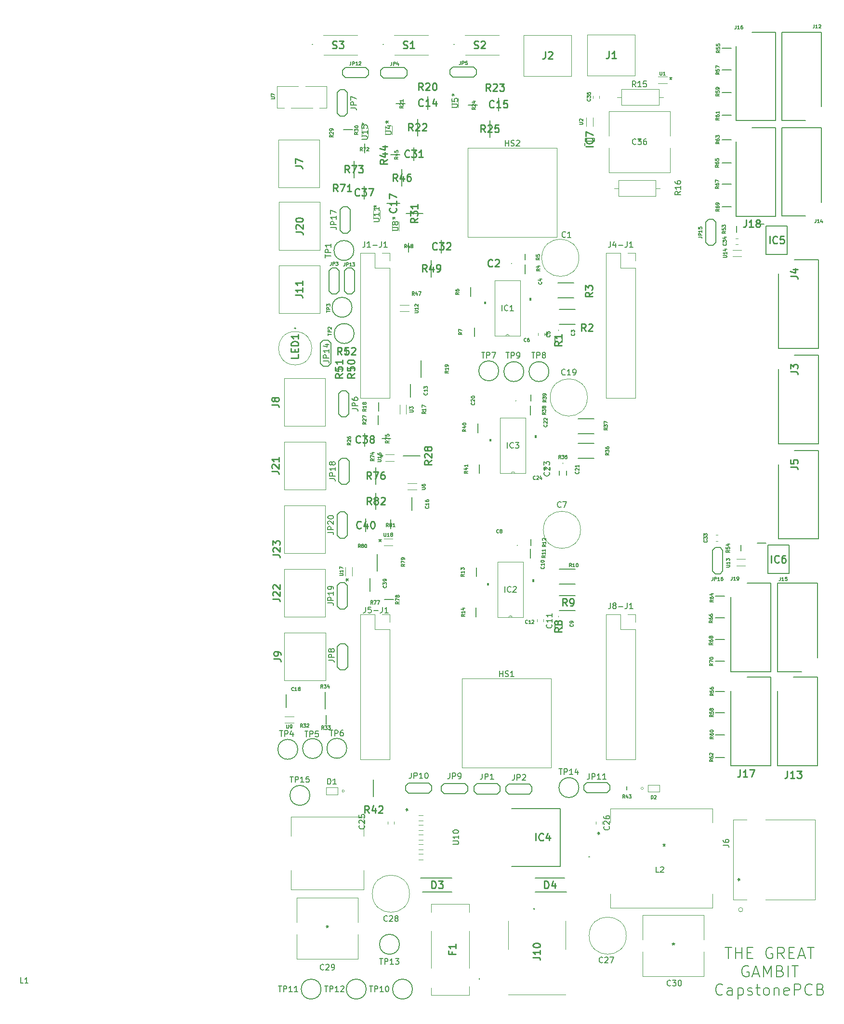
<source format=gbr>
%TF.GenerationSoftware,KiCad,Pcbnew,(6.0.7)*%
%TF.CreationDate,2022-10-28T07:23:18-04:00*%
%TF.ProjectId,Top_Level,546f705f-4c65-4766-956c-2e6b69636164,rev?*%
%TF.SameCoordinates,Original*%
%TF.FileFunction,Legend,Top*%
%TF.FilePolarity,Positive*%
%FSLAX46Y46*%
G04 Gerber Fmt 4.6, Leading zero omitted, Abs format (unit mm)*
G04 Created by KiCad (PCBNEW (6.0.7)) date 2022-10-28 07:23:18*
%MOMM*%
%LPD*%
G01*
G04 APERTURE LIST*
%ADD10C,0.200000*%
%ADD11C,0.150000*%
%ADD12C,0.254000*%
%ADD13C,0.120000*%
%ADD14C,0.100000*%
%ADD15C,0.152400*%
G04 APERTURE END LIST*
D10*
X134430476Y-181104761D02*
X135573333Y-181104761D01*
X135001904Y-183104761D02*
X135001904Y-181104761D01*
X136240000Y-183104761D02*
X136240000Y-181104761D01*
X136240000Y-182057142D02*
X137382857Y-182057142D01*
X137382857Y-183104761D02*
X137382857Y-181104761D01*
X138335238Y-182057142D02*
X139001904Y-182057142D01*
X139287619Y-183104761D02*
X138335238Y-183104761D01*
X138335238Y-181104761D01*
X139287619Y-181104761D01*
X142716190Y-181200000D02*
X142525714Y-181104761D01*
X142240000Y-181104761D01*
X141954285Y-181200000D01*
X141763809Y-181390476D01*
X141668571Y-181580952D01*
X141573333Y-181961904D01*
X141573333Y-182247619D01*
X141668571Y-182628571D01*
X141763809Y-182819047D01*
X141954285Y-183009523D01*
X142240000Y-183104761D01*
X142430476Y-183104761D01*
X142716190Y-183009523D01*
X142811428Y-182914285D01*
X142811428Y-182247619D01*
X142430476Y-182247619D01*
X144811428Y-183104761D02*
X144144761Y-182152380D01*
X143668571Y-183104761D02*
X143668571Y-181104761D01*
X144430476Y-181104761D01*
X144620952Y-181200000D01*
X144716190Y-181295238D01*
X144811428Y-181485714D01*
X144811428Y-181771428D01*
X144716190Y-181961904D01*
X144620952Y-182057142D01*
X144430476Y-182152380D01*
X143668571Y-182152380D01*
X145668571Y-182057142D02*
X146335238Y-182057142D01*
X146620952Y-183104761D02*
X145668571Y-183104761D01*
X145668571Y-181104761D01*
X146620952Y-181104761D01*
X147382857Y-182533333D02*
X148335238Y-182533333D01*
X147192380Y-183104761D02*
X147859047Y-181104761D01*
X148525714Y-183104761D01*
X148906666Y-181104761D02*
X150049523Y-181104761D01*
X149478095Y-183104761D02*
X149478095Y-181104761D01*
X138525714Y-184420000D02*
X138335238Y-184324761D01*
X138049523Y-184324761D01*
X137763809Y-184420000D01*
X137573333Y-184610476D01*
X137478095Y-184800952D01*
X137382857Y-185181904D01*
X137382857Y-185467619D01*
X137478095Y-185848571D01*
X137573333Y-186039047D01*
X137763809Y-186229523D01*
X138049523Y-186324761D01*
X138240000Y-186324761D01*
X138525714Y-186229523D01*
X138620952Y-186134285D01*
X138620952Y-185467619D01*
X138240000Y-185467619D01*
X139382857Y-185753333D02*
X140335238Y-185753333D01*
X139192380Y-186324761D02*
X139859047Y-184324761D01*
X140525714Y-186324761D01*
X141192380Y-186324761D02*
X141192380Y-184324761D01*
X141859047Y-185753333D01*
X142525714Y-184324761D01*
X142525714Y-186324761D01*
X144144761Y-185277142D02*
X144430476Y-185372380D01*
X144525714Y-185467619D01*
X144620952Y-185658095D01*
X144620952Y-185943809D01*
X144525714Y-186134285D01*
X144430476Y-186229523D01*
X144240000Y-186324761D01*
X143478095Y-186324761D01*
X143478095Y-184324761D01*
X144144761Y-184324761D01*
X144335238Y-184420000D01*
X144430476Y-184515238D01*
X144525714Y-184705714D01*
X144525714Y-184896190D01*
X144430476Y-185086666D01*
X144335238Y-185181904D01*
X144144761Y-185277142D01*
X143478095Y-185277142D01*
X145478095Y-186324761D02*
X145478095Y-184324761D01*
X146144761Y-184324761D02*
X147287619Y-184324761D01*
X146716190Y-186324761D02*
X146716190Y-184324761D01*
X134001904Y-189354285D02*
X133906666Y-189449523D01*
X133620952Y-189544761D01*
X133430476Y-189544761D01*
X133144761Y-189449523D01*
X132954285Y-189259047D01*
X132859047Y-189068571D01*
X132763809Y-188687619D01*
X132763809Y-188401904D01*
X132859047Y-188020952D01*
X132954285Y-187830476D01*
X133144761Y-187640000D01*
X133430476Y-187544761D01*
X133620952Y-187544761D01*
X133906666Y-187640000D01*
X134001904Y-187735238D01*
X135716190Y-189544761D02*
X135716190Y-188497142D01*
X135620952Y-188306666D01*
X135430476Y-188211428D01*
X135049523Y-188211428D01*
X134859047Y-188306666D01*
X135716190Y-189449523D02*
X135525714Y-189544761D01*
X135049523Y-189544761D01*
X134859047Y-189449523D01*
X134763809Y-189259047D01*
X134763809Y-189068571D01*
X134859047Y-188878095D01*
X135049523Y-188782857D01*
X135525714Y-188782857D01*
X135716190Y-188687619D01*
X136668571Y-188211428D02*
X136668571Y-190211428D01*
X136668571Y-188306666D02*
X136859047Y-188211428D01*
X137240000Y-188211428D01*
X137430476Y-188306666D01*
X137525714Y-188401904D01*
X137620952Y-188592380D01*
X137620952Y-189163809D01*
X137525714Y-189354285D01*
X137430476Y-189449523D01*
X137240000Y-189544761D01*
X136859047Y-189544761D01*
X136668571Y-189449523D01*
X138382857Y-189449523D02*
X138573333Y-189544761D01*
X138954285Y-189544761D01*
X139144761Y-189449523D01*
X139240000Y-189259047D01*
X139240000Y-189163809D01*
X139144761Y-188973333D01*
X138954285Y-188878095D01*
X138668571Y-188878095D01*
X138478095Y-188782857D01*
X138382857Y-188592380D01*
X138382857Y-188497142D01*
X138478095Y-188306666D01*
X138668571Y-188211428D01*
X138954285Y-188211428D01*
X139144761Y-188306666D01*
X139811428Y-188211428D02*
X140573333Y-188211428D01*
X140097142Y-187544761D02*
X140097142Y-189259047D01*
X140192380Y-189449523D01*
X140382857Y-189544761D01*
X140573333Y-189544761D01*
X141525714Y-189544761D02*
X141335238Y-189449523D01*
X141240000Y-189354285D01*
X141144761Y-189163809D01*
X141144761Y-188592380D01*
X141240000Y-188401904D01*
X141335238Y-188306666D01*
X141525714Y-188211428D01*
X141811428Y-188211428D01*
X142001904Y-188306666D01*
X142097142Y-188401904D01*
X142192380Y-188592380D01*
X142192380Y-189163809D01*
X142097142Y-189354285D01*
X142001904Y-189449523D01*
X141811428Y-189544761D01*
X141525714Y-189544761D01*
X143049523Y-188211428D02*
X143049523Y-189544761D01*
X143049523Y-188401904D02*
X143144761Y-188306666D01*
X143335238Y-188211428D01*
X143620952Y-188211428D01*
X143811428Y-188306666D01*
X143906666Y-188497142D01*
X143906666Y-189544761D01*
X145620952Y-189449523D02*
X145430476Y-189544761D01*
X145049523Y-189544761D01*
X144859047Y-189449523D01*
X144763809Y-189259047D01*
X144763809Y-188497142D01*
X144859047Y-188306666D01*
X145049523Y-188211428D01*
X145430476Y-188211428D01*
X145620952Y-188306666D01*
X145716190Y-188497142D01*
X145716190Y-188687619D01*
X144763809Y-188878095D01*
X146573333Y-189544761D02*
X146573333Y-187544761D01*
X147335238Y-187544761D01*
X147525714Y-187640000D01*
X147620952Y-187735238D01*
X147716190Y-187925714D01*
X147716190Y-188211428D01*
X147620952Y-188401904D01*
X147525714Y-188497142D01*
X147335238Y-188592380D01*
X146573333Y-188592380D01*
X149716190Y-189354285D02*
X149620952Y-189449523D01*
X149335238Y-189544761D01*
X149144761Y-189544761D01*
X148859047Y-189449523D01*
X148668571Y-189259047D01*
X148573333Y-189068571D01*
X148478095Y-188687619D01*
X148478095Y-188401904D01*
X148573333Y-188020952D01*
X148668571Y-187830476D01*
X148859047Y-187640000D01*
X149144761Y-187544761D01*
X149335238Y-187544761D01*
X149620952Y-187640000D01*
X149716190Y-187735238D01*
X151240000Y-188497142D02*
X151525714Y-188592380D01*
X151620952Y-188687619D01*
X151716190Y-188878095D01*
X151716190Y-189163809D01*
X151620952Y-189354285D01*
X151525714Y-189449523D01*
X151335238Y-189544761D01*
X150573333Y-189544761D01*
X150573333Y-187544761D01*
X151240000Y-187544761D01*
X151430476Y-187640000D01*
X151525714Y-187735238D01*
X151620952Y-187925714D01*
X151620952Y-188116190D01*
X151525714Y-188306666D01*
X151430476Y-188401904D01*
X151240000Y-188497142D01*
X150573333Y-188497142D01*
D11*
%TO.C,J6*%
X134072380Y-163147333D02*
X134786666Y-163147333D01*
X134929523Y-163194952D01*
X135024761Y-163290190D01*
X135072380Y-163433047D01*
X135072380Y-163528285D01*
X134072380Y-162242571D02*
X134072380Y-162433047D01*
X134120000Y-162528285D01*
X134167619Y-162575904D01*
X134310476Y-162671142D01*
X134500952Y-162718761D01*
X134881904Y-162718761D01*
X134977142Y-162671142D01*
X135024761Y-162623523D01*
X135072380Y-162528285D01*
X135072380Y-162337809D01*
X135024761Y-162242571D01*
X134977142Y-162194952D01*
X134881904Y-162147333D01*
X134643809Y-162147333D01*
X134548571Y-162194952D01*
X134500952Y-162242571D01*
X134453333Y-162337809D01*
X134453333Y-162528285D01*
X134500952Y-162623523D01*
X134548571Y-162671142D01*
X134643809Y-162718761D01*
X136612380Y-169213902D02*
X136850476Y-169213902D01*
X136755238Y-169451997D02*
X136850476Y-169213902D01*
X136755238Y-168975806D01*
X137040952Y-169356759D02*
X136850476Y-169213902D01*
X137040952Y-169071044D01*
%TO.C,JP2*%
X97390413Y-150766120D02*
X97390413Y-151480406D01*
X97342794Y-151623263D01*
X97247556Y-151718501D01*
X97104699Y-151766120D01*
X97009461Y-151766120D01*
X97866604Y-151766120D02*
X97866604Y-150766120D01*
X98247556Y-150766120D01*
X98342794Y-150813740D01*
X98390413Y-150861359D01*
X98438032Y-150956597D01*
X98438032Y-151099454D01*
X98390413Y-151194692D01*
X98342794Y-151242311D01*
X98247556Y-151289930D01*
X97866604Y-151289930D01*
X98818985Y-150861359D02*
X98866604Y-150813740D01*
X98961842Y-150766120D01*
X99199937Y-150766120D01*
X99295175Y-150813740D01*
X99342794Y-150861359D01*
X99390413Y-150956597D01*
X99390413Y-151051835D01*
X99342794Y-151194692D01*
X98771366Y-151766120D01*
X99390413Y-151766120D01*
%TO.C,TP15*%
X57951904Y-151134380D02*
X58523333Y-151134380D01*
X58237619Y-152134380D02*
X58237619Y-151134380D01*
X58856666Y-152134380D02*
X58856666Y-151134380D01*
X59237619Y-151134380D01*
X59332857Y-151182000D01*
X59380476Y-151229619D01*
X59428095Y-151324857D01*
X59428095Y-151467714D01*
X59380476Y-151562952D01*
X59332857Y-151610571D01*
X59237619Y-151658190D01*
X58856666Y-151658190D01*
X60380476Y-152134380D02*
X59809047Y-152134380D01*
X60094761Y-152134380D02*
X60094761Y-151134380D01*
X59999523Y-151277238D01*
X59904285Y-151372476D01*
X59809047Y-151420095D01*
X61285238Y-151134380D02*
X60809047Y-151134380D01*
X60761428Y-151610571D01*
X60809047Y-151562952D01*
X60904285Y-151515333D01*
X61142380Y-151515333D01*
X61237619Y-151562952D01*
X61285238Y-151610571D01*
X61332857Y-151705809D01*
X61332857Y-151943904D01*
X61285238Y-152039142D01*
X61237619Y-152086761D01*
X61142380Y-152134380D01*
X60904285Y-152134380D01*
X60809047Y-152086761D01*
X60761428Y-152039142D01*
D12*
%TO.C,J21*%
X54733823Y-97520095D02*
X55640966Y-97520095D01*
X55822395Y-97580571D01*
X55943347Y-97701523D01*
X56003823Y-97882952D01*
X56003823Y-98003904D01*
X54854776Y-96975809D02*
X54794300Y-96915333D01*
X54733823Y-96794380D01*
X54733823Y-96492000D01*
X54794300Y-96371047D01*
X54854776Y-96310571D01*
X54975728Y-96250095D01*
X55096680Y-96250095D01*
X55278109Y-96310571D01*
X56003823Y-97036285D01*
X56003823Y-96250095D01*
X56003823Y-95040571D02*
X56003823Y-95766285D01*
X56003823Y-95403428D02*
X54733823Y-95403428D01*
X54915252Y-95524380D01*
X55036204Y-95645333D01*
X55096680Y-95766285D01*
D11*
%TO.C,R74*%
X72734919Y-95294039D02*
X72449205Y-95494039D01*
X72734919Y-95636896D02*
X72134919Y-95636896D01*
X72134919Y-95408325D01*
X72163491Y-95351182D01*
X72192062Y-95322610D01*
X72249205Y-95294039D01*
X72334919Y-95294039D01*
X72392062Y-95322610D01*
X72420633Y-95351182D01*
X72449205Y-95408325D01*
X72449205Y-95636896D01*
X72134919Y-95094039D02*
X72134919Y-94694039D01*
X72734919Y-94951182D01*
X72334919Y-94208325D02*
X72734919Y-94208325D01*
X72106348Y-94351182D02*
X72534919Y-94494039D01*
X72534919Y-94122610D01*
%TO.C,R14*%
X88665717Y-122626074D02*
X88380003Y-122826074D01*
X88665717Y-122968931D02*
X88065717Y-122968931D01*
X88065717Y-122740360D01*
X88094289Y-122683217D01*
X88122860Y-122654645D01*
X88180003Y-122626074D01*
X88265717Y-122626074D01*
X88322860Y-122654645D01*
X88351431Y-122683217D01*
X88380003Y-122740360D01*
X88380003Y-122968931D01*
X88665717Y-122054645D02*
X88665717Y-122397502D01*
X88665717Y-122226074D02*
X88065717Y-122226074D01*
X88151431Y-122283217D01*
X88208574Y-122340360D01*
X88237146Y-122397502D01*
X88265717Y-121540360D02*
X88665717Y-121540360D01*
X88037146Y-121683217D02*
X88465717Y-121826074D01*
X88465717Y-121454645D01*
D12*
%TO.C,J9*%
X55079494Y-130443333D02*
X55986637Y-130443333D01*
X56168066Y-130503809D01*
X56289018Y-130624761D01*
X56349494Y-130806190D01*
X56349494Y-130927142D01*
X56349494Y-129778095D02*
X56349494Y-129536190D01*
X56289018Y-129415238D01*
X56228542Y-129354761D01*
X56047113Y-129233809D01*
X55805209Y-129173333D01*
X55321399Y-129173333D01*
X55200447Y-129233809D01*
X55139971Y-129294285D01*
X55079494Y-129415238D01*
X55079494Y-129657142D01*
X55139971Y-129778095D01*
X55200447Y-129838571D01*
X55321399Y-129899047D01*
X55623780Y-129899047D01*
X55744732Y-129838571D01*
X55805209Y-129778095D01*
X55865685Y-129657142D01*
X55865685Y-129415238D01*
X55805209Y-129294285D01*
X55744732Y-129233809D01*
X55623780Y-129173333D01*
D11*
%TO.C,R64*%
X132356133Y-120059715D02*
X132070419Y-120259715D01*
X132356133Y-120402572D02*
X131756133Y-120402572D01*
X131756133Y-120174001D01*
X131784705Y-120116858D01*
X131813276Y-120088286D01*
X131870419Y-120059715D01*
X131956133Y-120059715D01*
X132013276Y-120088286D01*
X132041847Y-120116858D01*
X132070419Y-120174001D01*
X132070419Y-120402572D01*
X131756133Y-119545429D02*
X131756133Y-119659715D01*
X131784705Y-119716858D01*
X131813276Y-119745429D01*
X131898990Y-119802572D01*
X132013276Y-119831143D01*
X132241847Y-119831143D01*
X132298990Y-119802572D01*
X132327562Y-119774001D01*
X132356133Y-119716858D01*
X132356133Y-119602572D01*
X132327562Y-119545429D01*
X132298990Y-119516858D01*
X132241847Y-119488286D01*
X132098990Y-119488286D01*
X132041847Y-119516858D01*
X132013276Y-119545429D01*
X131984705Y-119602572D01*
X131984705Y-119716858D01*
X132013276Y-119774001D01*
X132041847Y-119802572D01*
X132098990Y-119831143D01*
X131956133Y-118974001D02*
X132356133Y-118974001D01*
X131727562Y-119116858D02*
X132156133Y-119259715D01*
X132156133Y-118888286D01*
D12*
%TO.C,R52*%
X67053879Y-76985278D02*
X66630546Y-76380516D01*
X66328165Y-76985278D02*
X66328165Y-75715278D01*
X66811974Y-75715278D01*
X66932927Y-75775755D01*
X66993403Y-75836231D01*
X67053879Y-75957183D01*
X67053879Y-76138612D01*
X66993403Y-76259564D01*
X66932927Y-76320040D01*
X66811974Y-76380516D01*
X66328165Y-76380516D01*
X68202927Y-75715278D02*
X67598165Y-75715278D01*
X67537688Y-76320040D01*
X67598165Y-76259564D01*
X67719117Y-76199088D01*
X68021498Y-76199088D01*
X68142450Y-76259564D01*
X68202927Y-76320040D01*
X68263403Y-76440993D01*
X68263403Y-76743374D01*
X68202927Y-76864326D01*
X68142450Y-76924802D01*
X68021498Y-76985278D01*
X67719117Y-76985278D01*
X67598165Y-76924802D01*
X67537688Y-76864326D01*
X68747212Y-75836231D02*
X68807688Y-75775755D01*
X68928641Y-75715278D01*
X69231022Y-75715278D01*
X69351974Y-75775755D01*
X69412450Y-75836231D01*
X69472927Y-75957183D01*
X69472927Y-76078135D01*
X69412450Y-76259564D01*
X68686736Y-76985278D01*
X69472927Y-76985278D01*
D11*
%TO.C,C13*%
X82043769Y-83697714D02*
X82072341Y-83726285D01*
X82100912Y-83812000D01*
X82100912Y-83869142D01*
X82072341Y-83954857D01*
X82015198Y-84012000D01*
X81958055Y-84040571D01*
X81843769Y-84069142D01*
X81758055Y-84069142D01*
X81643769Y-84040571D01*
X81586626Y-84012000D01*
X81529484Y-83954857D01*
X81500912Y-83869142D01*
X81500912Y-83812000D01*
X81529484Y-83726285D01*
X81558055Y-83697714D01*
X82100912Y-83126285D02*
X82100912Y-83469142D01*
X82100912Y-83297714D02*
X81500912Y-83297714D01*
X81586626Y-83354857D01*
X81643769Y-83412000D01*
X81672341Y-83469142D01*
X81500912Y-82926285D02*
X81500912Y-82554857D01*
X81729484Y-82754857D01*
X81729484Y-82669142D01*
X81758055Y-82612000D01*
X81786626Y-82583428D01*
X81843769Y-82554857D01*
X81986626Y-82554857D01*
X82043769Y-82583428D01*
X82072341Y-82612000D01*
X82100912Y-82669142D01*
X82100912Y-82840571D01*
X82072341Y-82897714D01*
X82043769Y-82926285D01*
%TO.C,R11*%
X102832538Y-112306754D02*
X102546824Y-112506754D01*
X102832538Y-112649611D02*
X102232538Y-112649611D01*
X102232538Y-112421040D01*
X102261110Y-112363897D01*
X102289681Y-112335325D01*
X102346824Y-112306754D01*
X102432538Y-112306754D01*
X102489681Y-112335325D01*
X102518252Y-112363897D01*
X102546824Y-112421040D01*
X102546824Y-112649611D01*
X102832538Y-111735325D02*
X102832538Y-112078182D01*
X102832538Y-111906754D02*
X102232538Y-111906754D01*
X102318252Y-111963897D01*
X102375395Y-112021040D01*
X102403967Y-112078182D01*
X102832538Y-111163897D02*
X102832538Y-111506754D01*
X102832538Y-111335325D02*
X102232538Y-111335325D01*
X102318252Y-111392468D01*
X102375395Y-111449611D01*
X102403967Y-111506754D01*
%TO.C,R13*%
X88579885Y-115562963D02*
X88294171Y-115762963D01*
X88579885Y-115905820D02*
X87979885Y-115905820D01*
X87979885Y-115677249D01*
X88008457Y-115620106D01*
X88037028Y-115591534D01*
X88094171Y-115562963D01*
X88179885Y-115562963D01*
X88237028Y-115591534D01*
X88265599Y-115620106D01*
X88294171Y-115677249D01*
X88294171Y-115905820D01*
X88579885Y-114991534D02*
X88579885Y-115334391D01*
X88579885Y-115162963D02*
X87979885Y-115162963D01*
X88065599Y-115220106D01*
X88122742Y-115277249D01*
X88151314Y-115334391D01*
X87979885Y-114791534D02*
X87979885Y-114420106D01*
X88208457Y-114620106D01*
X88208457Y-114534391D01*
X88237028Y-114477249D01*
X88265599Y-114448677D01*
X88322742Y-114420106D01*
X88465599Y-114420106D01*
X88522742Y-114448677D01*
X88551314Y-114477249D01*
X88579885Y-114534391D01*
X88579885Y-114705820D01*
X88551314Y-114762963D01*
X88522742Y-114791534D01*
%TO.C,R45*%
X76949774Y-42264480D02*
X76664060Y-42464480D01*
X76949774Y-42607337D02*
X76349774Y-42607337D01*
X76349774Y-42378766D01*
X76378346Y-42321623D01*
X76406917Y-42293051D01*
X76464060Y-42264480D01*
X76549774Y-42264480D01*
X76606917Y-42293051D01*
X76635488Y-42321623D01*
X76664060Y-42378766D01*
X76664060Y-42607337D01*
X76549774Y-41750194D02*
X76949774Y-41750194D01*
X76321203Y-41893051D02*
X76749774Y-42035908D01*
X76749774Y-41664480D01*
X76349774Y-41150194D02*
X76349774Y-41435908D01*
X76635488Y-41464480D01*
X76606917Y-41435908D01*
X76578346Y-41378766D01*
X76578346Y-41235908D01*
X76606917Y-41178766D01*
X76635488Y-41150194D01*
X76692631Y-41121623D01*
X76835488Y-41121623D01*
X76892631Y-41150194D01*
X76921203Y-41178766D01*
X76949774Y-41235908D01*
X76949774Y-41378766D01*
X76921203Y-41435908D01*
X76892631Y-41464480D01*
%TO.C,JP15*%
X129735535Y-56318435D02*
X130164107Y-56318435D01*
X130249821Y-56347006D01*
X130306964Y-56404149D01*
X130335535Y-56489863D01*
X130335535Y-56547006D01*
X130335535Y-56032721D02*
X129735535Y-56032721D01*
X129735535Y-55804149D01*
X129764107Y-55747006D01*
X129792678Y-55718435D01*
X129849821Y-55689863D01*
X129935535Y-55689863D01*
X129992678Y-55718435D01*
X130021249Y-55747006D01*
X130049821Y-55804149D01*
X130049821Y-56032721D01*
X130335535Y-55118435D02*
X130335535Y-55461292D01*
X130335535Y-55289863D02*
X129735535Y-55289863D01*
X129821249Y-55347006D01*
X129878392Y-55404149D01*
X129906964Y-55461292D01*
X129735535Y-54575578D02*
X129735535Y-54861292D01*
X130021249Y-54889863D01*
X129992678Y-54861292D01*
X129964107Y-54804149D01*
X129964107Y-54661292D01*
X129992678Y-54604149D01*
X130021249Y-54575578D01*
X130078392Y-54547006D01*
X130221249Y-54547006D01*
X130278392Y-54575578D01*
X130306964Y-54604149D01*
X130335535Y-54661292D01*
X130335535Y-54804149D01*
X130306964Y-54861292D01*
X130278392Y-54889863D01*
%TO.C,J4-J1*%
X114268476Y-57134380D02*
X114268476Y-57848666D01*
X114220857Y-57991523D01*
X114125619Y-58086761D01*
X113982761Y-58134380D01*
X113887523Y-58134380D01*
X115173238Y-57467714D02*
X115173238Y-58134380D01*
X114935142Y-57086761D02*
X114697047Y-57801047D01*
X115316095Y-57801047D01*
X115697047Y-57753428D02*
X116458952Y-57753428D01*
X117220857Y-57134380D02*
X117220857Y-57848666D01*
X117173238Y-57991523D01*
X117078000Y-58086761D01*
X116935142Y-58134380D01*
X116839904Y-58134380D01*
X118220857Y-58134380D02*
X117649428Y-58134380D01*
X117935142Y-58134380D02*
X117935142Y-57134380D01*
X117839904Y-57277238D01*
X117744666Y-57372476D01*
X117649428Y-57420095D01*
D12*
%TO.C,J18*%
X138095218Y-53313876D02*
X138095218Y-54221019D01*
X138034742Y-54402448D01*
X137913790Y-54523400D01*
X137732361Y-54583876D01*
X137611409Y-54583876D01*
X139365218Y-54583876D02*
X138639504Y-54583876D01*
X139002361Y-54583876D02*
X139002361Y-53313876D01*
X138881409Y-53495305D01*
X138760456Y-53616257D01*
X138639504Y-53676733D01*
X140090933Y-53858162D02*
X139969980Y-53797686D01*
X139909504Y-53737210D01*
X139849028Y-53616257D01*
X139849028Y-53555781D01*
X139909504Y-53434829D01*
X139969980Y-53374353D01*
X140090933Y-53313876D01*
X140332837Y-53313876D01*
X140453790Y-53374353D01*
X140514266Y-53434829D01*
X140574742Y-53555781D01*
X140574742Y-53616257D01*
X140514266Y-53737210D01*
X140453790Y-53797686D01*
X140332837Y-53858162D01*
X140090933Y-53858162D01*
X139969980Y-53918638D01*
X139909504Y-53979114D01*
X139849028Y-54100067D01*
X139849028Y-54341972D01*
X139909504Y-54462924D01*
X139969980Y-54523400D01*
X140090933Y-54583876D01*
X140332837Y-54583876D01*
X140453790Y-54523400D01*
X140514266Y-54462924D01*
X140574742Y-54341972D01*
X140574742Y-54100067D01*
X140514266Y-53979114D01*
X140453790Y-53918638D01*
X140332837Y-53858162D01*
D11*
%TO.C,C39*%
X74873935Y-117572960D02*
X74902507Y-117601531D01*
X74931078Y-117687246D01*
X74931078Y-117744388D01*
X74902507Y-117830103D01*
X74845364Y-117887246D01*
X74788221Y-117915817D01*
X74673935Y-117944388D01*
X74588221Y-117944388D01*
X74473935Y-117915817D01*
X74416792Y-117887246D01*
X74359650Y-117830103D01*
X74331078Y-117744388D01*
X74331078Y-117687246D01*
X74359650Y-117601531D01*
X74388221Y-117572960D01*
X74331078Y-117372960D02*
X74331078Y-117001531D01*
X74559650Y-117201531D01*
X74559650Y-117115817D01*
X74588221Y-117058674D01*
X74616792Y-117030103D01*
X74673935Y-117001531D01*
X74816792Y-117001531D01*
X74873935Y-117030103D01*
X74902507Y-117058674D01*
X74931078Y-117115817D01*
X74931078Y-117287246D01*
X74902507Y-117344388D01*
X74873935Y-117372960D01*
X74931078Y-116715817D02*
X74931078Y-116601531D01*
X74902507Y-116544388D01*
X74873935Y-116515817D01*
X74788221Y-116458674D01*
X74673935Y-116430103D01*
X74445364Y-116430103D01*
X74388221Y-116458674D01*
X74359650Y-116487246D01*
X74331078Y-116544388D01*
X74331078Y-116658674D01*
X74359650Y-116715817D01*
X74388221Y-116744388D01*
X74445364Y-116772960D01*
X74588221Y-116772960D01*
X74645364Y-116744388D01*
X74673935Y-116715817D01*
X74702507Y-116658674D01*
X74702507Y-116544388D01*
X74673935Y-116487246D01*
X74645364Y-116458674D01*
X74588221Y-116430103D01*
D12*
%TO.C,LED1*%
X59434230Y-76944956D02*
X59434230Y-77549718D01*
X58164230Y-77549718D01*
X58768992Y-76521623D02*
X58768992Y-76098289D01*
X59434230Y-75916861D02*
X59434230Y-76521623D01*
X58164230Y-76521623D01*
X58164230Y-75916861D01*
X59434230Y-75372575D02*
X58164230Y-75372575D01*
X58164230Y-75070194D01*
X58224707Y-74888766D01*
X58345659Y-74767813D01*
X58466611Y-74707337D01*
X58708516Y-74646861D01*
X58889945Y-74646861D01*
X59131849Y-74707337D01*
X59252802Y-74767813D01*
X59373754Y-74888766D01*
X59434230Y-75070194D01*
X59434230Y-75372575D01*
X59434230Y-73437337D02*
X59434230Y-74163051D01*
X59434230Y-73800194D02*
X58164230Y-73800194D01*
X58345659Y-73921146D01*
X58466611Y-74042099D01*
X58527087Y-74163051D01*
D11*
%TO.C,C28*%
X75049142Y-176461142D02*
X75001523Y-176508761D01*
X74858666Y-176556380D01*
X74763428Y-176556380D01*
X74620571Y-176508761D01*
X74525333Y-176413523D01*
X74477714Y-176318285D01*
X74430095Y-176127809D01*
X74430095Y-175984952D01*
X74477714Y-175794476D01*
X74525333Y-175699238D01*
X74620571Y-175604000D01*
X74763428Y-175556380D01*
X74858666Y-175556380D01*
X75001523Y-175604000D01*
X75049142Y-175651619D01*
X75430095Y-175651619D02*
X75477714Y-175604000D01*
X75572952Y-175556380D01*
X75811047Y-175556380D01*
X75906285Y-175604000D01*
X75953904Y-175651619D01*
X76001523Y-175746857D01*
X76001523Y-175842095D01*
X75953904Y-175984952D01*
X75382476Y-176556380D01*
X76001523Y-176556380D01*
X76572952Y-175984952D02*
X76477714Y-175937333D01*
X76430095Y-175889714D01*
X76382476Y-175794476D01*
X76382476Y-175746857D01*
X76430095Y-175651619D01*
X76477714Y-175604000D01*
X76572952Y-175556380D01*
X76763428Y-175556380D01*
X76858666Y-175604000D01*
X76906285Y-175651619D01*
X76953904Y-175746857D01*
X76953904Y-175794476D01*
X76906285Y-175889714D01*
X76858666Y-175937333D01*
X76763428Y-175984952D01*
X76572952Y-175984952D01*
X76477714Y-176032571D01*
X76430095Y-176080190D01*
X76382476Y-176175428D01*
X76382476Y-176365904D01*
X76430095Y-176461142D01*
X76477714Y-176508761D01*
X76572952Y-176556380D01*
X76763428Y-176556380D01*
X76858666Y-176508761D01*
X76906285Y-176461142D01*
X76953904Y-176365904D01*
X76953904Y-176175428D01*
X76906285Y-176080190D01*
X76858666Y-176032571D01*
X76763428Y-175984952D01*
%TO.C,U12*%
X79888773Y-69635579D02*
X80374487Y-69635579D01*
X80431630Y-69607007D01*
X80460202Y-69578436D01*
X80488773Y-69521293D01*
X80488773Y-69407007D01*
X80460202Y-69349864D01*
X80431630Y-69321293D01*
X80374487Y-69292722D01*
X79888773Y-69292722D01*
X80488773Y-68692722D02*
X80488773Y-69035579D01*
X80488773Y-68864150D02*
X79888773Y-68864150D01*
X79974487Y-68921293D01*
X80031630Y-68978436D01*
X80060202Y-69035579D01*
X79945916Y-68464150D02*
X79917345Y-68435579D01*
X79888773Y-68378436D01*
X79888773Y-68235579D01*
X79917345Y-68178436D01*
X79945916Y-68149864D01*
X80003059Y-68121293D01*
X80060202Y-68121293D01*
X80145916Y-68149864D01*
X80488773Y-68492722D01*
X80488773Y-68121293D01*
%TO.C,C35*%
X110704285Y-32053783D02*
X110732857Y-32082354D01*
X110761428Y-32168069D01*
X110761428Y-32225211D01*
X110732857Y-32310926D01*
X110675714Y-32368069D01*
X110618571Y-32396640D01*
X110504285Y-32425211D01*
X110418571Y-32425211D01*
X110304285Y-32396640D01*
X110247142Y-32368069D01*
X110190000Y-32310926D01*
X110161428Y-32225211D01*
X110161428Y-32168069D01*
X110190000Y-32082354D01*
X110218571Y-32053783D01*
X110161428Y-31853783D02*
X110161428Y-31482354D01*
X110390000Y-31682354D01*
X110390000Y-31596640D01*
X110418571Y-31539497D01*
X110447142Y-31510926D01*
X110504285Y-31482354D01*
X110647142Y-31482354D01*
X110704285Y-31510926D01*
X110732857Y-31539497D01*
X110761428Y-31596640D01*
X110761428Y-31768069D01*
X110732857Y-31825211D01*
X110704285Y-31853783D01*
X110161428Y-30939497D02*
X110161428Y-31225211D01*
X110447142Y-31253783D01*
X110418571Y-31225211D01*
X110390000Y-31168069D01*
X110390000Y-31025211D01*
X110418571Y-30968069D01*
X110447142Y-30939497D01*
X110504285Y-30910926D01*
X110647142Y-30910926D01*
X110704285Y-30939497D01*
X110732857Y-30968069D01*
X110761428Y-31025211D01*
X110761428Y-31168069D01*
X110732857Y-31225211D01*
X110704285Y-31253783D01*
D12*
%TO.C,J4*%
X145924523Y-63179333D02*
X146831666Y-63179333D01*
X147013095Y-63239809D01*
X147134047Y-63360761D01*
X147194523Y-63542190D01*
X147194523Y-63663142D01*
X146347857Y-62030285D02*
X147194523Y-62030285D01*
X145864047Y-62332666D02*
X146771190Y-62635047D01*
X146771190Y-61848857D01*
D11*
%TO.C,R17*%
X81794057Y-87012606D02*
X81508343Y-87212606D01*
X81794057Y-87355463D02*
X81194057Y-87355463D01*
X81194057Y-87126892D01*
X81222629Y-87069749D01*
X81251200Y-87041177D01*
X81308343Y-87012606D01*
X81394057Y-87012606D01*
X81451200Y-87041177D01*
X81479771Y-87069749D01*
X81508343Y-87126892D01*
X81508343Y-87355463D01*
X81794057Y-86441177D02*
X81794057Y-86784034D01*
X81794057Y-86612606D02*
X81194057Y-86612606D01*
X81279771Y-86669749D01*
X81336914Y-86726892D01*
X81365486Y-86784034D01*
X81194057Y-86241177D02*
X81194057Y-85841177D01*
X81794057Y-86098320D01*
%TO.C,JP20*%
X64597280Y-108213523D02*
X65311566Y-108213523D01*
X65454423Y-108261142D01*
X65549661Y-108356380D01*
X65597280Y-108499238D01*
X65597280Y-108594476D01*
X65597280Y-107737333D02*
X64597280Y-107737333D01*
X64597280Y-107356380D01*
X64644900Y-107261142D01*
X64692519Y-107213523D01*
X64787757Y-107165904D01*
X64930614Y-107165904D01*
X65025852Y-107213523D01*
X65073471Y-107261142D01*
X65121090Y-107356380D01*
X65121090Y-107737333D01*
X64692519Y-106784952D02*
X64644900Y-106737333D01*
X64597280Y-106642095D01*
X64597280Y-106404000D01*
X64644900Y-106308761D01*
X64692519Y-106261142D01*
X64787757Y-106213523D01*
X64882995Y-106213523D01*
X65025852Y-106261142D01*
X65597280Y-106832571D01*
X65597280Y-106213523D01*
X64597280Y-105594476D02*
X64597280Y-105499238D01*
X64644900Y-105404000D01*
X64692519Y-105356380D01*
X64787757Y-105308761D01*
X64978233Y-105261142D01*
X65216328Y-105261142D01*
X65406804Y-105308761D01*
X65502042Y-105356380D01*
X65549661Y-105404000D01*
X65597280Y-105499238D01*
X65597280Y-105594476D01*
X65549661Y-105689714D01*
X65502042Y-105737333D01*
X65406804Y-105784952D01*
X65216328Y-105832571D01*
X64978233Y-105832571D01*
X64787757Y-105784952D01*
X64692519Y-105737333D01*
X64644900Y-105689714D01*
X64597280Y-105594476D01*
%TO.C,R67*%
X133349751Y-47432728D02*
X133064037Y-47632728D01*
X133349751Y-47775585D02*
X132749751Y-47775585D01*
X132749751Y-47547014D01*
X132778323Y-47489871D01*
X132806894Y-47461299D01*
X132864037Y-47432728D01*
X132949751Y-47432728D01*
X133006894Y-47461299D01*
X133035465Y-47489871D01*
X133064037Y-47547014D01*
X133064037Y-47775585D01*
X132749751Y-46918442D02*
X132749751Y-47032728D01*
X132778323Y-47089871D01*
X132806894Y-47118442D01*
X132892608Y-47175585D01*
X133006894Y-47204156D01*
X133235465Y-47204156D01*
X133292608Y-47175585D01*
X133321180Y-47147014D01*
X133349751Y-47089871D01*
X133349751Y-46975585D01*
X133321180Y-46918442D01*
X133292608Y-46889871D01*
X133235465Y-46861299D01*
X133092608Y-46861299D01*
X133035465Y-46889871D01*
X133006894Y-46918442D01*
X132978323Y-46975585D01*
X132978323Y-47089871D01*
X133006894Y-47147014D01*
X133035465Y-47175585D01*
X133092608Y-47204156D01*
X132749751Y-46661299D02*
X132749751Y-46261299D01*
X133349751Y-46518442D01*
%TO.C,R63*%
X133396469Y-39599830D02*
X133110755Y-39799830D01*
X133396469Y-39942687D02*
X132796469Y-39942687D01*
X132796469Y-39714116D01*
X132825041Y-39656973D01*
X132853612Y-39628401D01*
X132910755Y-39599830D01*
X132996469Y-39599830D01*
X133053612Y-39628401D01*
X133082183Y-39656973D01*
X133110755Y-39714116D01*
X133110755Y-39942687D01*
X132796469Y-39085544D02*
X132796469Y-39199830D01*
X132825041Y-39256973D01*
X132853612Y-39285544D01*
X132939326Y-39342687D01*
X133053612Y-39371258D01*
X133282183Y-39371258D01*
X133339326Y-39342687D01*
X133367898Y-39314116D01*
X133396469Y-39256973D01*
X133396469Y-39142687D01*
X133367898Y-39085544D01*
X133339326Y-39056973D01*
X133282183Y-39028401D01*
X133139326Y-39028401D01*
X133082183Y-39056973D01*
X133053612Y-39085544D01*
X133025041Y-39142687D01*
X133025041Y-39256973D01*
X133053612Y-39314116D01*
X133082183Y-39342687D01*
X133139326Y-39371258D01*
X132796469Y-38828401D02*
X132796469Y-38456973D01*
X133025041Y-38656973D01*
X133025041Y-38571258D01*
X133053612Y-38514116D01*
X133082183Y-38485544D01*
X133139326Y-38456973D01*
X133282183Y-38456973D01*
X133339326Y-38485544D01*
X133367898Y-38514116D01*
X133396469Y-38571258D01*
X133396469Y-38742687D01*
X133367898Y-38799830D01*
X133339326Y-38828401D01*
%TO.C,R54*%
X135220448Y-111348027D02*
X134934734Y-111548027D01*
X135220448Y-111690884D02*
X134620448Y-111690884D01*
X134620448Y-111462313D01*
X134649020Y-111405170D01*
X134677591Y-111376598D01*
X134734734Y-111348027D01*
X134820448Y-111348027D01*
X134877591Y-111376598D01*
X134906162Y-111405170D01*
X134934734Y-111462313D01*
X134934734Y-111690884D01*
X134620448Y-110805170D02*
X134620448Y-111090884D01*
X134906162Y-111119455D01*
X134877591Y-111090884D01*
X134849020Y-111033741D01*
X134849020Y-110890884D01*
X134877591Y-110833741D01*
X134906162Y-110805170D01*
X134963305Y-110776598D01*
X135106162Y-110776598D01*
X135163305Y-110805170D01*
X135191877Y-110833741D01*
X135220448Y-110890884D01*
X135220448Y-111033741D01*
X135191877Y-111090884D01*
X135163305Y-111119455D01*
X134820448Y-110262313D02*
X135220448Y-110262313D01*
X134591877Y-110405170D02*
X135020448Y-110548027D01*
X135020448Y-110176598D01*
%TO.C,HS1*%
X94773904Y-133548380D02*
X94773904Y-132548380D01*
X94773904Y-133024571D02*
X95345333Y-133024571D01*
X95345333Y-133548380D02*
X95345333Y-132548380D01*
X95773904Y-133500761D02*
X95916761Y-133548380D01*
X96154857Y-133548380D01*
X96250095Y-133500761D01*
X96297714Y-133453142D01*
X96345333Y-133357904D01*
X96345333Y-133262666D01*
X96297714Y-133167428D01*
X96250095Y-133119809D01*
X96154857Y-133072190D01*
X95964380Y-133024571D01*
X95869142Y-132976952D01*
X95821523Y-132929333D01*
X95773904Y-132834095D01*
X95773904Y-132738857D01*
X95821523Y-132643619D01*
X95869142Y-132596000D01*
X95964380Y-132548380D01*
X96202476Y-132548380D01*
X96345333Y-132596000D01*
X97297714Y-133548380D02*
X96726285Y-133548380D01*
X97012000Y-133548380D02*
X97012000Y-132548380D01*
X96916761Y-132691238D01*
X96821523Y-132786476D01*
X96726285Y-132834095D01*
%TO.C,J14*%
X150372930Y-53217001D02*
X150372930Y-53645573D01*
X150344359Y-53731287D01*
X150287216Y-53788430D01*
X150201502Y-53817001D01*
X150144359Y-53817001D01*
X150972930Y-53817001D02*
X150630073Y-53817001D01*
X150801502Y-53817001D02*
X150801502Y-53217001D01*
X150744359Y-53302715D01*
X150687216Y-53359858D01*
X150630073Y-53388430D01*
X151487216Y-53417001D02*
X151487216Y-53817001D01*
X151344359Y-53188430D02*
X151201502Y-53617001D01*
X151572930Y-53617001D01*
%TO.C,R43*%
X116787182Y-154921424D02*
X116587182Y-154635710D01*
X116444325Y-154921424D02*
X116444325Y-154321424D01*
X116672897Y-154321424D01*
X116730039Y-154349996D01*
X116758611Y-154378567D01*
X116787182Y-154435710D01*
X116787182Y-154521424D01*
X116758611Y-154578567D01*
X116730039Y-154607138D01*
X116672897Y-154635710D01*
X116444325Y-154635710D01*
X117301468Y-154521424D02*
X117301468Y-154921424D01*
X117158611Y-154292853D02*
X117015754Y-154721424D01*
X117387182Y-154721424D01*
X117558611Y-154321424D02*
X117930039Y-154321424D01*
X117730039Y-154549996D01*
X117815754Y-154549996D01*
X117872897Y-154578567D01*
X117901468Y-154607138D01*
X117930039Y-154664281D01*
X117930039Y-154807138D01*
X117901468Y-154864281D01*
X117872897Y-154892853D01*
X117815754Y-154921424D01*
X117644325Y-154921424D01*
X117587182Y-154892853D01*
X117558611Y-154864281D01*
D12*
%TO.C,R25*%
X92236471Y-37912523D02*
X91813138Y-37307761D01*
X91510757Y-37912523D02*
X91510757Y-36642523D01*
X91994566Y-36642523D01*
X92115519Y-36703000D01*
X92175995Y-36763476D01*
X92236471Y-36884428D01*
X92236471Y-37065857D01*
X92175995Y-37186809D01*
X92115519Y-37247285D01*
X91994566Y-37307761D01*
X91510757Y-37307761D01*
X92720280Y-36763476D02*
X92780757Y-36703000D01*
X92901709Y-36642523D01*
X93204090Y-36642523D01*
X93325042Y-36703000D01*
X93385519Y-36763476D01*
X93445995Y-36884428D01*
X93445995Y-37005380D01*
X93385519Y-37186809D01*
X92659804Y-37912523D01*
X93445995Y-37912523D01*
X94595042Y-36642523D02*
X93990280Y-36642523D01*
X93929804Y-37247285D01*
X93990280Y-37186809D01*
X94111233Y-37126333D01*
X94413614Y-37126333D01*
X94534566Y-37186809D01*
X94595042Y-37247285D01*
X94655519Y-37368238D01*
X94655519Y-37670619D01*
X94595042Y-37791571D01*
X94534566Y-37852047D01*
X94413614Y-37912523D01*
X94111233Y-37912523D01*
X93990280Y-37852047D01*
X93929804Y-37791571D01*
D11*
%TO.C,IC1*%
X95200909Y-69286380D02*
X95200909Y-68286380D01*
X96248528Y-69191142D02*
X96200909Y-69238761D01*
X96058052Y-69286380D01*
X95962814Y-69286380D01*
X95819957Y-69238761D01*
X95724719Y-69143523D01*
X95677100Y-69048285D01*
X95629480Y-68857809D01*
X95629480Y-68714952D01*
X95677100Y-68524476D01*
X95724719Y-68429238D01*
X95819957Y-68334000D01*
X95962814Y-68286380D01*
X96058052Y-68286380D01*
X96200909Y-68334000D01*
X96248528Y-68381619D01*
X97200909Y-69286380D02*
X96629480Y-69286380D01*
X96915195Y-69286380D02*
X96915195Y-68286380D01*
X96819957Y-68429238D01*
X96724719Y-68524476D01*
X96629480Y-68572095D01*
%TO.C,C16*%
X82294962Y-103619896D02*
X82323534Y-103648467D01*
X82352105Y-103734182D01*
X82352105Y-103791324D01*
X82323534Y-103877039D01*
X82266391Y-103934182D01*
X82209248Y-103962753D01*
X82094962Y-103991324D01*
X82009248Y-103991324D01*
X81894962Y-103962753D01*
X81837819Y-103934182D01*
X81780677Y-103877039D01*
X81752105Y-103791324D01*
X81752105Y-103734182D01*
X81780677Y-103648467D01*
X81809248Y-103619896D01*
X82352105Y-103048467D02*
X82352105Y-103391324D01*
X82352105Y-103219896D02*
X81752105Y-103219896D01*
X81837819Y-103277039D01*
X81894962Y-103334182D01*
X81923534Y-103391324D01*
X81752105Y-102534182D02*
X81752105Y-102648467D01*
X81780677Y-102705610D01*
X81809248Y-102734182D01*
X81894962Y-102791324D01*
X82009248Y-102819896D01*
X82237819Y-102819896D01*
X82294962Y-102791324D01*
X82323534Y-102762753D01*
X82352105Y-102705610D01*
X82352105Y-102591324D01*
X82323534Y-102534182D01*
X82294962Y-102505610D01*
X82237819Y-102477039D01*
X82094962Y-102477039D01*
X82037819Y-102505610D01*
X82009248Y-102534182D01*
X81980677Y-102591324D01*
X81980677Y-102705610D01*
X82009248Y-102762753D01*
X82037819Y-102791324D01*
X82094962Y-102819896D01*
D12*
%TO.C,C31*%
X78906580Y-42197535D02*
X78846104Y-42258011D01*
X78664675Y-42318487D01*
X78543723Y-42318487D01*
X78362294Y-42258011D01*
X78241342Y-42137059D01*
X78180866Y-42016106D01*
X78120389Y-41774202D01*
X78120389Y-41592773D01*
X78180866Y-41350868D01*
X78241342Y-41229916D01*
X78362294Y-41108964D01*
X78543723Y-41048487D01*
X78664675Y-41048487D01*
X78846104Y-41108964D01*
X78906580Y-41169440D01*
X79329913Y-41048487D02*
X80116104Y-41048487D01*
X79692770Y-41532297D01*
X79874199Y-41532297D01*
X79995151Y-41592773D01*
X80055628Y-41653249D01*
X80116104Y-41774202D01*
X80116104Y-42076583D01*
X80055628Y-42197535D01*
X79995151Y-42258011D01*
X79874199Y-42318487D01*
X79511342Y-42318487D01*
X79390389Y-42258011D01*
X79329913Y-42197535D01*
X81325628Y-42318487D02*
X80599913Y-42318487D01*
X80962770Y-42318487D02*
X80962770Y-41048487D01*
X80841818Y-41229916D01*
X80720866Y-41350868D01*
X80599913Y-41411344D01*
D11*
%TO.C,J16*%
X136361611Y-19168214D02*
X136361611Y-19596786D01*
X136333040Y-19682500D01*
X136275897Y-19739643D01*
X136190183Y-19768214D01*
X136133040Y-19768214D01*
X136961611Y-19768214D02*
X136618754Y-19768214D01*
X136790183Y-19768214D02*
X136790183Y-19168214D01*
X136733040Y-19253928D01*
X136675897Y-19311071D01*
X136618754Y-19339643D01*
X137475897Y-19168214D02*
X137361611Y-19168214D01*
X137304468Y-19196786D01*
X137275897Y-19225357D01*
X137218754Y-19311071D01*
X137190183Y-19425357D01*
X137190183Y-19653928D01*
X137218754Y-19711071D01*
X137247326Y-19739643D01*
X137304468Y-19768214D01*
X137418754Y-19768214D01*
X137475897Y-19739643D01*
X137504468Y-19711071D01*
X137533040Y-19653928D01*
X137533040Y-19511071D01*
X137504468Y-19453928D01*
X137475897Y-19425357D01*
X137418754Y-19396786D01*
X137304468Y-19396786D01*
X137247326Y-19425357D01*
X137218754Y-19453928D01*
X137190183Y-19511071D01*
D12*
%TO.C,C15*%
X93760471Y-33473571D02*
X93699995Y-33534047D01*
X93518566Y-33594523D01*
X93397614Y-33594523D01*
X93216185Y-33534047D01*
X93095233Y-33413095D01*
X93034757Y-33292142D01*
X92974280Y-33050238D01*
X92974280Y-32868809D01*
X93034757Y-32626904D01*
X93095233Y-32505952D01*
X93216185Y-32385000D01*
X93397614Y-32324523D01*
X93518566Y-32324523D01*
X93699995Y-32385000D01*
X93760471Y-32445476D01*
X94969995Y-33594523D02*
X94244280Y-33594523D01*
X94607138Y-33594523D02*
X94607138Y-32324523D01*
X94486185Y-32505952D01*
X94365233Y-32626904D01*
X94244280Y-32687380D01*
X96119042Y-32324523D02*
X95514280Y-32324523D01*
X95453804Y-32929285D01*
X95514280Y-32868809D01*
X95635233Y-32808333D01*
X95937614Y-32808333D01*
X96058566Y-32868809D01*
X96119042Y-32929285D01*
X96179519Y-33050238D01*
X96179519Y-33352619D01*
X96119042Y-33473571D01*
X96058566Y-33534047D01*
X95937614Y-33594523D01*
X95635233Y-33594523D01*
X95514280Y-33534047D01*
X95453804Y-33473571D01*
%TO.C,IC5*%
X142243829Y-57459302D02*
X142243829Y-56189302D01*
X143574305Y-57338350D02*
X143513829Y-57398826D01*
X143332400Y-57459302D01*
X143211448Y-57459302D01*
X143030019Y-57398826D01*
X142909067Y-57277874D01*
X142848591Y-57156921D01*
X142788114Y-56915017D01*
X142788114Y-56733588D01*
X142848591Y-56491683D01*
X142909067Y-56370731D01*
X143030019Y-56249779D01*
X143211448Y-56189302D01*
X143332400Y-56189302D01*
X143513829Y-56249779D01*
X143574305Y-56310255D01*
X144723352Y-56189302D02*
X144118591Y-56189302D01*
X144058114Y-56794064D01*
X144118591Y-56733588D01*
X144239543Y-56673112D01*
X144541924Y-56673112D01*
X144662876Y-56733588D01*
X144723352Y-56794064D01*
X144783829Y-56915017D01*
X144783829Y-57217398D01*
X144723352Y-57338350D01*
X144662876Y-57398826D01*
X144541924Y-57459302D01*
X144239543Y-57459302D01*
X144118591Y-57398826D01*
X144058114Y-57338350D01*
D11*
%TO.C,R35*%
X105532285Y-95267428D02*
X105332285Y-94981714D01*
X105189428Y-95267428D02*
X105189428Y-94667428D01*
X105418000Y-94667428D01*
X105475142Y-94696000D01*
X105503714Y-94724571D01*
X105532285Y-94781714D01*
X105532285Y-94867428D01*
X105503714Y-94924571D01*
X105475142Y-94953142D01*
X105418000Y-94981714D01*
X105189428Y-94981714D01*
X105732285Y-94667428D02*
X106103714Y-94667428D01*
X105903714Y-94896000D01*
X105989428Y-94896000D01*
X106046571Y-94924571D01*
X106075142Y-94953142D01*
X106103714Y-95010285D01*
X106103714Y-95153142D01*
X106075142Y-95210285D01*
X106046571Y-95238857D01*
X105989428Y-95267428D01*
X105818000Y-95267428D01*
X105760857Y-95238857D01*
X105732285Y-95210285D01*
X106646571Y-94667428D02*
X106360857Y-94667428D01*
X106332285Y-94953142D01*
X106360857Y-94924571D01*
X106418000Y-94896000D01*
X106560857Y-94896000D01*
X106618000Y-94924571D01*
X106646571Y-94953142D01*
X106675142Y-95010285D01*
X106675142Y-95153142D01*
X106646571Y-95210285D01*
X106618000Y-95238857D01*
X106560857Y-95267428D01*
X106418000Y-95267428D01*
X106360857Y-95238857D01*
X106332285Y-95210285D01*
%TO.C,R24*%
X90551328Y-33559714D02*
X90265614Y-33759714D01*
X90551328Y-33902571D02*
X89951328Y-33902571D01*
X89951328Y-33674000D01*
X89979900Y-33616857D01*
X90008471Y-33588285D01*
X90065614Y-33559714D01*
X90151328Y-33559714D01*
X90208471Y-33588285D01*
X90237042Y-33616857D01*
X90265614Y-33674000D01*
X90265614Y-33902571D01*
X90008471Y-33331142D02*
X89979900Y-33302571D01*
X89951328Y-33245428D01*
X89951328Y-33102571D01*
X89979900Y-33045428D01*
X90008471Y-33016857D01*
X90065614Y-32988285D01*
X90122757Y-32988285D01*
X90208471Y-33016857D01*
X90551328Y-33359714D01*
X90551328Y-32988285D01*
X90151328Y-32474000D02*
X90551328Y-32474000D01*
X89922757Y-32616857D02*
X90351328Y-32759714D01*
X90351328Y-32388285D01*
D12*
%TO.C,D3*%
X82882619Y-170754523D02*
X82882619Y-169484523D01*
X83185000Y-169484523D01*
X83366428Y-169545000D01*
X83487380Y-169665952D01*
X83547857Y-169786904D01*
X83608333Y-170028809D01*
X83608333Y-170210238D01*
X83547857Y-170452142D01*
X83487380Y-170573095D01*
X83366428Y-170694047D01*
X83185000Y-170754523D01*
X82882619Y-170754523D01*
X84031666Y-169484523D02*
X84817857Y-169484523D01*
X84394523Y-169968333D01*
X84575952Y-169968333D01*
X84696904Y-170028809D01*
X84757380Y-170089285D01*
X84817857Y-170210238D01*
X84817857Y-170512619D01*
X84757380Y-170633571D01*
X84696904Y-170694047D01*
X84575952Y-170754523D01*
X84213095Y-170754523D01*
X84092142Y-170694047D01*
X84031666Y-170633571D01*
D11*
%TO.C,TP7*%
X91619640Y-76570497D02*
X92191068Y-76570497D01*
X91905354Y-77570497D02*
X91905354Y-76570497D01*
X92524402Y-77570497D02*
X92524402Y-76570497D01*
X92905354Y-76570497D01*
X93000592Y-76618117D01*
X93048211Y-76665736D01*
X93095830Y-76760974D01*
X93095830Y-76903831D01*
X93048211Y-76999069D01*
X93000592Y-77046688D01*
X92905354Y-77094307D01*
X92524402Y-77094307D01*
X93429164Y-76570497D02*
X94095830Y-76570497D01*
X93667259Y-77570497D01*
%TO.C,JP10*%
X79269476Y-150452071D02*
X79269476Y-151166357D01*
X79221857Y-151309214D01*
X79126619Y-151404452D01*
X78983761Y-151452071D01*
X78888523Y-151452071D01*
X79745666Y-151452071D02*
X79745666Y-150452071D01*
X80126619Y-150452071D01*
X80221857Y-150499691D01*
X80269476Y-150547310D01*
X80317095Y-150642548D01*
X80317095Y-150785405D01*
X80269476Y-150880643D01*
X80221857Y-150928262D01*
X80126619Y-150975881D01*
X79745666Y-150975881D01*
X81269476Y-151452071D02*
X80698047Y-151452071D01*
X80983761Y-151452071D02*
X80983761Y-150452071D01*
X80888523Y-150594929D01*
X80793285Y-150690167D01*
X80698047Y-150737786D01*
X81888523Y-150452071D02*
X81983761Y-150452071D01*
X82079000Y-150499691D01*
X82126619Y-150547310D01*
X82174238Y-150642548D01*
X82221857Y-150833024D01*
X82221857Y-151071119D01*
X82174238Y-151261595D01*
X82126619Y-151356833D01*
X82079000Y-151404452D01*
X81983761Y-151452071D01*
X81888523Y-151452071D01*
X81793285Y-151404452D01*
X81745666Y-151356833D01*
X81698047Y-151261595D01*
X81650428Y-151071119D01*
X81650428Y-150833024D01*
X81698047Y-150642548D01*
X81745666Y-150547310D01*
X81793285Y-150499691D01*
X81888523Y-150452071D01*
%TO.C,JP13*%
X67568306Y-60805788D02*
X67568306Y-61234360D01*
X67539735Y-61320074D01*
X67482592Y-61377217D01*
X67396878Y-61405788D01*
X67339735Y-61405788D01*
X67854021Y-61405788D02*
X67854021Y-60805788D01*
X68082592Y-60805788D01*
X68139735Y-60834360D01*
X68168306Y-60862931D01*
X68196878Y-60920074D01*
X68196878Y-61005788D01*
X68168306Y-61062931D01*
X68139735Y-61091502D01*
X68082592Y-61120074D01*
X67854021Y-61120074D01*
X68768306Y-61405788D02*
X68425449Y-61405788D01*
X68596878Y-61405788D02*
X68596878Y-60805788D01*
X68539735Y-60891502D01*
X68482592Y-60948645D01*
X68425449Y-60977217D01*
X68968306Y-60805788D02*
X69339735Y-60805788D01*
X69139735Y-61034360D01*
X69225449Y-61034360D01*
X69282592Y-61062931D01*
X69311163Y-61091502D01*
X69339735Y-61148645D01*
X69339735Y-61291502D01*
X69311163Y-61348645D01*
X69282592Y-61377217D01*
X69225449Y-61405788D01*
X69054021Y-61405788D01*
X68996878Y-61377217D01*
X68968306Y-61348645D01*
D12*
%TO.C,C14*%
X81314471Y-33219571D02*
X81253995Y-33280047D01*
X81072566Y-33340523D01*
X80951614Y-33340523D01*
X80770185Y-33280047D01*
X80649233Y-33159095D01*
X80588757Y-33038142D01*
X80528280Y-32796238D01*
X80528280Y-32614809D01*
X80588757Y-32372904D01*
X80649233Y-32251952D01*
X80770185Y-32131000D01*
X80951614Y-32070523D01*
X81072566Y-32070523D01*
X81253995Y-32131000D01*
X81314471Y-32191476D01*
X82523995Y-33340523D02*
X81798280Y-33340523D01*
X82161138Y-33340523D02*
X82161138Y-32070523D01*
X82040185Y-32251952D01*
X81919233Y-32372904D01*
X81798280Y-32433380D01*
X83612566Y-32493857D02*
X83612566Y-33340523D01*
X83310185Y-32010047D02*
X83007804Y-32917190D01*
X83793995Y-32917190D01*
D11*
%TO.C,R6*%
X87644721Y-66042948D02*
X87359007Y-66242948D01*
X87644721Y-66385805D02*
X87044721Y-66385805D01*
X87044721Y-66157233D01*
X87073293Y-66100090D01*
X87101864Y-66071519D01*
X87159007Y-66042948D01*
X87244721Y-66042948D01*
X87301864Y-66071519D01*
X87330435Y-66100090D01*
X87359007Y-66157233D01*
X87359007Y-66385805D01*
X87044721Y-65528662D02*
X87044721Y-65642948D01*
X87073293Y-65700090D01*
X87101864Y-65728662D01*
X87187578Y-65785805D01*
X87301864Y-65814376D01*
X87530435Y-65814376D01*
X87587578Y-65785805D01*
X87616150Y-65757233D01*
X87644721Y-65700090D01*
X87644721Y-65585805D01*
X87616150Y-65528662D01*
X87587578Y-65500090D01*
X87530435Y-65471519D01*
X87387578Y-65471519D01*
X87330435Y-65500090D01*
X87301864Y-65528662D01*
X87273293Y-65585805D01*
X87273293Y-65700090D01*
X87301864Y-65757233D01*
X87330435Y-65785805D01*
X87387578Y-65814376D01*
D12*
%TO.C,R31*%
X80391133Y-53010002D02*
X79786371Y-53433335D01*
X80391133Y-53735716D02*
X79121133Y-53735716D01*
X79121133Y-53251907D01*
X79181610Y-53130954D01*
X79242086Y-53070478D01*
X79363038Y-53010002D01*
X79544467Y-53010002D01*
X79665419Y-53070478D01*
X79725895Y-53130954D01*
X79786371Y-53251907D01*
X79786371Y-53735716D01*
X79121133Y-52586669D02*
X79121133Y-51800478D01*
X79604943Y-52223812D01*
X79604943Y-52042383D01*
X79665419Y-51921431D01*
X79725895Y-51860954D01*
X79846848Y-51800478D01*
X80149229Y-51800478D01*
X80270181Y-51860954D01*
X80330657Y-51921431D01*
X80391133Y-52042383D01*
X80391133Y-52405240D01*
X80330657Y-52526193D01*
X80270181Y-52586669D01*
X80391133Y-50590954D02*
X80391133Y-51316669D01*
X80391133Y-50953812D02*
X79121133Y-50953812D01*
X79302562Y-51074764D01*
X79423514Y-51195716D01*
X79483990Y-51316669D01*
D11*
%TO.C,R79*%
X78113188Y-113806745D02*
X77827474Y-114006745D01*
X78113188Y-114149602D02*
X77513188Y-114149602D01*
X77513188Y-113921031D01*
X77541760Y-113863888D01*
X77570331Y-113835316D01*
X77627474Y-113806745D01*
X77713188Y-113806745D01*
X77770331Y-113835316D01*
X77798902Y-113863888D01*
X77827474Y-113921031D01*
X77827474Y-114149602D01*
X77513188Y-113606745D02*
X77513188Y-113206745D01*
X78113188Y-113463888D01*
X78113188Y-112949602D02*
X78113188Y-112835316D01*
X78084617Y-112778173D01*
X78056045Y-112749602D01*
X77970331Y-112692459D01*
X77856045Y-112663888D01*
X77627474Y-112663888D01*
X77570331Y-112692459D01*
X77541760Y-112721031D01*
X77513188Y-112778173D01*
X77513188Y-112892459D01*
X77541760Y-112949602D01*
X77570331Y-112978173D01*
X77627474Y-113006745D01*
X77770331Y-113006745D01*
X77827474Y-112978173D01*
X77856045Y-112949602D01*
X77884617Y-112892459D01*
X77884617Y-112778173D01*
X77856045Y-112721031D01*
X77827474Y-112692459D01*
X77770331Y-112663888D01*
%TO.C,U11*%
X72649837Y-53618279D02*
X73459361Y-53618279D01*
X73554599Y-53570660D01*
X73602218Y-53523041D01*
X73649837Y-53427803D01*
X73649837Y-53237326D01*
X73602218Y-53142088D01*
X73554599Y-53094469D01*
X73459361Y-53046850D01*
X72649837Y-53046850D01*
X73649837Y-52046850D02*
X73649837Y-52618279D01*
X73649837Y-52332564D02*
X72649837Y-52332564D01*
X72792695Y-52427803D01*
X72887933Y-52523041D01*
X72935552Y-52618279D01*
X73649837Y-51094469D02*
X73649837Y-51665898D01*
X73649837Y-51380184D02*
X72649837Y-51380184D01*
X72792695Y-51475422D01*
X72887933Y-51570660D01*
X72935552Y-51665898D01*
X72649837Y-50945084D02*
X72887933Y-50945084D01*
X72792695Y-51183179D02*
X72887933Y-50945084D01*
X72792695Y-50706988D01*
X73078409Y-51087941D02*
X72887933Y-50945084D01*
X73078409Y-50802226D01*
X72649837Y-50945084D02*
X72887933Y-50945084D01*
X72792695Y-51183179D02*
X72887933Y-50945084D01*
X72792695Y-50706988D01*
X73078409Y-51087941D02*
X72887933Y-50945084D01*
X73078409Y-50802226D01*
%TO.C,C34*%
X134574244Y-57441074D02*
X134602816Y-57469645D01*
X134631387Y-57555360D01*
X134631387Y-57612502D01*
X134602816Y-57698217D01*
X134545673Y-57755360D01*
X134488530Y-57783931D01*
X134374244Y-57812502D01*
X134288530Y-57812502D01*
X134174244Y-57783931D01*
X134117101Y-57755360D01*
X134059959Y-57698217D01*
X134031387Y-57612502D01*
X134031387Y-57555360D01*
X134059959Y-57469645D01*
X134088530Y-57441074D01*
X134031387Y-57241074D02*
X134031387Y-56869645D01*
X134259959Y-57069645D01*
X134259959Y-56983931D01*
X134288530Y-56926788D01*
X134317101Y-56898217D01*
X134374244Y-56869645D01*
X134517101Y-56869645D01*
X134574244Y-56898217D01*
X134602816Y-56926788D01*
X134631387Y-56983931D01*
X134631387Y-57155360D01*
X134602816Y-57212502D01*
X134574244Y-57241074D01*
X134231387Y-56355360D02*
X134631387Y-56355360D01*
X134002816Y-56498217D02*
X134431387Y-56641074D01*
X134431387Y-56269645D01*
%TO.C,IC2*%
X95731997Y-118716658D02*
X95731997Y-117716658D01*
X96779616Y-118621420D02*
X96731997Y-118669039D01*
X96589140Y-118716658D01*
X96493902Y-118716658D01*
X96351045Y-118669039D01*
X96255807Y-118573801D01*
X96208188Y-118478563D01*
X96160568Y-118288087D01*
X96160568Y-118145230D01*
X96208188Y-117954754D01*
X96255807Y-117859516D01*
X96351045Y-117764278D01*
X96493902Y-117716658D01*
X96589140Y-117716658D01*
X96731997Y-117764278D01*
X96779616Y-117811897D01*
X97160568Y-117811897D02*
X97208188Y-117764278D01*
X97303426Y-117716658D01*
X97541521Y-117716658D01*
X97636759Y-117764278D01*
X97684378Y-117811897D01*
X97731997Y-117907135D01*
X97731997Y-118002373D01*
X97684378Y-118145230D01*
X97112949Y-118716658D01*
X97731997Y-118716658D01*
%TO.C,R81*%
X75241185Y-107233428D02*
X75041185Y-106947714D01*
X74898328Y-107233428D02*
X74898328Y-106633428D01*
X75126900Y-106633428D01*
X75184042Y-106662000D01*
X75212614Y-106690571D01*
X75241185Y-106747714D01*
X75241185Y-106833428D01*
X75212614Y-106890571D01*
X75184042Y-106919142D01*
X75126900Y-106947714D01*
X74898328Y-106947714D01*
X75584042Y-106890571D02*
X75526900Y-106862000D01*
X75498328Y-106833428D01*
X75469757Y-106776285D01*
X75469757Y-106747714D01*
X75498328Y-106690571D01*
X75526900Y-106662000D01*
X75584042Y-106633428D01*
X75698328Y-106633428D01*
X75755471Y-106662000D01*
X75784042Y-106690571D01*
X75812614Y-106747714D01*
X75812614Y-106776285D01*
X75784042Y-106833428D01*
X75755471Y-106862000D01*
X75698328Y-106890571D01*
X75584042Y-106890571D01*
X75526900Y-106919142D01*
X75498328Y-106947714D01*
X75469757Y-107004857D01*
X75469757Y-107119142D01*
X75498328Y-107176285D01*
X75526900Y-107204857D01*
X75584042Y-107233428D01*
X75698328Y-107233428D01*
X75755471Y-107204857D01*
X75784042Y-107176285D01*
X75812614Y-107119142D01*
X75812614Y-107004857D01*
X75784042Y-106947714D01*
X75755471Y-106919142D01*
X75698328Y-106890571D01*
X76384042Y-107233428D02*
X76041185Y-107233428D01*
X76212614Y-107233428D02*
X76212614Y-106633428D01*
X76155471Y-106719142D01*
X76098328Y-106776285D01*
X76041185Y-106804857D01*
%TO.C,R75*%
X75356909Y-92123623D02*
X75071195Y-92323623D01*
X75356909Y-92466480D02*
X74756909Y-92466480D01*
X74756909Y-92237909D01*
X74785481Y-92180766D01*
X74814052Y-92152194D01*
X74871195Y-92123623D01*
X74956909Y-92123623D01*
X75014052Y-92152194D01*
X75042623Y-92180766D01*
X75071195Y-92237909D01*
X75071195Y-92466480D01*
X74756909Y-91923623D02*
X74756909Y-91523623D01*
X75356909Y-91780766D01*
X74756909Y-91009337D02*
X74756909Y-91295051D01*
X75042623Y-91323623D01*
X75014052Y-91295051D01*
X74985481Y-91237909D01*
X74985481Y-91095051D01*
X75014052Y-91037909D01*
X75042623Y-91009337D01*
X75099766Y-90980766D01*
X75242623Y-90980766D01*
X75299766Y-91009337D01*
X75328338Y-91037909D01*
X75356909Y-91095051D01*
X75356909Y-91237909D01*
X75328338Y-91295051D01*
X75299766Y-91323623D01*
%TO.C,JP8*%
X64733142Y-130667857D02*
X65447428Y-130667857D01*
X65590285Y-130715476D01*
X65685523Y-130810714D01*
X65733142Y-130953571D01*
X65733142Y-131048809D01*
X65733142Y-130191666D02*
X64733142Y-130191666D01*
X64733142Y-129810714D01*
X64780762Y-129715476D01*
X64828381Y-129667857D01*
X64923619Y-129620238D01*
X65066476Y-129620238D01*
X65161714Y-129667857D01*
X65209333Y-129715476D01*
X65256952Y-129810714D01*
X65256952Y-130191666D01*
X65161714Y-129048809D02*
X65114095Y-129144047D01*
X65066476Y-129191666D01*
X64971238Y-129239285D01*
X64923619Y-129239285D01*
X64828381Y-129191666D01*
X64780762Y-129144047D01*
X64733142Y-129048809D01*
X64733142Y-128858333D01*
X64780762Y-128763095D01*
X64828381Y-128715476D01*
X64923619Y-128667857D01*
X64971238Y-128667857D01*
X65066476Y-128715476D01*
X65114095Y-128763095D01*
X65161714Y-128858333D01*
X65161714Y-129048809D01*
X65209333Y-129144047D01*
X65256952Y-129191666D01*
X65352190Y-129239285D01*
X65542666Y-129239285D01*
X65637904Y-129191666D01*
X65685523Y-129144047D01*
X65733142Y-129048809D01*
X65733142Y-128858333D01*
X65685523Y-128763095D01*
X65637904Y-128715476D01*
X65542666Y-128667857D01*
X65352190Y-128667857D01*
X65256952Y-128715476D01*
X65209333Y-128763095D01*
X65161714Y-128858333D01*
D12*
%TO.C,R28*%
X82852000Y-95558428D02*
X82247238Y-95981761D01*
X82852000Y-96284142D02*
X81582000Y-96284142D01*
X81582000Y-95800333D01*
X81642477Y-95679380D01*
X81702953Y-95618904D01*
X81823905Y-95558428D01*
X82005334Y-95558428D01*
X82126286Y-95618904D01*
X82186762Y-95679380D01*
X82247238Y-95800333D01*
X82247238Y-96284142D01*
X81702953Y-95074619D02*
X81642477Y-95014142D01*
X81582000Y-94893190D01*
X81582000Y-94590809D01*
X81642477Y-94469857D01*
X81702953Y-94409380D01*
X81823905Y-94348904D01*
X81944857Y-94348904D01*
X82126286Y-94409380D01*
X82852000Y-95135095D01*
X82852000Y-94348904D01*
X82126286Y-93623190D02*
X82065810Y-93744142D01*
X82005334Y-93804619D01*
X81884381Y-93865095D01*
X81823905Y-93865095D01*
X81702953Y-93804619D01*
X81642477Y-93744142D01*
X81582000Y-93623190D01*
X81582000Y-93381285D01*
X81642477Y-93260333D01*
X81702953Y-93199857D01*
X81823905Y-93139380D01*
X81884381Y-93139380D01*
X82005334Y-93199857D01*
X82065810Y-93260333D01*
X82126286Y-93381285D01*
X82126286Y-93623190D01*
X82186762Y-93744142D01*
X82247238Y-93804619D01*
X82368191Y-93865095D01*
X82610096Y-93865095D01*
X82731048Y-93804619D01*
X82791524Y-93744142D01*
X82852000Y-93623190D01*
X82852000Y-93381285D01*
X82791524Y-93260333D01*
X82731048Y-93199857D01*
X82610096Y-93139380D01*
X82368191Y-93139380D01*
X82247238Y-93199857D01*
X82186762Y-93260333D01*
X82126286Y-93381285D01*
D11*
%TO.C,R26*%
X68627070Y-92503160D02*
X68341356Y-92703160D01*
X68627070Y-92846017D02*
X68027070Y-92846017D01*
X68027070Y-92617446D01*
X68055642Y-92560303D01*
X68084213Y-92531731D01*
X68141356Y-92503160D01*
X68227070Y-92503160D01*
X68284213Y-92531731D01*
X68312784Y-92560303D01*
X68341356Y-92617446D01*
X68341356Y-92846017D01*
X68084213Y-92274588D02*
X68055642Y-92246017D01*
X68027070Y-92188874D01*
X68027070Y-92046017D01*
X68055642Y-91988874D01*
X68084213Y-91960303D01*
X68141356Y-91931731D01*
X68198499Y-91931731D01*
X68284213Y-91960303D01*
X68627070Y-92303160D01*
X68627070Y-91931731D01*
X68027070Y-91417446D02*
X68027070Y-91531731D01*
X68055642Y-91588874D01*
X68084213Y-91617446D01*
X68169927Y-91674588D01*
X68284213Y-91703160D01*
X68512784Y-91703160D01*
X68569927Y-91674588D01*
X68598499Y-91646017D01*
X68627070Y-91588874D01*
X68627070Y-91474588D01*
X68598499Y-91417446D01*
X68569927Y-91388874D01*
X68512784Y-91360303D01*
X68369927Y-91360303D01*
X68312784Y-91388874D01*
X68284213Y-91417446D01*
X68255642Y-91474588D01*
X68255642Y-91588874D01*
X68284213Y-91646017D01*
X68312784Y-91674588D01*
X68369927Y-91703160D01*
%TO.C,D1*%
X64559817Y-152458435D02*
X64559817Y-151458435D01*
X64797913Y-151458435D01*
X64940770Y-151506055D01*
X65036008Y-151601293D01*
X65083627Y-151696531D01*
X65131246Y-151887007D01*
X65131246Y-152029864D01*
X65083627Y-152220340D01*
X65036008Y-152315578D01*
X64940770Y-152410816D01*
X64797913Y-152458435D01*
X64559817Y-152458435D01*
X66083627Y-152458435D02*
X65512198Y-152458435D01*
X65797913Y-152458435D02*
X65797913Y-151458435D01*
X65702674Y-151601293D01*
X65607436Y-151696531D01*
X65512198Y-151744150D01*
%TO.C,J19*%
X135654583Y-116043220D02*
X135654583Y-116471792D01*
X135626012Y-116557506D01*
X135568869Y-116614649D01*
X135483155Y-116643220D01*
X135426012Y-116643220D01*
X136254583Y-116643220D02*
X135911726Y-116643220D01*
X136083155Y-116643220D02*
X136083155Y-116043220D01*
X136026012Y-116128934D01*
X135968869Y-116186077D01*
X135911726Y-116214649D01*
X136540298Y-116643220D02*
X136654583Y-116643220D01*
X136711726Y-116614649D01*
X136740298Y-116586077D01*
X136797440Y-116500363D01*
X136826012Y-116386077D01*
X136826012Y-116157506D01*
X136797440Y-116100363D01*
X136768869Y-116071792D01*
X136711726Y-116043220D01*
X136597440Y-116043220D01*
X136540298Y-116071792D01*
X136511726Y-116100363D01*
X136483155Y-116157506D01*
X136483155Y-116300363D01*
X136511726Y-116357506D01*
X136540298Y-116386077D01*
X136597440Y-116414649D01*
X136711726Y-116414649D01*
X136768869Y-116386077D01*
X136797440Y-116357506D01*
X136826012Y-116300363D01*
%TO.C,J8-J1*%
X114268476Y-120634380D02*
X114268476Y-121348666D01*
X114220857Y-121491523D01*
X114125619Y-121586761D01*
X113982761Y-121634380D01*
X113887523Y-121634380D01*
X114887523Y-121062952D02*
X114792285Y-121015333D01*
X114744666Y-120967714D01*
X114697047Y-120872476D01*
X114697047Y-120824857D01*
X114744666Y-120729619D01*
X114792285Y-120682000D01*
X114887523Y-120634380D01*
X115078000Y-120634380D01*
X115173238Y-120682000D01*
X115220857Y-120729619D01*
X115268476Y-120824857D01*
X115268476Y-120872476D01*
X115220857Y-120967714D01*
X115173238Y-121015333D01*
X115078000Y-121062952D01*
X114887523Y-121062952D01*
X114792285Y-121110571D01*
X114744666Y-121158190D01*
X114697047Y-121253428D01*
X114697047Y-121443904D01*
X114744666Y-121539142D01*
X114792285Y-121586761D01*
X114887523Y-121634380D01*
X115078000Y-121634380D01*
X115173238Y-121586761D01*
X115220857Y-121539142D01*
X115268476Y-121443904D01*
X115268476Y-121253428D01*
X115220857Y-121158190D01*
X115173238Y-121110571D01*
X115078000Y-121062952D01*
X115697047Y-121253428D02*
X116458952Y-121253428D01*
X117220857Y-120634380D02*
X117220857Y-121348666D01*
X117173238Y-121491523D01*
X117078000Y-121586761D01*
X116935142Y-121634380D01*
X116839904Y-121634380D01*
X118220857Y-121634380D02*
X117649428Y-121634380D01*
X117935142Y-121634380D02*
X117935142Y-120634380D01*
X117839904Y-120777238D01*
X117744666Y-120872476D01*
X117649428Y-120920095D01*
%TO.C,JP18*%
X64889280Y-98767523D02*
X65603566Y-98767523D01*
X65746423Y-98815142D01*
X65841661Y-98910380D01*
X65889280Y-99053238D01*
X65889280Y-99148476D01*
X65889280Y-98291333D02*
X64889280Y-98291333D01*
X64889280Y-97910380D01*
X64936900Y-97815142D01*
X64984519Y-97767523D01*
X65079757Y-97719904D01*
X65222614Y-97719904D01*
X65317852Y-97767523D01*
X65365471Y-97815142D01*
X65413090Y-97910380D01*
X65413090Y-98291333D01*
X65889280Y-96767523D02*
X65889280Y-97338952D01*
X65889280Y-97053238D02*
X64889280Y-97053238D01*
X65032138Y-97148476D01*
X65127376Y-97243714D01*
X65174995Y-97338952D01*
X65317852Y-96196095D02*
X65270233Y-96291333D01*
X65222614Y-96338952D01*
X65127376Y-96386571D01*
X65079757Y-96386571D01*
X64984519Y-96338952D01*
X64936900Y-96291333D01*
X64889280Y-96196095D01*
X64889280Y-96005619D01*
X64936900Y-95910380D01*
X64984519Y-95862761D01*
X65079757Y-95815142D01*
X65127376Y-95815142D01*
X65222614Y-95862761D01*
X65270233Y-95910380D01*
X65317852Y-96005619D01*
X65317852Y-96196095D01*
X65365471Y-96291333D01*
X65413090Y-96338952D01*
X65508328Y-96386571D01*
X65698804Y-96386571D01*
X65794042Y-96338952D01*
X65841661Y-96291333D01*
X65889280Y-96196095D01*
X65889280Y-96005619D01*
X65841661Y-95910380D01*
X65794042Y-95862761D01*
X65698804Y-95815142D01*
X65508328Y-95815142D01*
X65413090Y-95862761D01*
X65365471Y-95910380D01*
X65317852Y-96005619D01*
D12*
%TO.C,R71*%
X66328471Y-48326523D02*
X65905138Y-47721761D01*
X65602757Y-48326523D02*
X65602757Y-47056523D01*
X66086566Y-47056523D01*
X66207519Y-47117000D01*
X66267995Y-47177476D01*
X66328471Y-47298428D01*
X66328471Y-47479857D01*
X66267995Y-47600809D01*
X66207519Y-47661285D01*
X66086566Y-47721761D01*
X65602757Y-47721761D01*
X66751804Y-47056523D02*
X67598471Y-47056523D01*
X67054185Y-48326523D01*
X68747519Y-48326523D02*
X68021804Y-48326523D01*
X68384661Y-48326523D02*
X68384661Y-47056523D01*
X68263709Y-47237952D01*
X68142757Y-47358904D01*
X68021804Y-47419380D01*
%TO.C,IC4*%
X101122238Y-162372523D02*
X101122238Y-161102523D01*
X102452714Y-162251571D02*
X102392238Y-162312047D01*
X102210809Y-162372523D01*
X102089857Y-162372523D01*
X101908428Y-162312047D01*
X101787476Y-162191095D01*
X101727000Y-162070142D01*
X101666523Y-161828238D01*
X101666523Y-161646809D01*
X101727000Y-161404904D01*
X101787476Y-161283952D01*
X101908428Y-161163000D01*
X102089857Y-161102523D01*
X102210809Y-161102523D01*
X102392238Y-161163000D01*
X102452714Y-161223476D01*
X103541285Y-161525857D02*
X103541285Y-162372523D01*
X103238904Y-161042047D02*
X102936523Y-161949190D01*
X103722714Y-161949190D01*
%TO.C,J23*%
X54914237Y-112142141D02*
X55821380Y-112142141D01*
X56002809Y-112202617D01*
X56123761Y-112323569D01*
X56184237Y-112504998D01*
X56184237Y-112625950D01*
X55035190Y-111597855D02*
X54974714Y-111537379D01*
X54914237Y-111416426D01*
X54914237Y-111114046D01*
X54974714Y-110993093D01*
X55035190Y-110932617D01*
X55156142Y-110872141D01*
X55277094Y-110872141D01*
X55458523Y-110932617D01*
X56184237Y-111658331D01*
X56184237Y-110872141D01*
X54914237Y-110448807D02*
X54914237Y-109662617D01*
X55398047Y-110085950D01*
X55398047Y-109904522D01*
X55458523Y-109783569D01*
X55518999Y-109723093D01*
X55639952Y-109662617D01*
X55942333Y-109662617D01*
X56063285Y-109723093D01*
X56123761Y-109783569D01*
X56184237Y-109904522D01*
X56184237Y-110267379D01*
X56123761Y-110388331D01*
X56063285Y-110448807D01*
D11*
%TO.C,JP11*%
X110542865Y-150606810D02*
X110542865Y-151321096D01*
X110495246Y-151463953D01*
X110400008Y-151559191D01*
X110257150Y-151606810D01*
X110161912Y-151606810D01*
X111019055Y-151606810D02*
X111019055Y-150606810D01*
X111400008Y-150606810D01*
X111495246Y-150654430D01*
X111542865Y-150702049D01*
X111590484Y-150797287D01*
X111590484Y-150940144D01*
X111542865Y-151035382D01*
X111495246Y-151083001D01*
X111400008Y-151130620D01*
X111019055Y-151130620D01*
X112542865Y-151606810D02*
X111971436Y-151606810D01*
X112257150Y-151606810D02*
X112257150Y-150606810D01*
X112161912Y-150749668D01*
X112066674Y-150844906D01*
X111971436Y-150892525D01*
X113495246Y-151606810D02*
X112923817Y-151606810D01*
X113209531Y-151606810D02*
X113209531Y-150606810D01*
X113114293Y-150749668D01*
X113019055Y-150844906D01*
X112923817Y-150892525D01*
%TO.C,R72*%
X70669185Y-41186428D02*
X70469185Y-40900714D01*
X70326328Y-41186428D02*
X70326328Y-40586428D01*
X70554900Y-40586428D01*
X70612042Y-40615000D01*
X70640614Y-40643571D01*
X70669185Y-40700714D01*
X70669185Y-40786428D01*
X70640614Y-40843571D01*
X70612042Y-40872142D01*
X70554900Y-40900714D01*
X70326328Y-40900714D01*
X70869185Y-40586428D02*
X71269185Y-40586428D01*
X71012042Y-41186428D01*
X71469185Y-40643571D02*
X71497757Y-40615000D01*
X71554900Y-40586428D01*
X71697757Y-40586428D01*
X71754900Y-40615000D01*
X71783471Y-40643571D01*
X71812042Y-40700714D01*
X71812042Y-40757857D01*
X71783471Y-40843571D01*
X71440614Y-41186428D01*
X71812042Y-41186428D01*
D12*
%TO.C,C37*%
X70138471Y-48967571D02*
X70077995Y-49028047D01*
X69896566Y-49088523D01*
X69775614Y-49088523D01*
X69594185Y-49028047D01*
X69473233Y-48907095D01*
X69412757Y-48786142D01*
X69352280Y-48544238D01*
X69352280Y-48362809D01*
X69412757Y-48120904D01*
X69473233Y-47999952D01*
X69594185Y-47879000D01*
X69775614Y-47818523D01*
X69896566Y-47818523D01*
X70077995Y-47879000D01*
X70138471Y-47939476D01*
X70561804Y-47818523D02*
X71347995Y-47818523D01*
X70924661Y-48302333D01*
X71106090Y-48302333D01*
X71227042Y-48362809D01*
X71287519Y-48423285D01*
X71347995Y-48544238D01*
X71347995Y-48846619D01*
X71287519Y-48967571D01*
X71227042Y-49028047D01*
X71106090Y-49088523D01*
X70743233Y-49088523D01*
X70622280Y-49028047D01*
X70561804Y-48967571D01*
X71771328Y-47818523D02*
X72617995Y-47818523D01*
X72073709Y-49088523D01*
%TO.C,R50*%
X69300100Y-80306258D02*
X68695338Y-80729591D01*
X69300100Y-81031972D02*
X68030100Y-81031972D01*
X68030100Y-80548163D01*
X68090577Y-80427210D01*
X68151053Y-80366734D01*
X68272005Y-80306258D01*
X68453434Y-80306258D01*
X68574386Y-80366734D01*
X68634862Y-80427210D01*
X68695338Y-80548163D01*
X68695338Y-81031972D01*
X68030100Y-79157210D02*
X68030100Y-79761972D01*
X68634862Y-79822449D01*
X68574386Y-79761972D01*
X68513910Y-79641020D01*
X68513910Y-79338639D01*
X68574386Y-79217687D01*
X68634862Y-79157210D01*
X68755815Y-79096734D01*
X69058196Y-79096734D01*
X69179148Y-79157210D01*
X69239624Y-79217687D01*
X69300100Y-79338639D01*
X69300100Y-79641020D01*
X69239624Y-79761972D01*
X69179148Y-79822449D01*
X68030100Y-78310544D02*
X68030100Y-78189591D01*
X68090577Y-78068639D01*
X68151053Y-78008163D01*
X68272005Y-77947687D01*
X68513910Y-77887210D01*
X68816291Y-77887210D01*
X69058196Y-77947687D01*
X69179148Y-78008163D01*
X69239624Y-78068639D01*
X69300100Y-78189591D01*
X69300100Y-78310544D01*
X69239624Y-78431496D01*
X69179148Y-78491972D01*
X69058196Y-78552449D01*
X68816291Y-78612925D01*
X68513910Y-78612925D01*
X68272005Y-78552449D01*
X68151053Y-78491972D01*
X68090577Y-78431496D01*
X68030100Y-78310544D01*
D11*
%TO.C,C30*%
X124833142Y-187809142D02*
X124785523Y-187856761D01*
X124642666Y-187904380D01*
X124547428Y-187904380D01*
X124404571Y-187856761D01*
X124309333Y-187761523D01*
X124261714Y-187666285D01*
X124214095Y-187475809D01*
X124214095Y-187332952D01*
X124261714Y-187142476D01*
X124309333Y-187047238D01*
X124404571Y-186952000D01*
X124547428Y-186904380D01*
X124642666Y-186904380D01*
X124785523Y-186952000D01*
X124833142Y-186999619D01*
X125166476Y-186904380D02*
X125785523Y-186904380D01*
X125452190Y-187285333D01*
X125595047Y-187285333D01*
X125690285Y-187332952D01*
X125737904Y-187380571D01*
X125785523Y-187475809D01*
X125785523Y-187713904D01*
X125737904Y-187809142D01*
X125690285Y-187856761D01*
X125595047Y-187904380D01*
X125309333Y-187904380D01*
X125214095Y-187856761D01*
X125166476Y-187809142D01*
X126404571Y-186904380D02*
X126499809Y-186904380D01*
X126595047Y-186952000D01*
X126642666Y-186999619D01*
X126690285Y-187094857D01*
X126737904Y-187285333D01*
X126737904Y-187523428D01*
X126690285Y-187713904D01*
X126642666Y-187809142D01*
X126595047Y-187856761D01*
X126499809Y-187904380D01*
X126404571Y-187904380D01*
X126309333Y-187856761D01*
X126261714Y-187809142D01*
X126214095Y-187713904D01*
X126166476Y-187523428D01*
X126166476Y-187285333D01*
X126214095Y-187094857D01*
X126261714Y-186999619D01*
X126309333Y-186952000D01*
X126404571Y-186904380D01*
X125342650Y-180300380D02*
X125342650Y-180538476D01*
X125104554Y-180443238D02*
X125342650Y-180538476D01*
X125580745Y-180443238D01*
X125199792Y-180728952D02*
X125342650Y-180538476D01*
X125485507Y-180728952D01*
%TO.C,R48*%
X78408686Y-58217601D02*
X78208686Y-57931887D01*
X78065829Y-58217601D02*
X78065829Y-57617601D01*
X78294401Y-57617601D01*
X78351543Y-57646173D01*
X78380115Y-57674744D01*
X78408686Y-57731887D01*
X78408686Y-57817601D01*
X78380115Y-57874744D01*
X78351543Y-57903315D01*
X78294401Y-57931887D01*
X78065829Y-57931887D01*
X78922972Y-57817601D02*
X78922972Y-58217601D01*
X78780115Y-57589030D02*
X78637258Y-58017601D01*
X79008686Y-58017601D01*
X79322972Y-57874744D02*
X79265829Y-57846173D01*
X79237258Y-57817601D01*
X79208686Y-57760458D01*
X79208686Y-57731887D01*
X79237258Y-57674744D01*
X79265829Y-57646173D01*
X79322972Y-57617601D01*
X79437258Y-57617601D01*
X79494401Y-57646173D01*
X79522972Y-57674744D01*
X79551543Y-57731887D01*
X79551543Y-57760458D01*
X79522972Y-57817601D01*
X79494401Y-57846173D01*
X79437258Y-57874744D01*
X79322972Y-57874744D01*
X79265829Y-57903315D01*
X79237258Y-57931887D01*
X79208686Y-57989030D01*
X79208686Y-58103315D01*
X79237258Y-58160458D01*
X79265829Y-58189030D01*
X79322972Y-58217601D01*
X79437258Y-58217601D01*
X79494401Y-58189030D01*
X79522972Y-58160458D01*
X79551543Y-58103315D01*
X79551543Y-57989030D01*
X79522972Y-57931887D01*
X79494401Y-57903315D01*
X79437258Y-57874744D01*
%TO.C,TP6*%
X64917845Y-142987492D02*
X65489273Y-142987492D01*
X65203559Y-143987492D02*
X65203559Y-142987492D01*
X65822607Y-143987492D02*
X65822607Y-142987492D01*
X66203559Y-142987492D01*
X66298797Y-143035112D01*
X66346416Y-143082731D01*
X66394035Y-143177969D01*
X66394035Y-143320826D01*
X66346416Y-143416064D01*
X66298797Y-143463683D01*
X66203559Y-143511302D01*
X65822607Y-143511302D01*
X67251178Y-142987492D02*
X67060702Y-142987492D01*
X66965464Y-143035112D01*
X66917845Y-143082731D01*
X66822607Y-143225588D01*
X66774988Y-143416064D01*
X66774988Y-143797016D01*
X66822607Y-143892254D01*
X66870226Y-143939873D01*
X66965464Y-143987492D01*
X67155940Y-143987492D01*
X67251178Y-143939873D01*
X67298797Y-143892254D01*
X67346416Y-143797016D01*
X67346416Y-143558921D01*
X67298797Y-143463683D01*
X67251178Y-143416064D01*
X67155940Y-143368445D01*
X66965464Y-143368445D01*
X66870226Y-143416064D01*
X66822607Y-143463683D01*
X66774988Y-143558921D01*
%TO.C,TP2*%
X64609008Y-73595292D02*
X64609008Y-73252435D01*
X65209008Y-73423864D02*
X64609008Y-73423864D01*
X65209008Y-73052435D02*
X64609008Y-73052435D01*
X64609008Y-72823864D01*
X64637580Y-72766721D01*
X64666151Y-72738150D01*
X64723294Y-72709578D01*
X64809008Y-72709578D01*
X64866151Y-72738150D01*
X64894722Y-72766721D01*
X64923294Y-72823864D01*
X64923294Y-73052435D01*
X64666151Y-72481007D02*
X64637580Y-72452435D01*
X64609008Y-72395292D01*
X64609008Y-72252435D01*
X64637580Y-72195292D01*
X64666151Y-72166721D01*
X64723294Y-72138150D01*
X64780437Y-72138150D01*
X64866151Y-72166721D01*
X65209008Y-72509578D01*
X65209008Y-72138150D01*
%TO.C,TP4*%
X56134081Y-143063954D02*
X56705509Y-143063954D01*
X56419795Y-144063954D02*
X56419795Y-143063954D01*
X57038843Y-144063954D02*
X57038843Y-143063954D01*
X57419795Y-143063954D01*
X57515033Y-143111574D01*
X57562652Y-143159193D01*
X57610271Y-143254431D01*
X57610271Y-143397288D01*
X57562652Y-143492526D01*
X57515033Y-143540145D01*
X57419795Y-143587764D01*
X57038843Y-143587764D01*
X58467414Y-143397288D02*
X58467414Y-144063954D01*
X58229319Y-143016335D02*
X57991224Y-143730621D01*
X58610271Y-143730621D01*
D12*
%TO.C,C32*%
X83764879Y-58436837D02*
X83704403Y-58497313D01*
X83522974Y-58557789D01*
X83402022Y-58557789D01*
X83220593Y-58497313D01*
X83099641Y-58376361D01*
X83039165Y-58255408D01*
X82978688Y-58013504D01*
X82978688Y-57832075D01*
X83039165Y-57590170D01*
X83099641Y-57469218D01*
X83220593Y-57348266D01*
X83402022Y-57287789D01*
X83522974Y-57287789D01*
X83704403Y-57348266D01*
X83764879Y-57408742D01*
X84188212Y-57287789D02*
X84974403Y-57287789D01*
X84551069Y-57771599D01*
X84732498Y-57771599D01*
X84853450Y-57832075D01*
X84913927Y-57892551D01*
X84974403Y-58013504D01*
X84974403Y-58315885D01*
X84913927Y-58436837D01*
X84853450Y-58497313D01*
X84732498Y-58557789D01*
X84369641Y-58557789D01*
X84248688Y-58497313D01*
X84188212Y-58436837D01*
X85458212Y-57408742D02*
X85518688Y-57348266D01*
X85639641Y-57287789D01*
X85942022Y-57287789D01*
X86062974Y-57348266D01*
X86123450Y-57408742D01*
X86183927Y-57529694D01*
X86183927Y-57650646D01*
X86123450Y-57832075D01*
X85397736Y-58557789D01*
X86183927Y-58557789D01*
D11*
%TO.C,R19*%
X85783769Y-79882386D02*
X85498055Y-80082386D01*
X85783769Y-80225243D02*
X85183769Y-80225243D01*
X85183769Y-79996672D01*
X85212341Y-79939529D01*
X85240912Y-79910957D01*
X85298055Y-79882386D01*
X85383769Y-79882386D01*
X85440912Y-79910957D01*
X85469483Y-79939529D01*
X85498055Y-79996672D01*
X85498055Y-80225243D01*
X85783769Y-79310957D02*
X85783769Y-79653814D01*
X85783769Y-79482386D02*
X85183769Y-79482386D01*
X85269483Y-79539529D01*
X85326626Y-79596672D01*
X85355198Y-79653814D01*
X85783769Y-79025243D02*
X85783769Y-78910957D01*
X85755198Y-78853814D01*
X85726626Y-78825243D01*
X85640912Y-78768100D01*
X85526626Y-78739529D01*
X85298055Y-78739529D01*
X85240912Y-78768100D01*
X85212341Y-78796672D01*
X85183769Y-78853814D01*
X85183769Y-78968100D01*
X85212341Y-79025243D01*
X85240912Y-79053814D01*
X85298055Y-79082386D01*
X85440912Y-79082386D01*
X85498055Y-79053814D01*
X85526626Y-79025243D01*
X85555198Y-78968100D01*
X85555198Y-78853814D01*
X85526626Y-78796672D01*
X85498055Y-78768100D01*
X85440912Y-78739529D01*
%TO.C,U13*%
X134626951Y-114317160D02*
X135112665Y-114317160D01*
X135169808Y-114288588D01*
X135198380Y-114260017D01*
X135226951Y-114202874D01*
X135226951Y-114088588D01*
X135198380Y-114031445D01*
X135169808Y-114002874D01*
X135112665Y-113974303D01*
X134626951Y-113974303D01*
X135226951Y-113374303D02*
X135226951Y-113717160D01*
X135226951Y-113545731D02*
X134626951Y-113545731D01*
X134712665Y-113602874D01*
X134769808Y-113660017D01*
X134798380Y-113717160D01*
X134626951Y-113174303D02*
X134626951Y-112802874D01*
X134855523Y-113002874D01*
X134855523Y-112917160D01*
X134884094Y-112860017D01*
X134912665Y-112831445D01*
X134969808Y-112802874D01*
X135112665Y-112802874D01*
X135169808Y-112831445D01*
X135198380Y-112860017D01*
X135226951Y-112917160D01*
X135226951Y-113088588D01*
X135198380Y-113145731D01*
X135169808Y-113174303D01*
%TO.C,TP14*%
X105234742Y-149757267D02*
X105806171Y-149757267D01*
X105520457Y-150757267D02*
X105520457Y-149757267D01*
X106139504Y-150757267D02*
X106139504Y-149757267D01*
X106520457Y-149757267D01*
X106615695Y-149804887D01*
X106663314Y-149852506D01*
X106710933Y-149947744D01*
X106710933Y-150090601D01*
X106663314Y-150185839D01*
X106615695Y-150233458D01*
X106520457Y-150281077D01*
X106139504Y-150281077D01*
X107663314Y-150757267D02*
X107091885Y-150757267D01*
X107377599Y-150757267D02*
X107377599Y-149757267D01*
X107282361Y-149900125D01*
X107187123Y-149995363D01*
X107091885Y-150042982D01*
X108520457Y-150090601D02*
X108520457Y-150757267D01*
X108282361Y-149709648D02*
X108044266Y-150423934D01*
X108663314Y-150423934D01*
%TO.C,R32*%
X60148251Y-142468246D02*
X59948251Y-142182532D01*
X59805394Y-142468246D02*
X59805394Y-141868246D01*
X60033966Y-141868246D01*
X60091108Y-141896818D01*
X60119680Y-141925389D01*
X60148251Y-141982532D01*
X60148251Y-142068246D01*
X60119680Y-142125389D01*
X60091108Y-142153960D01*
X60033966Y-142182532D01*
X59805394Y-142182532D01*
X60348251Y-141868246D02*
X60719680Y-141868246D01*
X60519680Y-142096818D01*
X60605394Y-142096818D01*
X60662537Y-142125389D01*
X60691108Y-142153960D01*
X60719680Y-142211103D01*
X60719680Y-142353960D01*
X60691108Y-142411103D01*
X60662537Y-142439675D01*
X60605394Y-142468246D01*
X60433966Y-142468246D01*
X60376823Y-142439675D01*
X60348251Y-142411103D01*
X60948251Y-141925389D02*
X60976823Y-141896818D01*
X61033966Y-141868246D01*
X61176823Y-141868246D01*
X61233966Y-141896818D01*
X61262537Y-141925389D01*
X61291108Y-141982532D01*
X61291108Y-142039675D01*
X61262537Y-142125389D01*
X60919680Y-142468246D01*
X61291108Y-142468246D01*
%TO.C,U17*%
X66685168Y-115759810D02*
X67170882Y-115759810D01*
X67228025Y-115731238D01*
X67256597Y-115702667D01*
X67285168Y-115645524D01*
X67285168Y-115531238D01*
X67256597Y-115474095D01*
X67228025Y-115445524D01*
X67170882Y-115416953D01*
X66685168Y-115416953D01*
X67285168Y-114816953D02*
X67285168Y-115159810D01*
X67285168Y-114988381D02*
X66685168Y-114988381D01*
X66770882Y-115045524D01*
X66828025Y-115102667D01*
X66856597Y-115159810D01*
X66685168Y-114616953D02*
X66685168Y-114216953D01*
X67285168Y-114474095D01*
X67744620Y-116531959D02*
X67982716Y-116531959D01*
X67887478Y-116770054D02*
X67982716Y-116531959D01*
X67887478Y-116293863D01*
X68173192Y-116674816D02*
X67982716Y-116531959D01*
X68173192Y-116389101D01*
%TO.C,U7*%
X54684835Y-32064307D02*
X55170549Y-32064307D01*
X55227692Y-32035736D01*
X55256264Y-32007165D01*
X55284835Y-31950022D01*
X55284835Y-31835736D01*
X55256264Y-31778593D01*
X55227692Y-31750022D01*
X55170549Y-31721450D01*
X54684835Y-31721450D01*
X54684835Y-31492879D02*
X54684835Y-31092879D01*
X55284835Y-31350022D01*
%TO.C,R57*%
X133401056Y-27404405D02*
X133115342Y-27604405D01*
X133401056Y-27747262D02*
X132801056Y-27747262D01*
X132801056Y-27518691D01*
X132829628Y-27461548D01*
X132858199Y-27432976D01*
X132915342Y-27404405D01*
X133001056Y-27404405D01*
X133058199Y-27432976D01*
X133086770Y-27461548D01*
X133115342Y-27518691D01*
X133115342Y-27747262D01*
X132801056Y-26861548D02*
X132801056Y-27147262D01*
X133086770Y-27175833D01*
X133058199Y-27147262D01*
X133029628Y-27090119D01*
X133029628Y-26947262D01*
X133058199Y-26890119D01*
X133086770Y-26861548D01*
X133143913Y-26832976D01*
X133286770Y-26832976D01*
X133343913Y-26861548D01*
X133372485Y-26890119D01*
X133401056Y-26947262D01*
X133401056Y-27090119D01*
X133372485Y-27147262D01*
X133343913Y-27175833D01*
X132801056Y-26632976D02*
X132801056Y-26232976D01*
X133401056Y-26490119D01*
%TO.C,U4*%
X74761695Y-38289716D02*
X75571219Y-38289716D01*
X75666457Y-38242097D01*
X75714076Y-38194478D01*
X75761695Y-38099240D01*
X75761695Y-37908764D01*
X75714076Y-37813526D01*
X75666457Y-37765907D01*
X75571219Y-37718288D01*
X74761695Y-37718288D01*
X75095029Y-36813526D02*
X75761695Y-36813526D01*
X74714076Y-37051621D02*
X75428362Y-37289716D01*
X75428362Y-36670669D01*
X74761695Y-36092712D02*
X74999791Y-36092712D01*
X74904553Y-36330807D02*
X74999791Y-36092712D01*
X74904553Y-35854616D01*
X75190267Y-36235569D02*
X74999791Y-36092712D01*
X75190267Y-35949854D01*
X74761695Y-36092712D02*
X74999791Y-36092712D01*
X74904553Y-36330807D02*
X74999791Y-36092712D01*
X74904553Y-35854616D01*
X75190267Y-36235569D02*
X74999791Y-36092712D01*
X75190267Y-35949854D01*
D12*
%TO.C,J3*%
X145924523Y-79943333D02*
X146831666Y-79943333D01*
X147013095Y-80003809D01*
X147134047Y-80124761D01*
X147194523Y-80306190D01*
X147194523Y-80427142D01*
X145924523Y-79459523D02*
X145924523Y-78673333D01*
X146408333Y-79096666D01*
X146408333Y-78915238D01*
X146468809Y-78794285D01*
X146529285Y-78733809D01*
X146650238Y-78673333D01*
X146952619Y-78673333D01*
X147073571Y-78733809D01*
X147134047Y-78794285D01*
X147194523Y-78915238D01*
X147194523Y-79278095D01*
X147134047Y-79399047D01*
X147073571Y-79459523D01*
%TO.C,C2*%
X93514333Y-61413571D02*
X93453857Y-61474047D01*
X93272428Y-61534523D01*
X93151476Y-61534523D01*
X92970047Y-61474047D01*
X92849095Y-61353095D01*
X92788619Y-61232142D01*
X92728142Y-60990238D01*
X92728142Y-60808809D01*
X92788619Y-60566904D01*
X92849095Y-60445952D01*
X92970047Y-60325000D01*
X93151476Y-60264523D01*
X93272428Y-60264523D01*
X93453857Y-60325000D01*
X93514333Y-60385476D01*
X93998142Y-60385476D02*
X94058619Y-60325000D01*
X94179571Y-60264523D01*
X94481952Y-60264523D01*
X94602904Y-60325000D01*
X94663380Y-60385476D01*
X94723857Y-60506428D01*
X94723857Y-60627380D01*
X94663380Y-60808809D01*
X93937666Y-61534523D01*
X94723857Y-61534523D01*
D11*
%TO.C,R18*%
X71346327Y-86528562D02*
X71060613Y-86728562D01*
X71346327Y-86871419D02*
X70746327Y-86871419D01*
X70746327Y-86642848D01*
X70774899Y-86585705D01*
X70803470Y-86557133D01*
X70860613Y-86528562D01*
X70946327Y-86528562D01*
X71003470Y-86557133D01*
X71032041Y-86585705D01*
X71060613Y-86642848D01*
X71060613Y-86871419D01*
X71346327Y-85957133D02*
X71346327Y-86299990D01*
X71346327Y-86128562D02*
X70746327Y-86128562D01*
X70832041Y-86185705D01*
X70889184Y-86242848D01*
X70917756Y-86299990D01*
X71003470Y-85614276D02*
X70974899Y-85671419D01*
X70946327Y-85699990D01*
X70889184Y-85728562D01*
X70860613Y-85728562D01*
X70803470Y-85699990D01*
X70774899Y-85671419D01*
X70746327Y-85614276D01*
X70746327Y-85499990D01*
X70774899Y-85442848D01*
X70803470Y-85414276D01*
X70860613Y-85385705D01*
X70889184Y-85385705D01*
X70946327Y-85414276D01*
X70974899Y-85442848D01*
X71003470Y-85499990D01*
X71003470Y-85614276D01*
X71032041Y-85671419D01*
X71060613Y-85699990D01*
X71117756Y-85728562D01*
X71232041Y-85728562D01*
X71289184Y-85699990D01*
X71317756Y-85671419D01*
X71346327Y-85614276D01*
X71346327Y-85499990D01*
X71317756Y-85442848D01*
X71289184Y-85414276D01*
X71232041Y-85385705D01*
X71117756Y-85385705D01*
X71060613Y-85414276D01*
X71032041Y-85442848D01*
X71003470Y-85499990D01*
%TO.C,C23*%
X103481142Y-97670857D02*
X103528761Y-97718476D01*
X103576380Y-97861333D01*
X103576380Y-97956571D01*
X103528761Y-98099428D01*
X103433523Y-98194666D01*
X103338285Y-98242285D01*
X103147809Y-98289904D01*
X103004952Y-98289904D01*
X102814476Y-98242285D01*
X102719238Y-98194666D01*
X102624000Y-98099428D01*
X102576380Y-97956571D01*
X102576380Y-97861333D01*
X102624000Y-97718476D01*
X102671619Y-97670857D01*
X102671619Y-97289904D02*
X102624000Y-97242285D01*
X102576380Y-97147047D01*
X102576380Y-96908952D01*
X102624000Y-96813714D01*
X102671619Y-96766095D01*
X102766857Y-96718476D01*
X102862095Y-96718476D01*
X103004952Y-96766095D01*
X103576380Y-97337523D01*
X103576380Y-96718476D01*
X102576380Y-96385142D02*
X102576380Y-95766095D01*
X102957333Y-96099428D01*
X102957333Y-95956571D01*
X103004952Y-95861333D01*
X103052571Y-95813714D01*
X103147809Y-95766095D01*
X103385904Y-95766095D01*
X103481142Y-95813714D01*
X103528761Y-95861333D01*
X103576380Y-95956571D01*
X103576380Y-96242285D01*
X103528761Y-96337523D01*
X103481142Y-96385142D01*
X102576380Y-97028000D02*
X102814476Y-97028000D01*
X102719238Y-97266095D02*
X102814476Y-97028000D01*
X102719238Y-96789904D01*
X103004952Y-97170857D02*
X102814476Y-97028000D01*
X103004952Y-96885142D01*
%TO.C,R70*%
X132314607Y-131299948D02*
X132028893Y-131499948D01*
X132314607Y-131642805D02*
X131714607Y-131642805D01*
X131714607Y-131414234D01*
X131743179Y-131357091D01*
X131771750Y-131328519D01*
X131828893Y-131299948D01*
X131914607Y-131299948D01*
X131971750Y-131328519D01*
X132000321Y-131357091D01*
X132028893Y-131414234D01*
X132028893Y-131642805D01*
X131714607Y-131099948D02*
X131714607Y-130699948D01*
X132314607Y-130957091D01*
X131714607Y-130357091D02*
X131714607Y-130299948D01*
X131743179Y-130242805D01*
X131771750Y-130214234D01*
X131828893Y-130185662D01*
X131943179Y-130157091D01*
X132086036Y-130157091D01*
X132200321Y-130185662D01*
X132257464Y-130214234D01*
X132286036Y-130242805D01*
X132314607Y-130299948D01*
X132314607Y-130357091D01*
X132286036Y-130414234D01*
X132257464Y-130442805D01*
X132200321Y-130471376D01*
X132086036Y-130499948D01*
X131943179Y-130499948D01*
X131828893Y-130471376D01*
X131771750Y-130442805D01*
X131743179Y-130414234D01*
X131714607Y-130357091D01*
%TO.C,L2*%
X122782033Y-167965380D02*
X122305842Y-167965380D01*
X122305842Y-166965380D01*
X123067747Y-167060619D02*
X123115366Y-167013000D01*
X123210604Y-166965380D01*
X123448700Y-166965380D01*
X123543938Y-167013000D01*
X123591557Y-167060619D01*
X123639176Y-167155857D01*
X123639176Y-167251095D01*
X123591557Y-167393952D01*
X123020128Y-167965380D01*
X123639176Y-167965380D01*
X123710700Y-162901380D02*
X123710700Y-163139476D01*
X123472604Y-163044238D02*
X123710700Y-163139476D01*
X123948795Y-163044238D01*
X123567842Y-163329952D02*
X123710700Y-163139476D01*
X123853557Y-163329952D01*
%TO.C,C26*%
X114004713Y-159884032D02*
X114052332Y-159931651D01*
X114099951Y-160074508D01*
X114099951Y-160169746D01*
X114052332Y-160312603D01*
X113957094Y-160407841D01*
X113861856Y-160455460D01*
X113671380Y-160503079D01*
X113528523Y-160503079D01*
X113338047Y-160455460D01*
X113242809Y-160407841D01*
X113147571Y-160312603D01*
X113099951Y-160169746D01*
X113099951Y-160074508D01*
X113147571Y-159931651D01*
X113195190Y-159884032D01*
X113195190Y-159503079D02*
X113147571Y-159455460D01*
X113099951Y-159360222D01*
X113099951Y-159122127D01*
X113147571Y-159026889D01*
X113195190Y-158979270D01*
X113290428Y-158931651D01*
X113385666Y-158931651D01*
X113528523Y-158979270D01*
X114099951Y-159550698D01*
X114099951Y-158931651D01*
X113099951Y-158074508D02*
X113099951Y-158264984D01*
X113147571Y-158360222D01*
X113195190Y-158407841D01*
X113338047Y-158503079D01*
X113528523Y-158550698D01*
X113909475Y-158550698D01*
X114004713Y-158503079D01*
X114052332Y-158455460D01*
X114099951Y-158360222D01*
X114099951Y-158169746D01*
X114052332Y-158074508D01*
X114004713Y-158026889D01*
X113909475Y-157979270D01*
X113671380Y-157979270D01*
X113576142Y-158026889D01*
X113528523Y-158074508D01*
X113480904Y-158169746D01*
X113480904Y-158360222D01*
X113528523Y-158455460D01*
X113576142Y-158503079D01*
X113671380Y-158550698D01*
X111989564Y-161066585D02*
X112227660Y-161066585D01*
X112132422Y-161304680D02*
X112227660Y-161066585D01*
X112132422Y-160828489D01*
X112418136Y-161209442D02*
X112227660Y-161066585D01*
X112418136Y-160923727D01*
D12*
%TO.C,C17*%
X76562584Y-51216089D02*
X76623060Y-51276565D01*
X76683536Y-51457994D01*
X76683536Y-51578946D01*
X76623060Y-51760375D01*
X76502108Y-51881327D01*
X76381155Y-51941803D01*
X76139251Y-52002280D01*
X75957822Y-52002280D01*
X75715917Y-51941803D01*
X75594965Y-51881327D01*
X75474013Y-51760375D01*
X75413536Y-51578946D01*
X75413536Y-51457994D01*
X75474013Y-51276565D01*
X75534489Y-51216089D01*
X76683536Y-50006565D02*
X76683536Y-50732280D01*
X76683536Y-50369422D02*
X75413536Y-50369422D01*
X75594965Y-50490375D01*
X75715917Y-50611327D01*
X75776393Y-50732280D01*
X75413536Y-49583232D02*
X75413536Y-48736565D01*
X76683536Y-49280851D01*
D11*
%TO.C,R12*%
X102931422Y-110385683D02*
X102645708Y-110585683D01*
X102931422Y-110728540D02*
X102331422Y-110728540D01*
X102331422Y-110499969D01*
X102359994Y-110442826D01*
X102388565Y-110414254D01*
X102445708Y-110385683D01*
X102531422Y-110385683D01*
X102588565Y-110414254D01*
X102617136Y-110442826D01*
X102645708Y-110499969D01*
X102645708Y-110728540D01*
X102931422Y-109814254D02*
X102931422Y-110157111D01*
X102931422Y-109985683D02*
X102331422Y-109985683D01*
X102417136Y-110042826D01*
X102474279Y-110099969D01*
X102502851Y-110157111D01*
X102388565Y-109585683D02*
X102359994Y-109557111D01*
X102331422Y-109499969D01*
X102331422Y-109357111D01*
X102359994Y-109299969D01*
X102388565Y-109271397D01*
X102445708Y-109242826D01*
X102502851Y-109242826D01*
X102588565Y-109271397D01*
X102931422Y-109614254D01*
X102931422Y-109242826D01*
%TO.C,J1-J1*%
X71088476Y-57134380D02*
X71088476Y-57848666D01*
X71040857Y-57991523D01*
X70945619Y-58086761D01*
X70802761Y-58134380D01*
X70707523Y-58134380D01*
X72088476Y-58134380D02*
X71517047Y-58134380D01*
X71802761Y-58134380D02*
X71802761Y-57134380D01*
X71707523Y-57277238D01*
X71612285Y-57372476D01*
X71517047Y-57420095D01*
X72517047Y-57753428D02*
X73278952Y-57753428D01*
X74040857Y-57134380D02*
X74040857Y-57848666D01*
X73993238Y-57991523D01*
X73898000Y-58086761D01*
X73755142Y-58134380D01*
X73659904Y-58134380D01*
X75040857Y-58134380D02*
X74469428Y-58134380D01*
X74755142Y-58134380D02*
X74755142Y-57134380D01*
X74659904Y-57277238D01*
X74564666Y-57372476D01*
X74469428Y-57420095D01*
D12*
%TO.C,R23*%
X93169698Y-30662177D02*
X92746365Y-30057415D01*
X92443984Y-30662177D02*
X92443984Y-29392177D01*
X92927793Y-29392177D01*
X93048746Y-29452654D01*
X93109222Y-29513130D01*
X93169698Y-29634082D01*
X93169698Y-29815511D01*
X93109222Y-29936463D01*
X93048746Y-29996939D01*
X92927793Y-30057415D01*
X92443984Y-30057415D01*
X93653507Y-29513130D02*
X93713984Y-29452654D01*
X93834936Y-29392177D01*
X94137317Y-29392177D01*
X94258269Y-29452654D01*
X94318746Y-29513130D01*
X94379222Y-29634082D01*
X94379222Y-29755034D01*
X94318746Y-29936463D01*
X93593031Y-30662177D01*
X94379222Y-30662177D01*
X94802555Y-29392177D02*
X95588746Y-29392177D01*
X95165412Y-29875987D01*
X95346841Y-29875987D01*
X95467793Y-29936463D01*
X95528269Y-29996939D01*
X95588746Y-30117892D01*
X95588746Y-30420273D01*
X95528269Y-30541225D01*
X95467793Y-30601701D01*
X95346841Y-30662177D01*
X94983984Y-30662177D01*
X94863031Y-30601701D01*
X94802555Y-30541225D01*
%TO.C,R73*%
X68360471Y-45024523D02*
X67937138Y-44419761D01*
X67634757Y-45024523D02*
X67634757Y-43754523D01*
X68118566Y-43754523D01*
X68239519Y-43815000D01*
X68299995Y-43875476D01*
X68360471Y-43996428D01*
X68360471Y-44177857D01*
X68299995Y-44298809D01*
X68239519Y-44359285D01*
X68118566Y-44419761D01*
X67634757Y-44419761D01*
X68783804Y-43754523D02*
X69630471Y-43754523D01*
X69086185Y-45024523D01*
X69993328Y-43754523D02*
X70779519Y-43754523D01*
X70356185Y-44238333D01*
X70537614Y-44238333D01*
X70658566Y-44298809D01*
X70719042Y-44359285D01*
X70779519Y-44480238D01*
X70779519Y-44782619D01*
X70719042Y-44903571D01*
X70658566Y-44964047D01*
X70537614Y-45024523D01*
X70174757Y-45024523D01*
X70053804Y-44964047D01*
X69993328Y-44903571D01*
D11*
%TO.C,R34*%
X63728609Y-135566419D02*
X63528609Y-135280705D01*
X63385752Y-135566419D02*
X63385752Y-134966419D01*
X63614324Y-134966419D01*
X63671466Y-134994991D01*
X63700038Y-135023562D01*
X63728609Y-135080705D01*
X63728609Y-135166419D01*
X63700038Y-135223562D01*
X63671466Y-135252133D01*
X63614324Y-135280705D01*
X63385752Y-135280705D01*
X63928609Y-134966419D02*
X64300038Y-134966419D01*
X64100038Y-135194991D01*
X64185752Y-135194991D01*
X64242895Y-135223562D01*
X64271466Y-135252133D01*
X64300038Y-135309276D01*
X64300038Y-135452133D01*
X64271466Y-135509276D01*
X64242895Y-135537848D01*
X64185752Y-135566419D01*
X64014324Y-135566419D01*
X63957181Y-135537848D01*
X63928609Y-135509276D01*
X64814324Y-135166419D02*
X64814324Y-135566419D01*
X64671466Y-134937848D02*
X64528609Y-135366419D01*
X64900038Y-135366419D01*
%TO.C,C19*%
X106315871Y-80468439D02*
X106268252Y-80516058D01*
X106125395Y-80563677D01*
X106030157Y-80563677D01*
X105887300Y-80516058D01*
X105792062Y-80420820D01*
X105744443Y-80325582D01*
X105696824Y-80135106D01*
X105696824Y-79992249D01*
X105744443Y-79801773D01*
X105792062Y-79706535D01*
X105887300Y-79611297D01*
X106030157Y-79563677D01*
X106125395Y-79563677D01*
X106268252Y-79611297D01*
X106315871Y-79658916D01*
X107268252Y-80563677D02*
X106696824Y-80563677D01*
X106982538Y-80563677D02*
X106982538Y-79563677D01*
X106887300Y-79706535D01*
X106792062Y-79801773D01*
X106696824Y-79849392D01*
X107744443Y-80563677D02*
X107934919Y-80563677D01*
X108030157Y-80516058D01*
X108077776Y-80468439D01*
X108173014Y-80325582D01*
X108220633Y-80135106D01*
X108220633Y-79754154D01*
X108173014Y-79658916D01*
X108125395Y-79611297D01*
X108030157Y-79563677D01*
X107839681Y-79563677D01*
X107744443Y-79611297D01*
X107696824Y-79658916D01*
X107649205Y-79754154D01*
X107649205Y-79992249D01*
X107696824Y-80087487D01*
X107744443Y-80135106D01*
X107839681Y-80182725D01*
X108030157Y-80182725D01*
X108125395Y-80135106D01*
X108173014Y-80087487D01*
X108220633Y-79992249D01*
%TO.C,C5*%
X103592285Y-73506000D02*
X103620857Y-73534571D01*
X103649428Y-73620285D01*
X103649428Y-73677428D01*
X103620857Y-73763142D01*
X103563714Y-73820285D01*
X103506571Y-73848857D01*
X103392285Y-73877428D01*
X103306571Y-73877428D01*
X103192285Y-73848857D01*
X103135142Y-73820285D01*
X103078000Y-73763142D01*
X103049428Y-73677428D01*
X103049428Y-73620285D01*
X103078000Y-73534571D01*
X103106571Y-73506000D01*
X103049428Y-72963142D02*
X103049428Y-73248857D01*
X103335142Y-73277428D01*
X103306571Y-73248857D01*
X103278000Y-73191714D01*
X103278000Y-73048857D01*
X103306571Y-72991714D01*
X103335142Y-72963142D01*
X103392285Y-72934571D01*
X103535142Y-72934571D01*
X103592285Y-72963142D01*
X103620857Y-72991714D01*
X103649428Y-73048857D01*
X103649428Y-73191714D01*
X103620857Y-73248857D01*
X103592285Y-73277428D01*
X102830380Y-73406000D02*
X103068476Y-73406000D01*
X102973238Y-73644095D02*
X103068476Y-73406000D01*
X102973238Y-73167904D01*
X103258952Y-73548857D02*
X103068476Y-73406000D01*
X103258952Y-73263142D01*
%TO.C,R16*%
X126608250Y-48319158D02*
X126132060Y-48652491D01*
X126608250Y-48890586D02*
X125608250Y-48890586D01*
X125608250Y-48509634D01*
X125655870Y-48414396D01*
X125703489Y-48366777D01*
X125798727Y-48319158D01*
X125941584Y-48319158D01*
X126036822Y-48366777D01*
X126084441Y-48414396D01*
X126132060Y-48509634D01*
X126132060Y-48890586D01*
X126608250Y-47366777D02*
X126608250Y-47938205D01*
X126608250Y-47652491D02*
X125608250Y-47652491D01*
X125751108Y-47747729D01*
X125846346Y-47842967D01*
X125893965Y-47938205D01*
X125608250Y-46509634D02*
X125608250Y-46700110D01*
X125655870Y-46795348D01*
X125703489Y-46842967D01*
X125846346Y-46938205D01*
X126036822Y-46985824D01*
X126417774Y-46985824D01*
X126513012Y-46938205D01*
X126560631Y-46890586D01*
X126608250Y-46795348D01*
X126608250Y-46604872D01*
X126560631Y-46509634D01*
X126513012Y-46462015D01*
X126417774Y-46414396D01*
X126179679Y-46414396D01*
X126084441Y-46462015D01*
X126036822Y-46509634D01*
X125989203Y-46604872D01*
X125989203Y-46795348D01*
X126036822Y-46890586D01*
X126084441Y-46938205D01*
X126179679Y-46985824D01*
%TO.C,R30*%
X69927086Y-37919101D02*
X69641372Y-38119101D01*
X69927086Y-38261958D02*
X69327086Y-38261958D01*
X69327086Y-38033387D01*
X69355658Y-37976244D01*
X69384229Y-37947672D01*
X69441372Y-37919101D01*
X69527086Y-37919101D01*
X69584229Y-37947672D01*
X69612800Y-37976244D01*
X69641372Y-38033387D01*
X69641372Y-38261958D01*
X69327086Y-37719101D02*
X69327086Y-37347672D01*
X69555658Y-37547672D01*
X69555658Y-37461958D01*
X69584229Y-37404815D01*
X69612800Y-37376244D01*
X69669943Y-37347672D01*
X69812800Y-37347672D01*
X69869943Y-37376244D01*
X69898515Y-37404815D01*
X69927086Y-37461958D01*
X69927086Y-37633387D01*
X69898515Y-37690529D01*
X69869943Y-37719101D01*
X69327086Y-36976244D02*
X69327086Y-36919101D01*
X69355658Y-36861958D01*
X69384229Y-36833387D01*
X69441372Y-36804815D01*
X69555658Y-36776244D01*
X69698515Y-36776244D01*
X69812800Y-36804815D01*
X69869943Y-36833387D01*
X69898515Y-36861958D01*
X69927086Y-36919101D01*
X69927086Y-36976244D01*
X69898515Y-37033387D01*
X69869943Y-37061958D01*
X69812800Y-37090529D01*
X69698515Y-37119101D01*
X69555658Y-37119101D01*
X69441372Y-37090529D01*
X69384229Y-37061958D01*
X69355658Y-37033387D01*
X69327086Y-36976244D01*
%TO.C,U16*%
X73361826Y-95757833D02*
X73847540Y-95757833D01*
X73904683Y-95729261D01*
X73933255Y-95700690D01*
X73961826Y-95643547D01*
X73961826Y-95529261D01*
X73933255Y-95472118D01*
X73904683Y-95443547D01*
X73847540Y-95414976D01*
X73361826Y-95414976D01*
X73961826Y-94814976D02*
X73961826Y-95157833D01*
X73961826Y-94986404D02*
X73361826Y-94986404D01*
X73447540Y-95043547D01*
X73504683Y-95100690D01*
X73533255Y-95157833D01*
X73361826Y-94300690D02*
X73361826Y-94414976D01*
X73390398Y-94472118D01*
X73418969Y-94500690D01*
X73504683Y-94557833D01*
X73618969Y-94586404D01*
X73847540Y-94586404D01*
X73904683Y-94557833D01*
X73933255Y-94529261D01*
X73961826Y-94472118D01*
X73961826Y-94357833D01*
X73933255Y-94300690D01*
X73904683Y-94272118D01*
X73847540Y-94243547D01*
X73704683Y-94243547D01*
X73647540Y-94272118D01*
X73618969Y-94300690D01*
X73590398Y-94357833D01*
X73590398Y-94472118D01*
X73618969Y-94529261D01*
X73647540Y-94557833D01*
X73704683Y-94586404D01*
X74033843Y-94547661D02*
X74033843Y-94785757D01*
X73795747Y-94690519D02*
X74033843Y-94785757D01*
X74271938Y-94690519D01*
X73890985Y-94976233D02*
X74033843Y-94785757D01*
X74176700Y-94976233D01*
%TO.C,R77*%
X72528493Y-120811548D02*
X72328493Y-120525834D01*
X72185636Y-120811548D02*
X72185636Y-120211548D01*
X72414208Y-120211548D01*
X72471350Y-120240120D01*
X72499922Y-120268691D01*
X72528493Y-120325834D01*
X72528493Y-120411548D01*
X72499922Y-120468691D01*
X72471350Y-120497262D01*
X72414208Y-120525834D01*
X72185636Y-120525834D01*
X72728493Y-120211548D02*
X73128493Y-120211548D01*
X72871350Y-120811548D01*
X73299922Y-120211548D02*
X73699922Y-120211548D01*
X73442779Y-120811548D01*
%TO.C,C21*%
X108656202Y-97548472D02*
X108684774Y-97577043D01*
X108713345Y-97662758D01*
X108713345Y-97719900D01*
X108684774Y-97805615D01*
X108627631Y-97862758D01*
X108570488Y-97891329D01*
X108456202Y-97919900D01*
X108370488Y-97919900D01*
X108256202Y-97891329D01*
X108199059Y-97862758D01*
X108141917Y-97805615D01*
X108113345Y-97719900D01*
X108113345Y-97662758D01*
X108141917Y-97577043D01*
X108170488Y-97548472D01*
X108170488Y-97319900D02*
X108141917Y-97291329D01*
X108113345Y-97234186D01*
X108113345Y-97091329D01*
X108141917Y-97034186D01*
X108170488Y-97005615D01*
X108227631Y-96977043D01*
X108284774Y-96977043D01*
X108370488Y-97005615D01*
X108713345Y-97348472D01*
X108713345Y-96977043D01*
X108713345Y-96405615D02*
X108713345Y-96748472D01*
X108713345Y-96577043D02*
X108113345Y-96577043D01*
X108199059Y-96634186D01*
X108256202Y-96691329D01*
X108284774Y-96748472D01*
%TO.C,JP12*%
X68660418Y-25539635D02*
X68660418Y-25968207D01*
X68631847Y-26053921D01*
X68574704Y-26111064D01*
X68488990Y-26139635D01*
X68431847Y-26139635D01*
X68946133Y-26139635D02*
X68946133Y-25539635D01*
X69174704Y-25539635D01*
X69231847Y-25568207D01*
X69260418Y-25596778D01*
X69288990Y-25653921D01*
X69288990Y-25739635D01*
X69260418Y-25796778D01*
X69231847Y-25825349D01*
X69174704Y-25853921D01*
X68946133Y-25853921D01*
X69860418Y-26139635D02*
X69517561Y-26139635D01*
X69688990Y-26139635D02*
X69688990Y-25539635D01*
X69631847Y-25625349D01*
X69574704Y-25682492D01*
X69517561Y-25711064D01*
X70088990Y-25596778D02*
X70117561Y-25568207D01*
X70174704Y-25539635D01*
X70317561Y-25539635D01*
X70374704Y-25568207D01*
X70403275Y-25596778D01*
X70431847Y-25653921D01*
X70431847Y-25711064D01*
X70403275Y-25796778D01*
X70060418Y-26139635D01*
X70431847Y-26139635D01*
%TO.C,R41*%
X89169662Y-97447816D02*
X88883948Y-97647816D01*
X89169662Y-97790673D02*
X88569662Y-97790673D01*
X88569662Y-97562102D01*
X88598234Y-97504959D01*
X88626805Y-97476387D01*
X88683948Y-97447816D01*
X88769662Y-97447816D01*
X88826805Y-97476387D01*
X88855376Y-97504959D01*
X88883948Y-97562102D01*
X88883948Y-97790673D01*
X88769662Y-96933530D02*
X89169662Y-96933530D01*
X88541091Y-97076387D02*
X88969662Y-97219244D01*
X88969662Y-96847816D01*
X89169662Y-96304959D02*
X89169662Y-96647816D01*
X89169662Y-96476387D02*
X88569662Y-96476387D01*
X88655376Y-96533530D01*
X88712519Y-96590673D01*
X88741091Y-96647816D01*
D12*
%TO.C,R42*%
X71827571Y-157521123D02*
X71404238Y-156916361D01*
X71101857Y-157521123D02*
X71101857Y-156251123D01*
X71585666Y-156251123D01*
X71706619Y-156311600D01*
X71767095Y-156372076D01*
X71827571Y-156493028D01*
X71827571Y-156674457D01*
X71767095Y-156795409D01*
X71706619Y-156855885D01*
X71585666Y-156916361D01*
X71101857Y-156916361D01*
X72916142Y-156674457D02*
X72916142Y-157521123D01*
X72613761Y-156190647D02*
X72311380Y-157097790D01*
X73097571Y-157097790D01*
X73520904Y-156372076D02*
X73581380Y-156311600D01*
X73702333Y-156251123D01*
X74004714Y-156251123D01*
X74125666Y-156311600D01*
X74186142Y-156372076D01*
X74246619Y-156493028D01*
X74246619Y-156613980D01*
X74186142Y-156795409D01*
X73460428Y-157521123D01*
X74246619Y-157521123D01*
D11*
%TO.C,R33*%
X63892009Y-142828466D02*
X63692009Y-142542752D01*
X63549152Y-142828466D02*
X63549152Y-142228466D01*
X63777724Y-142228466D01*
X63834866Y-142257038D01*
X63863438Y-142285609D01*
X63892009Y-142342752D01*
X63892009Y-142428466D01*
X63863438Y-142485609D01*
X63834866Y-142514180D01*
X63777724Y-142542752D01*
X63549152Y-142542752D01*
X64092009Y-142228466D02*
X64463438Y-142228466D01*
X64263438Y-142457038D01*
X64349152Y-142457038D01*
X64406295Y-142485609D01*
X64434866Y-142514180D01*
X64463438Y-142571323D01*
X64463438Y-142714180D01*
X64434866Y-142771323D01*
X64406295Y-142799895D01*
X64349152Y-142828466D01*
X64177724Y-142828466D01*
X64120581Y-142799895D01*
X64092009Y-142771323D01*
X64663438Y-142228466D02*
X65034866Y-142228466D01*
X64834866Y-142457038D01*
X64920581Y-142457038D01*
X64977724Y-142485609D01*
X65006295Y-142514180D01*
X65034866Y-142571323D01*
X65034866Y-142714180D01*
X65006295Y-142771323D01*
X64977724Y-142799895D01*
X64920581Y-142828466D01*
X64749152Y-142828466D01*
X64692009Y-142799895D01*
X64663438Y-142771323D01*
D12*
%TO.C,S2*%
X90307280Y-23120047D02*
X90488709Y-23180523D01*
X90791090Y-23180523D01*
X90912042Y-23120047D01*
X90972519Y-23059571D01*
X91032995Y-22938619D01*
X91032995Y-22817666D01*
X90972519Y-22696714D01*
X90912042Y-22636238D01*
X90791090Y-22575761D01*
X90549185Y-22515285D01*
X90428233Y-22454809D01*
X90367757Y-22394333D01*
X90307280Y-22273380D01*
X90307280Y-22152428D01*
X90367757Y-22031476D01*
X90428233Y-21971000D01*
X90549185Y-21910523D01*
X90851566Y-21910523D01*
X91032995Y-21971000D01*
X91516804Y-22031476D02*
X91577280Y-21971000D01*
X91698233Y-21910523D01*
X92000614Y-21910523D01*
X92121566Y-21971000D01*
X92182042Y-22031476D01*
X92242519Y-22152428D01*
X92242519Y-22273380D01*
X92182042Y-22454809D01*
X91456328Y-23180523D01*
X92242519Y-23180523D01*
%TO.C,J2*%
X102817566Y-23726523D02*
X102817566Y-24633666D01*
X102757090Y-24815095D01*
X102636138Y-24936047D01*
X102454709Y-24996523D01*
X102333757Y-24996523D01*
X103361852Y-23847476D02*
X103422328Y-23787000D01*
X103543280Y-23726523D01*
X103845661Y-23726523D01*
X103966614Y-23787000D01*
X104027090Y-23847476D01*
X104087566Y-23968428D01*
X104087566Y-24089380D01*
X104027090Y-24270809D01*
X103301376Y-24996523D01*
X104087566Y-24996523D01*
%TO.C,R49*%
X81972394Y-62420121D02*
X81549061Y-61815359D01*
X81246680Y-62420121D02*
X81246680Y-61150121D01*
X81730489Y-61150121D01*
X81851442Y-61210598D01*
X81911918Y-61271074D01*
X81972394Y-61392026D01*
X81972394Y-61573455D01*
X81911918Y-61694407D01*
X81851442Y-61754883D01*
X81730489Y-61815359D01*
X81246680Y-61815359D01*
X83060965Y-61573455D02*
X83060965Y-62420121D01*
X82758584Y-61089645D02*
X82456203Y-61996788D01*
X83242394Y-61996788D01*
X83786680Y-62420121D02*
X84028584Y-62420121D01*
X84149537Y-62359645D01*
X84210013Y-62299169D01*
X84330965Y-62117740D01*
X84391442Y-61875836D01*
X84391442Y-61392026D01*
X84330965Y-61271074D01*
X84270489Y-61210598D01*
X84149537Y-61150121D01*
X83907632Y-61150121D01*
X83786680Y-61210598D01*
X83726203Y-61271074D01*
X83665727Y-61392026D01*
X83665727Y-61694407D01*
X83726203Y-61815359D01*
X83786680Y-61875836D01*
X83907632Y-61936312D01*
X84149537Y-61936312D01*
X84270489Y-61875836D01*
X84330965Y-61815359D01*
X84391442Y-61694407D01*
D11*
%TO.C,C25*%
X70969142Y-159708407D02*
X71016761Y-159756026D01*
X71064380Y-159898883D01*
X71064380Y-159994121D01*
X71016761Y-160136978D01*
X70921523Y-160232216D01*
X70826285Y-160279835D01*
X70635809Y-160327454D01*
X70492952Y-160327454D01*
X70302476Y-160279835D01*
X70207238Y-160232216D01*
X70112000Y-160136978D01*
X70064380Y-159994121D01*
X70064380Y-159898883D01*
X70112000Y-159756026D01*
X70159619Y-159708407D01*
X70159619Y-159327454D02*
X70112000Y-159279835D01*
X70064380Y-159184597D01*
X70064380Y-158946502D01*
X70112000Y-158851264D01*
X70159619Y-158803645D01*
X70254857Y-158756026D01*
X70350095Y-158756026D01*
X70492952Y-158803645D01*
X71064380Y-159375073D01*
X71064380Y-158756026D01*
X70064380Y-157851264D02*
X70064380Y-158327454D01*
X70540571Y-158375073D01*
X70492952Y-158327454D01*
X70445333Y-158232216D01*
X70445333Y-157994121D01*
X70492952Y-157898883D01*
X70540571Y-157851264D01*
X70635809Y-157803645D01*
X70873904Y-157803645D01*
X70969142Y-157851264D01*
X71016761Y-157898883D01*
X71064380Y-157994121D01*
X71064380Y-158232216D01*
X71016761Y-158327454D01*
X70969142Y-158375073D01*
D12*
%TO.C,S1*%
X77861280Y-23120047D02*
X78042709Y-23180523D01*
X78345090Y-23180523D01*
X78466042Y-23120047D01*
X78526519Y-23059571D01*
X78586995Y-22938619D01*
X78586995Y-22817666D01*
X78526519Y-22696714D01*
X78466042Y-22636238D01*
X78345090Y-22575761D01*
X78103185Y-22515285D01*
X77982233Y-22454809D01*
X77921757Y-22394333D01*
X77861280Y-22273380D01*
X77861280Y-22152428D01*
X77921757Y-22031476D01*
X77982233Y-21971000D01*
X78103185Y-21910523D01*
X78405566Y-21910523D01*
X78586995Y-21971000D01*
X79796519Y-23180523D02*
X79070804Y-23180523D01*
X79433661Y-23180523D02*
X79433661Y-21910523D01*
X79312709Y-22091952D01*
X79191757Y-22212904D01*
X79070804Y-22273380D01*
D11*
%TO.C,L1*%
X11070333Y-187396380D02*
X10594142Y-187396380D01*
X10594142Y-186396380D01*
X11927476Y-187396380D02*
X11356047Y-187396380D01*
X11641761Y-187396380D02*
X11641761Y-186396380D01*
X11546523Y-186539238D01*
X11451285Y-186634476D01*
X11356047Y-186682095D01*
%TO.C,C33*%
X131222560Y-109579702D02*
X131251132Y-109608273D01*
X131279703Y-109693988D01*
X131279703Y-109751130D01*
X131251132Y-109836845D01*
X131193989Y-109893988D01*
X131136846Y-109922559D01*
X131022560Y-109951130D01*
X130936846Y-109951130D01*
X130822560Y-109922559D01*
X130765417Y-109893988D01*
X130708275Y-109836845D01*
X130679703Y-109751130D01*
X130679703Y-109693988D01*
X130708275Y-109608273D01*
X130736846Y-109579702D01*
X130679703Y-109379702D02*
X130679703Y-109008273D01*
X130908275Y-109208273D01*
X130908275Y-109122559D01*
X130936846Y-109065416D01*
X130965417Y-109036845D01*
X131022560Y-109008273D01*
X131165417Y-109008273D01*
X131222560Y-109036845D01*
X131251132Y-109065416D01*
X131279703Y-109122559D01*
X131279703Y-109293988D01*
X131251132Y-109351130D01*
X131222560Y-109379702D01*
X130679703Y-108808273D02*
X130679703Y-108436845D01*
X130908275Y-108636845D01*
X130908275Y-108551130D01*
X130936846Y-108493988D01*
X130965417Y-108465416D01*
X131022560Y-108436845D01*
X131165417Y-108436845D01*
X131222560Y-108465416D01*
X131251132Y-108493988D01*
X131279703Y-108551130D01*
X131279703Y-108722559D01*
X131251132Y-108779702D01*
X131222560Y-108808273D01*
%TO.C,J12*%
X150092673Y-19028719D02*
X150092673Y-19457291D01*
X150064102Y-19543005D01*
X150006959Y-19600148D01*
X149921245Y-19628719D01*
X149864102Y-19628719D01*
X150692673Y-19628719D02*
X150349816Y-19628719D01*
X150521245Y-19628719D02*
X150521245Y-19028719D01*
X150464102Y-19114433D01*
X150406959Y-19171576D01*
X150349816Y-19200148D01*
X150921245Y-19085862D02*
X150949816Y-19057291D01*
X151006959Y-19028719D01*
X151149816Y-19028719D01*
X151206959Y-19057291D01*
X151235530Y-19085862D01*
X151264102Y-19143005D01*
X151264102Y-19200148D01*
X151235530Y-19285862D01*
X150892673Y-19628719D01*
X151264102Y-19628719D01*
D12*
%TO.C,R9*%
X106610521Y-121124801D02*
X106187188Y-120520039D01*
X105884807Y-121124801D02*
X105884807Y-119854801D01*
X106368616Y-119854801D01*
X106489568Y-119915278D01*
X106550045Y-119975754D01*
X106610521Y-120096706D01*
X106610521Y-120278135D01*
X106550045Y-120399087D01*
X106489568Y-120459563D01*
X106368616Y-120520039D01*
X105884807Y-120520039D01*
X107215283Y-121124801D02*
X107457188Y-121124801D01*
X107578140Y-121064325D01*
X107638616Y-121003849D01*
X107759568Y-120822420D01*
X107820045Y-120580516D01*
X107820045Y-120096706D01*
X107759568Y-119975754D01*
X107699092Y-119915278D01*
X107578140Y-119854801D01*
X107336235Y-119854801D01*
X107215283Y-119915278D01*
X107154807Y-119975754D01*
X107094330Y-120096706D01*
X107094330Y-120399087D01*
X107154807Y-120520039D01*
X107215283Y-120580516D01*
X107336235Y-120640992D01*
X107578140Y-120640992D01*
X107699092Y-120580516D01*
X107759568Y-120520039D01*
X107820045Y-120399087D01*
D11*
%TO.C,JP4*%
X75839242Y-25573578D02*
X75839242Y-26002150D01*
X75810670Y-26087864D01*
X75753527Y-26145007D01*
X75667813Y-26173578D01*
X75610670Y-26173578D01*
X76124956Y-26173578D02*
X76124956Y-25573578D01*
X76353527Y-25573578D01*
X76410670Y-25602150D01*
X76439242Y-25630721D01*
X76467813Y-25687864D01*
X76467813Y-25773578D01*
X76439242Y-25830721D01*
X76410670Y-25859292D01*
X76353527Y-25887864D01*
X76124956Y-25887864D01*
X76982099Y-25773578D02*
X76982099Y-26173578D01*
X76839242Y-25545007D02*
X76696384Y-25973578D01*
X77067813Y-25973578D01*
%TO.C,R5*%
X101832730Y-59965338D02*
X101547016Y-60165338D01*
X101832730Y-60308195D02*
X101232730Y-60308195D01*
X101232730Y-60079623D01*
X101261302Y-60022480D01*
X101289873Y-59993909D01*
X101347016Y-59965338D01*
X101432730Y-59965338D01*
X101489873Y-59993909D01*
X101518444Y-60022480D01*
X101547016Y-60079623D01*
X101547016Y-60308195D01*
X101232730Y-59422480D02*
X101232730Y-59708195D01*
X101518444Y-59736766D01*
X101489873Y-59708195D01*
X101461302Y-59651052D01*
X101461302Y-59508195D01*
X101489873Y-59451052D01*
X101518444Y-59422480D01*
X101575587Y-59393909D01*
X101718444Y-59393909D01*
X101775587Y-59422480D01*
X101804159Y-59451052D01*
X101832730Y-59508195D01*
X101832730Y-59651052D01*
X101804159Y-59708195D01*
X101775587Y-59736766D01*
D12*
%TO.C,R3*%
X111113532Y-66037552D02*
X110508770Y-66460886D01*
X111113532Y-66763266D02*
X109843532Y-66763266D01*
X109843532Y-66279457D01*
X109904009Y-66158505D01*
X109964485Y-66098028D01*
X110085437Y-66037552D01*
X110266866Y-66037552D01*
X110387818Y-66098028D01*
X110448294Y-66158505D01*
X110508770Y-66279457D01*
X110508770Y-66763266D01*
X109843532Y-65614219D02*
X109843532Y-64828028D01*
X110327342Y-65251362D01*
X110327342Y-65069933D01*
X110387818Y-64948981D01*
X110448294Y-64888505D01*
X110569247Y-64828028D01*
X110871628Y-64828028D01*
X110992580Y-64888505D01*
X111053056Y-64948981D01*
X111113532Y-65069933D01*
X111113532Y-65432790D01*
X111053056Y-65553743D01*
X110992580Y-65614219D01*
D11*
%TO.C,JP16*%
X132265242Y-116072266D02*
X132265242Y-116500838D01*
X132236671Y-116586552D01*
X132179528Y-116643695D01*
X132093814Y-116672266D01*
X132036671Y-116672266D01*
X132550957Y-116672266D02*
X132550957Y-116072266D01*
X132779528Y-116072266D01*
X132836671Y-116100838D01*
X132865242Y-116129409D01*
X132893814Y-116186552D01*
X132893814Y-116272266D01*
X132865242Y-116329409D01*
X132836671Y-116357980D01*
X132779528Y-116386552D01*
X132550957Y-116386552D01*
X133465242Y-116672266D02*
X133122385Y-116672266D01*
X133293814Y-116672266D02*
X133293814Y-116072266D01*
X133236671Y-116157980D01*
X133179528Y-116215123D01*
X133122385Y-116243695D01*
X133979528Y-116072266D02*
X133865242Y-116072266D01*
X133808099Y-116100838D01*
X133779528Y-116129409D01*
X133722385Y-116215123D01*
X133693814Y-116329409D01*
X133693814Y-116557980D01*
X133722385Y-116615123D01*
X133750957Y-116643695D01*
X133808099Y-116672266D01*
X133922385Y-116672266D01*
X133979528Y-116643695D01*
X134008099Y-116615123D01*
X134036671Y-116557980D01*
X134036671Y-116415123D01*
X134008099Y-116357980D01*
X133979528Y-116329409D01*
X133922385Y-116300838D01*
X133808099Y-116300838D01*
X133750957Y-116329409D01*
X133722385Y-116357980D01*
X133693814Y-116415123D01*
%TO.C,JP5*%
X87936745Y-25438624D02*
X87936745Y-25867196D01*
X87908173Y-25952910D01*
X87851030Y-26010053D01*
X87765316Y-26038624D01*
X87708173Y-26038624D01*
X88222459Y-26038624D02*
X88222459Y-25438624D01*
X88451030Y-25438624D01*
X88508173Y-25467196D01*
X88536745Y-25495767D01*
X88565316Y-25552910D01*
X88565316Y-25638624D01*
X88536745Y-25695767D01*
X88508173Y-25724338D01*
X88451030Y-25752910D01*
X88222459Y-25752910D01*
X89108173Y-25438624D02*
X88822459Y-25438624D01*
X88793887Y-25724338D01*
X88822459Y-25695767D01*
X88879602Y-25667196D01*
X89022459Y-25667196D01*
X89079602Y-25695767D01*
X89108173Y-25724338D01*
X89136745Y-25781481D01*
X89136745Y-25924338D01*
X89108173Y-25981481D01*
X89079602Y-26010053D01*
X89022459Y-26038624D01*
X88879602Y-26038624D01*
X88822459Y-26010053D01*
X88793887Y-25981481D01*
%TO.C,JP14*%
X63819722Y-78062219D02*
X64534008Y-78062219D01*
X64676865Y-78109838D01*
X64772103Y-78205076D01*
X64819722Y-78347934D01*
X64819722Y-78443172D01*
X64819722Y-77586029D02*
X63819722Y-77586029D01*
X63819722Y-77205076D01*
X63867342Y-77109838D01*
X63914961Y-77062219D01*
X64010199Y-77014600D01*
X64153056Y-77014600D01*
X64248294Y-77062219D01*
X64295913Y-77109838D01*
X64343532Y-77205076D01*
X64343532Y-77586029D01*
X64819722Y-76062219D02*
X64819722Y-76633648D01*
X64819722Y-76347934D02*
X63819722Y-76347934D01*
X63962580Y-76443172D01*
X64057818Y-76538410D01*
X64105437Y-76633648D01*
X64153056Y-75205076D02*
X64819722Y-75205076D01*
X63772103Y-75443172D02*
X64486389Y-75681267D01*
X64486389Y-75062219D01*
D12*
%TO.C,R51*%
X67171025Y-80324455D02*
X66566263Y-80747788D01*
X67171025Y-81050169D02*
X65901025Y-81050169D01*
X65901025Y-80566360D01*
X65961502Y-80445407D01*
X66021978Y-80384931D01*
X66142930Y-80324455D01*
X66324359Y-80324455D01*
X66445311Y-80384931D01*
X66505787Y-80445407D01*
X66566263Y-80566360D01*
X66566263Y-81050169D01*
X65901025Y-79175407D02*
X65901025Y-79780169D01*
X66505787Y-79840646D01*
X66445311Y-79780169D01*
X66384835Y-79659217D01*
X66384835Y-79356836D01*
X66445311Y-79235884D01*
X66505787Y-79175407D01*
X66626740Y-79114931D01*
X66929121Y-79114931D01*
X67050073Y-79175407D01*
X67110549Y-79235884D01*
X67171025Y-79356836D01*
X67171025Y-79659217D01*
X67110549Y-79780169D01*
X67050073Y-79840646D01*
X67171025Y-77905407D02*
X67171025Y-78631122D01*
X67171025Y-78268265D02*
X65901025Y-78268265D01*
X66082454Y-78389217D01*
X66203406Y-78510169D01*
X66263882Y-78631122D01*
%TO.C,J17*%
X137066606Y-149929033D02*
X137066606Y-150836176D01*
X137006130Y-151017605D01*
X136885178Y-151138557D01*
X136703749Y-151199033D01*
X136582797Y-151199033D01*
X138336606Y-151199033D02*
X137610892Y-151199033D01*
X137973749Y-151199033D02*
X137973749Y-149929033D01*
X137852797Y-150110462D01*
X137731844Y-150231414D01*
X137610892Y-150291890D01*
X138759940Y-149929033D02*
X139606606Y-149929033D01*
X139062321Y-151199033D01*
D11*
%TO.C,U14*%
X134112255Y-59928824D02*
X134597969Y-59928824D01*
X134655112Y-59900252D01*
X134683684Y-59871681D01*
X134712255Y-59814538D01*
X134712255Y-59700252D01*
X134683684Y-59643109D01*
X134655112Y-59614538D01*
X134597969Y-59585967D01*
X134112255Y-59585967D01*
X134712255Y-58985967D02*
X134712255Y-59328824D01*
X134712255Y-59157395D02*
X134112255Y-59157395D01*
X134197969Y-59214538D01*
X134255112Y-59271681D01*
X134283684Y-59328824D01*
X134312255Y-58471681D02*
X134712255Y-58471681D01*
X134083684Y-58614538D02*
X134512255Y-58757395D01*
X134512255Y-58385967D01*
%TO.C,C1*%
X106369441Y-56285105D02*
X106321822Y-56332724D01*
X106178965Y-56380343D01*
X106083727Y-56380343D01*
X105940869Y-56332724D01*
X105845631Y-56237486D01*
X105798012Y-56142248D01*
X105750393Y-55951772D01*
X105750393Y-55808915D01*
X105798012Y-55618439D01*
X105845631Y-55523201D01*
X105940869Y-55427963D01*
X106083727Y-55380343D01*
X106178965Y-55380343D01*
X106321822Y-55427963D01*
X106369441Y-55475582D01*
X107321822Y-56380343D02*
X106750393Y-56380343D01*
X107036108Y-56380343D02*
X107036108Y-55380343D01*
X106940869Y-55523201D01*
X106845631Y-55618439D01*
X106750393Y-55666058D01*
%TO.C,TP3*%
X64398253Y-69563120D02*
X64398253Y-69220263D01*
X64998253Y-69391692D02*
X64398253Y-69391692D01*
X64998253Y-69020263D02*
X64398253Y-69020263D01*
X64398253Y-68791692D01*
X64426825Y-68734549D01*
X64455396Y-68705978D01*
X64512539Y-68677406D01*
X64598253Y-68677406D01*
X64655396Y-68705978D01*
X64683967Y-68734549D01*
X64712539Y-68791692D01*
X64712539Y-69020263D01*
X64398253Y-68477406D02*
X64398253Y-68105978D01*
X64626825Y-68305978D01*
X64626825Y-68220263D01*
X64655396Y-68163120D01*
X64683967Y-68134549D01*
X64741110Y-68105978D01*
X64883967Y-68105978D01*
X64941110Y-68134549D01*
X64969682Y-68163120D01*
X64998253Y-68220263D01*
X64998253Y-68391692D01*
X64969682Y-68448835D01*
X64941110Y-68477406D01*
%TO.C,C27*%
X112895142Y-183745142D02*
X112847523Y-183792761D01*
X112704666Y-183840380D01*
X112609428Y-183840380D01*
X112466571Y-183792761D01*
X112371333Y-183697523D01*
X112323714Y-183602285D01*
X112276095Y-183411809D01*
X112276095Y-183268952D01*
X112323714Y-183078476D01*
X112371333Y-182983238D01*
X112466571Y-182888000D01*
X112609428Y-182840380D01*
X112704666Y-182840380D01*
X112847523Y-182888000D01*
X112895142Y-182935619D01*
X113276095Y-182935619D02*
X113323714Y-182888000D01*
X113418952Y-182840380D01*
X113657047Y-182840380D01*
X113752285Y-182888000D01*
X113799904Y-182935619D01*
X113847523Y-183030857D01*
X113847523Y-183126095D01*
X113799904Y-183268952D01*
X113228476Y-183840380D01*
X113847523Y-183840380D01*
X114180857Y-182840380D02*
X114847523Y-182840380D01*
X114418952Y-183840380D01*
D12*
%TO.C,R1*%
X105730523Y-74633666D02*
X105125761Y-75057000D01*
X105730523Y-75359380D02*
X104460523Y-75359380D01*
X104460523Y-74875571D01*
X104521000Y-74754619D01*
X104581476Y-74694142D01*
X104702428Y-74633666D01*
X104883857Y-74633666D01*
X105004809Y-74694142D01*
X105065285Y-74754619D01*
X105125761Y-74875571D01*
X105125761Y-75359380D01*
X105730523Y-73424142D02*
X105730523Y-74149857D01*
X105730523Y-73787000D02*
X104460523Y-73787000D01*
X104641952Y-73907952D01*
X104762904Y-74028904D01*
X104823380Y-74149857D01*
D11*
%TO.C,JP9*%
X86030223Y-150512858D02*
X86030223Y-151227144D01*
X85982604Y-151370001D01*
X85887366Y-151465239D01*
X85744509Y-151512858D01*
X85649271Y-151512858D01*
X86506414Y-151512858D02*
X86506414Y-150512858D01*
X86887366Y-150512858D01*
X86982604Y-150560478D01*
X87030223Y-150608097D01*
X87077842Y-150703335D01*
X87077842Y-150846192D01*
X87030223Y-150941430D01*
X86982604Y-150989049D01*
X86887366Y-151036668D01*
X86506414Y-151036668D01*
X87554033Y-151512858D02*
X87744509Y-151512858D01*
X87839747Y-151465239D01*
X87887366Y-151417620D01*
X87982604Y-151274763D01*
X88030223Y-151084287D01*
X88030223Y-150703335D01*
X87982604Y-150608097D01*
X87934985Y-150560478D01*
X87839747Y-150512858D01*
X87649271Y-150512858D01*
X87554033Y-150560478D01*
X87506414Y-150608097D01*
X87458795Y-150703335D01*
X87458795Y-150941430D01*
X87506414Y-151036668D01*
X87554033Y-151084287D01*
X87649271Y-151131906D01*
X87839747Y-151131906D01*
X87934985Y-151084287D01*
X87982604Y-151036668D01*
X88030223Y-150941430D01*
%TO.C,TP10*%
X71921904Y-187920380D02*
X72493333Y-187920380D01*
X72207619Y-188920380D02*
X72207619Y-187920380D01*
X72826666Y-188920380D02*
X72826666Y-187920380D01*
X73207619Y-187920380D01*
X73302857Y-187968000D01*
X73350476Y-188015619D01*
X73398095Y-188110857D01*
X73398095Y-188253714D01*
X73350476Y-188348952D01*
X73302857Y-188396571D01*
X73207619Y-188444190D01*
X72826666Y-188444190D01*
X74350476Y-188920380D02*
X73779047Y-188920380D01*
X74064761Y-188920380D02*
X74064761Y-187920380D01*
X73969523Y-188063238D01*
X73874285Y-188158476D01*
X73779047Y-188206095D01*
X74969523Y-187920380D02*
X75064761Y-187920380D01*
X75160000Y-187968000D01*
X75207619Y-188015619D01*
X75255238Y-188110857D01*
X75302857Y-188301333D01*
X75302857Y-188539428D01*
X75255238Y-188729904D01*
X75207619Y-188825142D01*
X75160000Y-188872761D01*
X75064761Y-188920380D01*
X74969523Y-188920380D01*
X74874285Y-188872761D01*
X74826666Y-188825142D01*
X74779047Y-188729904D01*
X74731428Y-188539428D01*
X74731428Y-188301333D01*
X74779047Y-188110857D01*
X74826666Y-188015619D01*
X74874285Y-187968000D01*
X74969523Y-187920380D01*
%TO.C,U1*%
X122983199Y-27279932D02*
X122983199Y-27765646D01*
X123011770Y-27822789D01*
X123040342Y-27851361D01*
X123097484Y-27879932D01*
X123211770Y-27879932D01*
X123268913Y-27851361D01*
X123297484Y-27822789D01*
X123326056Y-27765646D01*
X123326056Y-27279932D01*
X123926056Y-27879932D02*
X123583199Y-27879932D01*
X123754627Y-27879932D02*
X123754627Y-27279932D01*
X123697484Y-27365646D01*
X123640342Y-27422789D01*
X123583199Y-27451361D01*
X124875442Y-28197534D02*
X124875442Y-28435630D01*
X124637346Y-28340392D02*
X124875442Y-28435630D01*
X125113537Y-28340392D01*
X124732584Y-28626106D02*
X124875442Y-28435630D01*
X125018299Y-28626106D01*
%TO.C,R69*%
X133396469Y-51426103D02*
X133110755Y-51626103D01*
X133396469Y-51768960D02*
X132796469Y-51768960D01*
X132796469Y-51540389D01*
X132825041Y-51483246D01*
X132853612Y-51454674D01*
X132910755Y-51426103D01*
X132996469Y-51426103D01*
X133053612Y-51454674D01*
X133082183Y-51483246D01*
X133110755Y-51540389D01*
X133110755Y-51768960D01*
X132796469Y-50911817D02*
X132796469Y-51026103D01*
X132825041Y-51083246D01*
X132853612Y-51111817D01*
X132939326Y-51168960D01*
X133053612Y-51197531D01*
X133282183Y-51197531D01*
X133339326Y-51168960D01*
X133367898Y-51140389D01*
X133396469Y-51083246D01*
X133396469Y-50968960D01*
X133367898Y-50911817D01*
X133339326Y-50883246D01*
X133282183Y-50854674D01*
X133139326Y-50854674D01*
X133082183Y-50883246D01*
X133053612Y-50911817D01*
X133025041Y-50968960D01*
X133025041Y-51083246D01*
X133053612Y-51140389D01*
X133082183Y-51168960D01*
X133139326Y-51197531D01*
X133396469Y-50568960D02*
X133396469Y-50454674D01*
X133367898Y-50397531D01*
X133339326Y-50368960D01*
X133253612Y-50311817D01*
X133139326Y-50283246D01*
X132910755Y-50283246D01*
X132853612Y-50311817D01*
X132825041Y-50340389D01*
X132796469Y-50397531D01*
X132796469Y-50511817D01*
X132825041Y-50568960D01*
X132853612Y-50597531D01*
X132910755Y-50626103D01*
X133053612Y-50626103D01*
X133110755Y-50597531D01*
X133139326Y-50568960D01*
X133167898Y-50511817D01*
X133167898Y-50397531D01*
X133139326Y-50340389D01*
X133110755Y-50311817D01*
X133053612Y-50283246D01*
%TO.C,R38*%
X102892248Y-87178714D02*
X102606534Y-87378714D01*
X102892248Y-87521571D02*
X102292248Y-87521571D01*
X102292248Y-87293000D01*
X102320820Y-87235857D01*
X102349391Y-87207285D01*
X102406534Y-87178714D01*
X102492248Y-87178714D01*
X102549391Y-87207285D01*
X102577962Y-87235857D01*
X102606534Y-87293000D01*
X102606534Y-87521571D01*
X102292248Y-86978714D02*
X102292248Y-86607285D01*
X102520820Y-86807285D01*
X102520820Y-86721571D01*
X102549391Y-86664428D01*
X102577962Y-86635857D01*
X102635105Y-86607285D01*
X102777962Y-86607285D01*
X102835105Y-86635857D01*
X102863677Y-86664428D01*
X102892248Y-86721571D01*
X102892248Y-86893000D01*
X102863677Y-86950142D01*
X102835105Y-86978714D01*
X102549391Y-86264428D02*
X102520820Y-86321571D01*
X102492248Y-86350142D01*
X102435105Y-86378714D01*
X102406534Y-86378714D01*
X102349391Y-86350142D01*
X102320820Y-86321571D01*
X102292248Y-86264428D01*
X102292248Y-86150142D01*
X102320820Y-86093000D01*
X102349391Y-86064428D01*
X102406534Y-86035857D01*
X102435105Y-86035857D01*
X102492248Y-86064428D01*
X102520820Y-86093000D01*
X102549391Y-86150142D01*
X102549391Y-86264428D01*
X102577962Y-86321571D01*
X102606534Y-86350142D01*
X102663677Y-86378714D01*
X102777962Y-86378714D01*
X102835105Y-86350142D01*
X102863677Y-86321571D01*
X102892248Y-86264428D01*
X102892248Y-86150142D01*
X102863677Y-86093000D01*
X102835105Y-86064428D01*
X102777962Y-86035857D01*
X102663677Y-86035857D01*
X102606534Y-86064428D01*
X102577962Y-86093000D01*
X102549391Y-86150142D01*
%TO.C,C10*%
X102576285Y-114253714D02*
X102604857Y-114282285D01*
X102633428Y-114368000D01*
X102633428Y-114425142D01*
X102604857Y-114510857D01*
X102547714Y-114568000D01*
X102490571Y-114596571D01*
X102376285Y-114625142D01*
X102290571Y-114625142D01*
X102176285Y-114596571D01*
X102119142Y-114568000D01*
X102062000Y-114510857D01*
X102033428Y-114425142D01*
X102033428Y-114368000D01*
X102062000Y-114282285D01*
X102090571Y-114253714D01*
X102633428Y-113682285D02*
X102633428Y-114025142D01*
X102633428Y-113853714D02*
X102033428Y-113853714D01*
X102119142Y-113910857D01*
X102176285Y-113968000D01*
X102204857Y-114025142D01*
X102033428Y-113310857D02*
X102033428Y-113253714D01*
X102062000Y-113196571D01*
X102090571Y-113168000D01*
X102147714Y-113139428D01*
X102262000Y-113110857D01*
X102404857Y-113110857D01*
X102519142Y-113139428D01*
X102576285Y-113168000D01*
X102604857Y-113196571D01*
X102633428Y-113253714D01*
X102633428Y-113310857D01*
X102604857Y-113368000D01*
X102576285Y-113396571D01*
X102519142Y-113425142D01*
X102404857Y-113453714D01*
X102262000Y-113453714D01*
X102147714Y-113425142D01*
X102090571Y-113396571D01*
X102062000Y-113368000D01*
X102033428Y-113310857D01*
%TO.C,TP9*%
X95920119Y-76607151D02*
X96491547Y-76607151D01*
X96205833Y-77607151D02*
X96205833Y-76607151D01*
X96824881Y-77607151D02*
X96824881Y-76607151D01*
X97205833Y-76607151D01*
X97301071Y-76654771D01*
X97348690Y-76702390D01*
X97396309Y-76797628D01*
X97396309Y-76940485D01*
X97348690Y-77035723D01*
X97301071Y-77083342D01*
X97205833Y-77130961D01*
X96824881Y-77130961D01*
X97872500Y-77607151D02*
X98062976Y-77607151D01*
X98158214Y-77559532D01*
X98205833Y-77511913D01*
X98301071Y-77369056D01*
X98348690Y-77178580D01*
X98348690Y-76797628D01*
X98301071Y-76702390D01*
X98253452Y-76654771D01*
X98158214Y-76607151D01*
X97967738Y-76607151D01*
X97872500Y-76654771D01*
X97824881Y-76702390D01*
X97777262Y-76797628D01*
X97777262Y-77035723D01*
X97824881Y-77130961D01*
X97872500Y-77178580D01*
X97967738Y-77226199D01*
X98158214Y-77226199D01*
X98253452Y-77178580D01*
X98301071Y-77130961D01*
X98348690Y-77035723D01*
%TO.C,R4*%
X101880523Y-61932286D02*
X101594809Y-62132286D01*
X101880523Y-62275143D02*
X101280523Y-62275143D01*
X101280523Y-62046571D01*
X101309095Y-61989428D01*
X101337666Y-61960857D01*
X101394809Y-61932286D01*
X101480523Y-61932286D01*
X101537666Y-61960857D01*
X101566237Y-61989428D01*
X101594809Y-62046571D01*
X101594809Y-62275143D01*
X101480523Y-61418000D02*
X101880523Y-61418000D01*
X101251952Y-61560857D02*
X101680523Y-61703714D01*
X101680523Y-61332286D01*
%TO.C,C3*%
X107910285Y-73252000D02*
X107938857Y-73280571D01*
X107967428Y-73366285D01*
X107967428Y-73423428D01*
X107938857Y-73509142D01*
X107881714Y-73566285D01*
X107824571Y-73594857D01*
X107710285Y-73623428D01*
X107624571Y-73623428D01*
X107510285Y-73594857D01*
X107453142Y-73566285D01*
X107396000Y-73509142D01*
X107367428Y-73423428D01*
X107367428Y-73366285D01*
X107396000Y-73280571D01*
X107424571Y-73252000D01*
X107367428Y-73052000D02*
X107367428Y-72680571D01*
X107596000Y-72880571D01*
X107596000Y-72794857D01*
X107624571Y-72737714D01*
X107653142Y-72709142D01*
X107710285Y-72680571D01*
X107853142Y-72680571D01*
X107910285Y-72709142D01*
X107938857Y-72737714D01*
X107967428Y-72794857D01*
X107967428Y-72966285D01*
X107938857Y-73023428D01*
X107910285Y-73052000D01*
D12*
%TO.C,R82*%
X72240159Y-103311721D02*
X71816826Y-102706959D01*
X71514445Y-103311721D02*
X71514445Y-102041721D01*
X71998254Y-102041721D01*
X72119207Y-102102198D01*
X72179683Y-102162674D01*
X72240159Y-102283626D01*
X72240159Y-102465055D01*
X72179683Y-102586007D01*
X72119207Y-102646483D01*
X71998254Y-102706959D01*
X71514445Y-102706959D01*
X72965873Y-102586007D02*
X72844921Y-102525531D01*
X72784445Y-102465055D01*
X72723968Y-102344102D01*
X72723968Y-102283626D01*
X72784445Y-102162674D01*
X72844921Y-102102198D01*
X72965873Y-102041721D01*
X73207778Y-102041721D01*
X73328730Y-102102198D01*
X73389207Y-102162674D01*
X73449683Y-102283626D01*
X73449683Y-102344102D01*
X73389207Y-102465055D01*
X73328730Y-102525531D01*
X73207778Y-102586007D01*
X72965873Y-102586007D01*
X72844921Y-102646483D01*
X72784445Y-102706959D01*
X72723968Y-102827912D01*
X72723968Y-103069817D01*
X72784445Y-103190769D01*
X72844921Y-103251245D01*
X72965873Y-103311721D01*
X73207778Y-103311721D01*
X73328730Y-103251245D01*
X73389207Y-103190769D01*
X73449683Y-103069817D01*
X73449683Y-102827912D01*
X73389207Y-102706959D01*
X73328730Y-102646483D01*
X73207778Y-102586007D01*
X73933492Y-102162674D02*
X73993968Y-102102198D01*
X74114921Y-102041721D01*
X74417302Y-102041721D01*
X74538254Y-102102198D01*
X74598730Y-102162674D01*
X74659207Y-102283626D01*
X74659207Y-102404578D01*
X74598730Y-102586007D01*
X73873016Y-103311721D01*
X74659207Y-103311721D01*
D11*
%TO.C,U8*%
X75961732Y-55183151D02*
X76771256Y-55183151D01*
X76866494Y-55135532D01*
X76914113Y-55087913D01*
X76961732Y-54992675D01*
X76961732Y-54802199D01*
X76914113Y-54706961D01*
X76866494Y-54659342D01*
X76771256Y-54611723D01*
X75961732Y-54611723D01*
X76390304Y-53992675D02*
X76342685Y-54087913D01*
X76295066Y-54135532D01*
X76199828Y-54183151D01*
X76152209Y-54183151D01*
X76056971Y-54135532D01*
X76009352Y-54087913D01*
X75961732Y-53992675D01*
X75961732Y-53802199D01*
X76009352Y-53706961D01*
X76056971Y-53659342D01*
X76152209Y-53611723D01*
X76199828Y-53611723D01*
X76295066Y-53659342D01*
X76342685Y-53706961D01*
X76390304Y-53802199D01*
X76390304Y-53992675D01*
X76437923Y-54087913D01*
X76485542Y-54135532D01*
X76580780Y-54183151D01*
X76771256Y-54183151D01*
X76866494Y-54135532D01*
X76914113Y-54087913D01*
X76961732Y-53992675D01*
X76961732Y-53802199D01*
X76914113Y-53706961D01*
X76866494Y-53659342D01*
X76771256Y-53611723D01*
X76580780Y-53611723D01*
X76485542Y-53659342D01*
X76437923Y-53706961D01*
X76390304Y-53802199D01*
X75961732Y-52986147D02*
X76199828Y-52986147D01*
X76104590Y-53224242D02*
X76199828Y-52986147D01*
X76104590Y-52748051D01*
X76390304Y-53129004D02*
X76199828Y-52986147D01*
X76390304Y-52843289D01*
X75961732Y-52986147D02*
X76199828Y-52986147D01*
X76104590Y-53224242D02*
X76199828Y-52986147D01*
X76104590Y-52748051D01*
X76390304Y-53129004D02*
X76199828Y-52986147D01*
X76390304Y-52843289D01*
%TO.C,JP7*%
X68597280Y-33629333D02*
X69311566Y-33629333D01*
X69454423Y-33676952D01*
X69549661Y-33772190D01*
X69597280Y-33915047D01*
X69597280Y-34010285D01*
X69597280Y-33153142D02*
X68597280Y-33153142D01*
X68597280Y-32772190D01*
X68644900Y-32676952D01*
X68692519Y-32629333D01*
X68787757Y-32581714D01*
X68930614Y-32581714D01*
X69025852Y-32629333D01*
X69073471Y-32676952D01*
X69121090Y-32772190D01*
X69121090Y-33153142D01*
X68597280Y-32248380D02*
X68597280Y-31581714D01*
X69597280Y-32010285D01*
%TO.C,U2*%
X108815046Y-36539567D02*
X109300760Y-36539567D01*
X109357903Y-36510996D01*
X109386475Y-36482425D01*
X109415046Y-36425282D01*
X109415046Y-36310996D01*
X109386475Y-36253853D01*
X109357903Y-36225282D01*
X109300760Y-36196710D01*
X108815046Y-36196710D01*
X108872189Y-35939567D02*
X108843618Y-35910996D01*
X108815046Y-35853853D01*
X108815046Y-35710996D01*
X108843618Y-35653853D01*
X108872189Y-35625282D01*
X108929332Y-35596710D01*
X108986475Y-35596710D01*
X109072189Y-35625282D01*
X109415046Y-35968139D01*
X109415046Y-35596710D01*
%TO.C,C29*%
X63873142Y-185015142D02*
X63825523Y-185062761D01*
X63682666Y-185110380D01*
X63587428Y-185110380D01*
X63444571Y-185062761D01*
X63349333Y-184967523D01*
X63301714Y-184872285D01*
X63254095Y-184681809D01*
X63254095Y-184538952D01*
X63301714Y-184348476D01*
X63349333Y-184253238D01*
X63444571Y-184158000D01*
X63587428Y-184110380D01*
X63682666Y-184110380D01*
X63825523Y-184158000D01*
X63873142Y-184205619D01*
X64254095Y-184205619D02*
X64301714Y-184158000D01*
X64396952Y-184110380D01*
X64635047Y-184110380D01*
X64730285Y-184158000D01*
X64777904Y-184205619D01*
X64825523Y-184300857D01*
X64825523Y-184396095D01*
X64777904Y-184538952D01*
X64206476Y-185110380D01*
X64825523Y-185110380D01*
X65301714Y-185110380D02*
X65492190Y-185110380D01*
X65587428Y-185062761D01*
X65635047Y-185015142D01*
X65730285Y-184872285D01*
X65777904Y-184681809D01*
X65777904Y-184300857D01*
X65730285Y-184205619D01*
X65682666Y-184158000D01*
X65587428Y-184110380D01*
X65396952Y-184110380D01*
X65301714Y-184158000D01*
X65254095Y-184205619D01*
X65206476Y-184300857D01*
X65206476Y-184538952D01*
X65254095Y-184634190D01*
X65301714Y-184681809D01*
X65396952Y-184729428D01*
X65587428Y-184729428D01*
X65682666Y-184681809D01*
X65730285Y-184634190D01*
X65777904Y-184538952D01*
X64516000Y-177252380D02*
X64516000Y-177490476D01*
X64277904Y-177395238D02*
X64516000Y-177490476D01*
X64754095Y-177395238D01*
X64373142Y-177680952D02*
X64516000Y-177490476D01*
X64658857Y-177680952D01*
D12*
%TO.C,J7*%
X58853560Y-43838414D02*
X59760703Y-43838414D01*
X59942132Y-43898890D01*
X60063084Y-44019842D01*
X60123560Y-44201271D01*
X60123560Y-44322223D01*
X58853560Y-43354604D02*
X58853560Y-42507938D01*
X60123560Y-43052223D01*
%TO.C,R20*%
X81302570Y-30524483D02*
X80879237Y-29919721D01*
X80576856Y-30524483D02*
X80576856Y-29254483D01*
X81060665Y-29254483D01*
X81181618Y-29314960D01*
X81242094Y-29375436D01*
X81302570Y-29496388D01*
X81302570Y-29677817D01*
X81242094Y-29798769D01*
X81181618Y-29859245D01*
X81060665Y-29919721D01*
X80576856Y-29919721D01*
X81786379Y-29375436D02*
X81846856Y-29314960D01*
X81967808Y-29254483D01*
X82270189Y-29254483D01*
X82391141Y-29314960D01*
X82451618Y-29375436D01*
X82512094Y-29496388D01*
X82512094Y-29617340D01*
X82451618Y-29798769D01*
X81725903Y-30524483D01*
X82512094Y-30524483D01*
X83298284Y-29254483D02*
X83419237Y-29254483D01*
X83540189Y-29314960D01*
X83600665Y-29375436D01*
X83661141Y-29496388D01*
X83721618Y-29738293D01*
X83721618Y-30040674D01*
X83661141Y-30282579D01*
X83600665Y-30403531D01*
X83540189Y-30464007D01*
X83419237Y-30524483D01*
X83298284Y-30524483D01*
X83177332Y-30464007D01*
X83116856Y-30403531D01*
X83056379Y-30282579D01*
X82995903Y-30040674D01*
X82995903Y-29738293D01*
X83056379Y-29496388D01*
X83116856Y-29375436D01*
X83177332Y-29314960D01*
X83298284Y-29254483D01*
D11*
%TO.C,TP12*%
X64047904Y-187920380D02*
X64619333Y-187920380D01*
X64333619Y-188920380D02*
X64333619Y-187920380D01*
X64952666Y-188920380D02*
X64952666Y-187920380D01*
X65333619Y-187920380D01*
X65428857Y-187968000D01*
X65476476Y-188015619D01*
X65524095Y-188110857D01*
X65524095Y-188253714D01*
X65476476Y-188348952D01*
X65428857Y-188396571D01*
X65333619Y-188444190D01*
X64952666Y-188444190D01*
X66476476Y-188920380D02*
X65905047Y-188920380D01*
X66190761Y-188920380D02*
X66190761Y-187920380D01*
X66095523Y-188063238D01*
X66000285Y-188158476D01*
X65905047Y-188206095D01*
X66857428Y-188015619D02*
X66905047Y-187968000D01*
X67000285Y-187920380D01*
X67238380Y-187920380D01*
X67333619Y-187968000D01*
X67381238Y-188015619D01*
X67428857Y-188110857D01*
X67428857Y-188206095D01*
X67381238Y-188348952D01*
X66809809Y-188920380D01*
X67428857Y-188920380D01*
%TO.C,R61*%
X133380896Y-35390636D02*
X133095182Y-35590636D01*
X133380896Y-35733493D02*
X132780896Y-35733493D01*
X132780896Y-35504922D01*
X132809468Y-35447779D01*
X132838039Y-35419207D01*
X132895182Y-35390636D01*
X132980896Y-35390636D01*
X133038039Y-35419207D01*
X133066610Y-35447779D01*
X133095182Y-35504922D01*
X133095182Y-35733493D01*
X132780896Y-34876350D02*
X132780896Y-34990636D01*
X132809468Y-35047779D01*
X132838039Y-35076350D01*
X132923753Y-35133493D01*
X133038039Y-35162064D01*
X133266610Y-35162064D01*
X133323753Y-35133493D01*
X133352325Y-35104922D01*
X133380896Y-35047779D01*
X133380896Y-34933493D01*
X133352325Y-34876350D01*
X133323753Y-34847779D01*
X133266610Y-34819207D01*
X133123753Y-34819207D01*
X133066610Y-34847779D01*
X133038039Y-34876350D01*
X133009468Y-34933493D01*
X133009468Y-35047779D01*
X133038039Y-35104922D01*
X133066610Y-35133493D01*
X133123753Y-35162064D01*
X133380896Y-34247779D02*
X133380896Y-34590636D01*
X133380896Y-34419207D02*
X132780896Y-34419207D01*
X132866610Y-34476350D01*
X132923753Y-34533493D01*
X132952325Y-34590636D01*
%TO.C,R7*%
X88202677Y-73111833D02*
X87916963Y-73311833D01*
X88202677Y-73454690D02*
X87602677Y-73454690D01*
X87602677Y-73226118D01*
X87631249Y-73168975D01*
X87659820Y-73140404D01*
X87716963Y-73111833D01*
X87802677Y-73111833D01*
X87859820Y-73140404D01*
X87888391Y-73168975D01*
X87916963Y-73226118D01*
X87916963Y-73454690D01*
X87602677Y-72911833D02*
X87602677Y-72511833D01*
X88202677Y-72768975D01*
%TO.C,C22*%
X103084285Y-89285714D02*
X103112857Y-89314285D01*
X103141428Y-89400000D01*
X103141428Y-89457142D01*
X103112857Y-89542857D01*
X103055714Y-89600000D01*
X102998571Y-89628571D01*
X102884285Y-89657142D01*
X102798571Y-89657142D01*
X102684285Y-89628571D01*
X102627142Y-89600000D01*
X102570000Y-89542857D01*
X102541428Y-89457142D01*
X102541428Y-89400000D01*
X102570000Y-89314285D01*
X102598571Y-89285714D01*
X102598571Y-89057142D02*
X102570000Y-89028571D01*
X102541428Y-88971428D01*
X102541428Y-88828571D01*
X102570000Y-88771428D01*
X102598571Y-88742857D01*
X102655714Y-88714285D01*
X102712857Y-88714285D01*
X102798571Y-88742857D01*
X103141428Y-89085714D01*
X103141428Y-88714285D01*
X102598571Y-88485714D02*
X102570000Y-88457142D01*
X102541428Y-88400000D01*
X102541428Y-88257142D01*
X102570000Y-88200000D01*
X102598571Y-88171428D01*
X102655714Y-88142857D01*
X102712857Y-88142857D01*
X102798571Y-88171428D01*
X103141428Y-88514285D01*
X103141428Y-88142857D01*
D12*
%TO.C,R46*%
X76802954Y-46485593D02*
X76379621Y-45880831D01*
X76077240Y-46485593D02*
X76077240Y-45215593D01*
X76561049Y-45215593D01*
X76682002Y-45276070D01*
X76742478Y-45336546D01*
X76802954Y-45457498D01*
X76802954Y-45638927D01*
X76742478Y-45759879D01*
X76682002Y-45820355D01*
X76561049Y-45880831D01*
X76077240Y-45880831D01*
X77891525Y-45638927D02*
X77891525Y-46485593D01*
X77589144Y-45155117D02*
X77286763Y-46062260D01*
X78072954Y-46062260D01*
X79101049Y-45215593D02*
X78859144Y-45215593D01*
X78738192Y-45276070D01*
X78677716Y-45336546D01*
X78556763Y-45517974D01*
X78496287Y-45759879D01*
X78496287Y-46243689D01*
X78556763Y-46364641D01*
X78617240Y-46425117D01*
X78738192Y-46485593D01*
X78980097Y-46485593D01*
X79101049Y-46425117D01*
X79161525Y-46364641D01*
X79222002Y-46243689D01*
X79222002Y-45941308D01*
X79161525Y-45820355D01*
X79101049Y-45759879D01*
X78980097Y-45699403D01*
X78738192Y-45699403D01*
X78617240Y-45759879D01*
X78556763Y-45820355D01*
X78496287Y-45941308D01*
D11*
%TO.C,R37*%
X113758216Y-89867337D02*
X113472502Y-90067337D01*
X113758216Y-90210194D02*
X113158216Y-90210194D01*
X113158216Y-89981623D01*
X113186788Y-89924480D01*
X113215359Y-89895908D01*
X113272502Y-89867337D01*
X113358216Y-89867337D01*
X113415359Y-89895908D01*
X113443930Y-89924480D01*
X113472502Y-89981623D01*
X113472502Y-90210194D01*
X113158216Y-89667337D02*
X113158216Y-89295908D01*
X113386788Y-89495908D01*
X113386788Y-89410194D01*
X113415359Y-89353051D01*
X113443930Y-89324480D01*
X113501073Y-89295908D01*
X113643930Y-89295908D01*
X113701073Y-89324480D01*
X113729645Y-89353051D01*
X113758216Y-89410194D01*
X113758216Y-89581623D01*
X113729645Y-89638765D01*
X113701073Y-89667337D01*
X113158216Y-89095908D02*
X113158216Y-88695908D01*
X113758216Y-88953051D01*
%TO.C,TP11*%
X55919904Y-187920380D02*
X56491333Y-187920380D01*
X56205619Y-188920380D02*
X56205619Y-187920380D01*
X56824666Y-188920380D02*
X56824666Y-187920380D01*
X57205619Y-187920380D01*
X57300857Y-187968000D01*
X57348476Y-188015619D01*
X57396095Y-188110857D01*
X57396095Y-188253714D01*
X57348476Y-188348952D01*
X57300857Y-188396571D01*
X57205619Y-188444190D01*
X56824666Y-188444190D01*
X58348476Y-188920380D02*
X57777047Y-188920380D01*
X58062761Y-188920380D02*
X58062761Y-187920380D01*
X57967523Y-188063238D01*
X57872285Y-188158476D01*
X57777047Y-188206095D01*
X59300857Y-188920380D02*
X58729428Y-188920380D01*
X59015142Y-188920380D02*
X59015142Y-187920380D01*
X58919904Y-188063238D01*
X58824666Y-188158476D01*
X58729428Y-188206095D01*
%TO.C,JP1*%
X91741836Y-150624466D02*
X91741836Y-151338752D01*
X91694217Y-151481609D01*
X91598979Y-151576847D01*
X91456122Y-151624466D01*
X91360884Y-151624466D01*
X92218027Y-151624466D02*
X92218027Y-150624466D01*
X92598979Y-150624466D01*
X92694217Y-150672086D01*
X92741836Y-150719705D01*
X92789455Y-150814943D01*
X92789455Y-150957800D01*
X92741836Y-151053038D01*
X92694217Y-151100657D01*
X92598979Y-151148276D01*
X92218027Y-151148276D01*
X93741836Y-151624466D02*
X93170408Y-151624466D01*
X93456122Y-151624466D02*
X93456122Y-150624466D01*
X93360884Y-150767324D01*
X93265646Y-150862562D01*
X93170408Y-150910181D01*
D12*
%TO.C,C38*%
X70300471Y-92373571D02*
X70239995Y-92434047D01*
X70058566Y-92494523D01*
X69937614Y-92494523D01*
X69756185Y-92434047D01*
X69635233Y-92313095D01*
X69574757Y-92192142D01*
X69514280Y-91950238D01*
X69514280Y-91768809D01*
X69574757Y-91526904D01*
X69635233Y-91405952D01*
X69756185Y-91285000D01*
X69937614Y-91224523D01*
X70058566Y-91224523D01*
X70239995Y-91285000D01*
X70300471Y-91345476D01*
X70723804Y-91224523D02*
X71509995Y-91224523D01*
X71086661Y-91708333D01*
X71268090Y-91708333D01*
X71389042Y-91768809D01*
X71449519Y-91829285D01*
X71509995Y-91950238D01*
X71509995Y-92252619D01*
X71449519Y-92373571D01*
X71389042Y-92434047D01*
X71268090Y-92494523D01*
X70905233Y-92494523D01*
X70784280Y-92434047D01*
X70723804Y-92373571D01*
X72235709Y-91768809D02*
X72114757Y-91708333D01*
X72054280Y-91647857D01*
X71993804Y-91526904D01*
X71993804Y-91466428D01*
X72054280Y-91345476D01*
X72114757Y-91285000D01*
X72235709Y-91224523D01*
X72477614Y-91224523D01*
X72598566Y-91285000D01*
X72659042Y-91345476D01*
X72719519Y-91466428D01*
X72719519Y-91526904D01*
X72659042Y-91647857D01*
X72598566Y-91708333D01*
X72477614Y-91768809D01*
X72235709Y-91768809D01*
X72114757Y-91829285D01*
X72054280Y-91889761D01*
X71993804Y-92010714D01*
X71993804Y-92252619D01*
X72054280Y-92373571D01*
X72114757Y-92434047D01*
X72235709Y-92494523D01*
X72477614Y-92494523D01*
X72598566Y-92434047D01*
X72659042Y-92373571D01*
X72719519Y-92252619D01*
X72719519Y-92010714D01*
X72659042Y-91889761D01*
X72598566Y-91829285D01*
X72477614Y-91768809D01*
D11*
%TO.C,R10*%
X107443291Y-114262503D02*
X107243291Y-113976789D01*
X107100434Y-114262503D02*
X107100434Y-113662503D01*
X107329006Y-113662503D01*
X107386148Y-113691075D01*
X107414720Y-113719646D01*
X107443291Y-113776789D01*
X107443291Y-113862503D01*
X107414720Y-113919646D01*
X107386148Y-113948217D01*
X107329006Y-113976789D01*
X107100434Y-113976789D01*
X108014720Y-114262503D02*
X107671863Y-114262503D01*
X107843291Y-114262503D02*
X107843291Y-113662503D01*
X107786148Y-113748217D01*
X107729006Y-113805360D01*
X107671863Y-113833932D01*
X108386148Y-113662503D02*
X108443291Y-113662503D01*
X108500434Y-113691075D01*
X108529006Y-113719646D01*
X108557577Y-113776789D01*
X108586148Y-113891075D01*
X108586148Y-114033932D01*
X108557577Y-114148217D01*
X108529006Y-114205360D01*
X108500434Y-114233932D01*
X108443291Y-114262503D01*
X108386148Y-114262503D01*
X108329006Y-114233932D01*
X108300434Y-114205360D01*
X108271863Y-114148217D01*
X108243291Y-114033932D01*
X108243291Y-113891075D01*
X108271863Y-113776789D01*
X108300434Y-113719646D01*
X108329006Y-113691075D01*
X108386148Y-113662503D01*
D12*
%TO.C,R22*%
X79536471Y-37658523D02*
X79113138Y-37053761D01*
X78810757Y-37658523D02*
X78810757Y-36388523D01*
X79294566Y-36388523D01*
X79415519Y-36449000D01*
X79475995Y-36509476D01*
X79536471Y-36630428D01*
X79536471Y-36811857D01*
X79475995Y-36932809D01*
X79415519Y-36993285D01*
X79294566Y-37053761D01*
X78810757Y-37053761D01*
X80020280Y-36509476D02*
X80080757Y-36449000D01*
X80201709Y-36388523D01*
X80504090Y-36388523D01*
X80625042Y-36449000D01*
X80685519Y-36509476D01*
X80745995Y-36630428D01*
X80745995Y-36751380D01*
X80685519Y-36932809D01*
X79959804Y-37658523D01*
X80745995Y-37658523D01*
X81229804Y-36509476D02*
X81290280Y-36449000D01*
X81411233Y-36388523D01*
X81713614Y-36388523D01*
X81834566Y-36449000D01*
X81895042Y-36509476D01*
X81955519Y-36630428D01*
X81955519Y-36751380D01*
X81895042Y-36932809D01*
X81169328Y-37658523D01*
X81955519Y-37658523D01*
D11*
%TO.C,TP8*%
X100426831Y-76583708D02*
X100998259Y-76583708D01*
X100712545Y-77583708D02*
X100712545Y-76583708D01*
X101331593Y-77583708D02*
X101331593Y-76583708D01*
X101712545Y-76583708D01*
X101807783Y-76631328D01*
X101855402Y-76678947D01*
X101903021Y-76774185D01*
X101903021Y-76917042D01*
X101855402Y-77012280D01*
X101807783Y-77059899D01*
X101712545Y-77107518D01*
X101331593Y-77107518D01*
X102474450Y-77012280D02*
X102379212Y-76964661D01*
X102331593Y-76917042D01*
X102283974Y-76821804D01*
X102283974Y-76774185D01*
X102331593Y-76678947D01*
X102379212Y-76631328D01*
X102474450Y-76583708D01*
X102664926Y-76583708D01*
X102760164Y-76631328D01*
X102807783Y-76678947D01*
X102855402Y-76774185D01*
X102855402Y-76821804D01*
X102807783Y-76917042D01*
X102760164Y-76964661D01*
X102664926Y-77012280D01*
X102474450Y-77012280D01*
X102379212Y-77059899D01*
X102331593Y-77107518D01*
X102283974Y-77202756D01*
X102283974Y-77393232D01*
X102331593Y-77488470D01*
X102379212Y-77536089D01*
X102474450Y-77583708D01*
X102664926Y-77583708D01*
X102760164Y-77536089D01*
X102807783Y-77488470D01*
X102855402Y-77393232D01*
X102855402Y-77202756D01*
X102807783Y-77107518D01*
X102760164Y-77059899D01*
X102664926Y-77012280D01*
%TO.C,C8*%
X94646758Y-108244103D02*
X94618186Y-108272675D01*
X94532472Y-108301246D01*
X94475329Y-108301246D01*
X94389615Y-108272675D01*
X94332472Y-108215532D01*
X94303900Y-108158389D01*
X94275329Y-108044103D01*
X94275329Y-107958389D01*
X94303900Y-107844103D01*
X94332472Y-107786960D01*
X94389615Y-107729818D01*
X94475329Y-107701246D01*
X94532472Y-107701246D01*
X94618186Y-107729818D01*
X94646758Y-107758389D01*
X94989615Y-107958389D02*
X94932472Y-107929818D01*
X94903900Y-107901246D01*
X94875329Y-107844103D01*
X94875329Y-107815532D01*
X94903900Y-107758389D01*
X94932472Y-107729818D01*
X94989615Y-107701246D01*
X95103900Y-107701246D01*
X95161043Y-107729818D01*
X95189615Y-107758389D01*
X95218186Y-107815532D01*
X95218186Y-107844103D01*
X95189615Y-107901246D01*
X95161043Y-107929818D01*
X95103900Y-107958389D01*
X94989615Y-107958389D01*
X94932472Y-107986960D01*
X94903900Y-108015532D01*
X94875329Y-108072675D01*
X94875329Y-108186960D01*
X94903900Y-108244103D01*
X94932472Y-108272675D01*
X94989615Y-108301246D01*
X95103900Y-108301246D01*
X95161043Y-108272675D01*
X95189615Y-108244103D01*
X95218186Y-108186960D01*
X95218186Y-108072675D01*
X95189615Y-108015532D01*
X95161043Y-107986960D01*
X95103900Y-107958389D01*
%TO.C,C36*%
X118737142Y-39981142D02*
X118689523Y-40028761D01*
X118546666Y-40076380D01*
X118451428Y-40076380D01*
X118308571Y-40028761D01*
X118213333Y-39933523D01*
X118165714Y-39838285D01*
X118118095Y-39647809D01*
X118118095Y-39504952D01*
X118165714Y-39314476D01*
X118213333Y-39219238D01*
X118308571Y-39124000D01*
X118451428Y-39076380D01*
X118546666Y-39076380D01*
X118689523Y-39124000D01*
X118737142Y-39171619D01*
X119070476Y-39076380D02*
X119689523Y-39076380D01*
X119356190Y-39457333D01*
X119499047Y-39457333D01*
X119594285Y-39504952D01*
X119641904Y-39552571D01*
X119689523Y-39647809D01*
X119689523Y-39885904D01*
X119641904Y-39981142D01*
X119594285Y-40028761D01*
X119499047Y-40076380D01*
X119213333Y-40076380D01*
X119118095Y-40028761D01*
X119070476Y-39981142D01*
X120546666Y-39076380D02*
X120356190Y-39076380D01*
X120260952Y-39124000D01*
X120213333Y-39171619D01*
X120118095Y-39314476D01*
X120070476Y-39504952D01*
X120070476Y-39885904D01*
X120118095Y-39981142D01*
X120165714Y-40028761D01*
X120260952Y-40076380D01*
X120451428Y-40076380D01*
X120546666Y-40028761D01*
X120594285Y-39981142D01*
X120641904Y-39885904D01*
X120641904Y-39647809D01*
X120594285Y-39552571D01*
X120546666Y-39504952D01*
X120451428Y-39457333D01*
X120260952Y-39457333D01*
X120165714Y-39504952D01*
X120118095Y-39552571D01*
X120070476Y-39647809D01*
X119380000Y-39076380D02*
X119380000Y-39314476D01*
X119141904Y-39219238D02*
X119380000Y-39314476D01*
X119618095Y-39219238D01*
X119237142Y-39504952D02*
X119380000Y-39314476D01*
X119522857Y-39504952D01*
%TO.C,D2*%
X121413642Y-155038476D02*
X121413642Y-154438476D01*
X121556500Y-154438476D01*
X121642214Y-154467048D01*
X121699357Y-154524190D01*
X121727928Y-154581333D01*
X121756500Y-154695619D01*
X121756500Y-154781333D01*
X121727928Y-154895619D01*
X121699357Y-154952762D01*
X121642214Y-155009905D01*
X121556500Y-155038476D01*
X121413642Y-155038476D01*
X121985071Y-154495619D02*
X122013642Y-154467048D01*
X122070785Y-154438476D01*
X122213642Y-154438476D01*
X122270785Y-154467048D01*
X122299357Y-154495619D01*
X122327928Y-154552762D01*
X122327928Y-154609905D01*
X122299357Y-154695619D01*
X121956500Y-155038476D01*
X122327928Y-155038476D01*
%TO.C,JP6*%
X68851280Y-86481333D02*
X69565566Y-86481333D01*
X69708423Y-86528952D01*
X69803661Y-86624190D01*
X69851280Y-86767047D01*
X69851280Y-86862285D01*
X69851280Y-86005142D02*
X68851280Y-86005142D01*
X68851280Y-85624190D01*
X68898900Y-85528952D01*
X68946519Y-85481333D01*
X69041757Y-85433714D01*
X69184614Y-85433714D01*
X69279852Y-85481333D01*
X69327471Y-85528952D01*
X69375090Y-85624190D01*
X69375090Y-86005142D01*
X68851280Y-84576571D02*
X68851280Y-84767047D01*
X68898900Y-84862285D01*
X68946519Y-84909904D01*
X69089376Y-85005142D01*
X69279852Y-85052761D01*
X69660804Y-85052761D01*
X69756042Y-85005142D01*
X69803661Y-84957523D01*
X69851280Y-84862285D01*
X69851280Y-84671809D01*
X69803661Y-84576571D01*
X69756042Y-84528952D01*
X69660804Y-84481333D01*
X69422709Y-84481333D01*
X69327471Y-84528952D01*
X69279852Y-84576571D01*
X69232233Y-84671809D01*
X69232233Y-84862285D01*
X69279852Y-84957523D01*
X69327471Y-85005142D01*
X69422709Y-85052761D01*
%TO.C,R15*%
X118717633Y-29941315D02*
X118384300Y-29465125D01*
X118146205Y-29941315D02*
X118146205Y-28941315D01*
X118527157Y-28941315D01*
X118622395Y-28988935D01*
X118670014Y-29036554D01*
X118717633Y-29131792D01*
X118717633Y-29274649D01*
X118670014Y-29369887D01*
X118622395Y-29417506D01*
X118527157Y-29465125D01*
X118146205Y-29465125D01*
X119670014Y-29941315D02*
X119098586Y-29941315D01*
X119384300Y-29941315D02*
X119384300Y-28941315D01*
X119289062Y-29084173D01*
X119193824Y-29179411D01*
X119098586Y-29227030D01*
X120574776Y-28941315D02*
X120098586Y-28941315D01*
X120050967Y-29417506D01*
X120098586Y-29369887D01*
X120193824Y-29322268D01*
X120431919Y-29322268D01*
X120527157Y-29369887D01*
X120574776Y-29417506D01*
X120622395Y-29512744D01*
X120622395Y-29750839D01*
X120574776Y-29846077D01*
X120527157Y-29893696D01*
X120431919Y-29941315D01*
X120193824Y-29941315D01*
X120098586Y-29893696D01*
X120050967Y-29846077D01*
%TO.C,TP5*%
X60540627Y-143120381D02*
X61112055Y-143120381D01*
X60826341Y-144120381D02*
X60826341Y-143120381D01*
X61445389Y-144120381D02*
X61445389Y-143120381D01*
X61826341Y-143120381D01*
X61921579Y-143168001D01*
X61969198Y-143215620D01*
X62016817Y-143310858D01*
X62016817Y-143453715D01*
X61969198Y-143548953D01*
X61921579Y-143596572D01*
X61826341Y-143644191D01*
X61445389Y-143644191D01*
X62921579Y-143120381D02*
X62445389Y-143120381D01*
X62397770Y-143596572D01*
X62445389Y-143548953D01*
X62540627Y-143501334D01*
X62778722Y-143501334D01*
X62873960Y-143548953D01*
X62921579Y-143596572D01*
X62969198Y-143691810D01*
X62969198Y-143929905D01*
X62921579Y-144025143D01*
X62873960Y-144072762D01*
X62778722Y-144120381D01*
X62540627Y-144120381D01*
X62445389Y-144072762D01*
X62397770Y-144025143D01*
%TO.C,C7*%
X105585293Y-103729298D02*
X105537674Y-103776917D01*
X105394817Y-103824536D01*
X105299579Y-103824536D01*
X105156721Y-103776917D01*
X105061483Y-103681679D01*
X105013864Y-103586441D01*
X104966245Y-103395965D01*
X104966245Y-103253108D01*
X105013864Y-103062632D01*
X105061483Y-102967394D01*
X105156721Y-102872156D01*
X105299579Y-102824536D01*
X105394817Y-102824536D01*
X105537674Y-102872156D01*
X105585293Y-102919775D01*
X105918626Y-102824536D02*
X106585293Y-102824536D01*
X106156721Y-103824536D01*
D12*
%TO.C,IC6*%
X142553550Y-113538986D02*
X142553550Y-112268986D01*
X143884026Y-113418034D02*
X143823550Y-113478510D01*
X143642121Y-113538986D01*
X143521169Y-113538986D01*
X143339740Y-113478510D01*
X143218788Y-113357558D01*
X143158312Y-113236605D01*
X143097835Y-112994701D01*
X143097835Y-112813272D01*
X143158312Y-112571367D01*
X143218788Y-112450415D01*
X143339740Y-112329463D01*
X143521169Y-112268986D01*
X143642121Y-112268986D01*
X143823550Y-112329463D01*
X143884026Y-112389939D01*
X144972597Y-112268986D02*
X144730692Y-112268986D01*
X144609740Y-112329463D01*
X144549264Y-112389939D01*
X144428312Y-112571367D01*
X144367835Y-112813272D01*
X144367835Y-113297082D01*
X144428312Y-113418034D01*
X144488788Y-113478510D01*
X144609740Y-113538986D01*
X144851645Y-113538986D01*
X144972597Y-113478510D01*
X145033073Y-113418034D01*
X145093550Y-113297082D01*
X145093550Y-112994701D01*
X145033073Y-112873748D01*
X144972597Y-112813272D01*
X144851645Y-112752796D01*
X144609740Y-112752796D01*
X144488788Y-112813272D01*
X144428312Y-112873748D01*
X144367835Y-112994701D01*
D11*
%TO.C,C20*%
X90352493Y-85416952D02*
X90381065Y-85445523D01*
X90409636Y-85531238D01*
X90409636Y-85588380D01*
X90381065Y-85674095D01*
X90323922Y-85731238D01*
X90266779Y-85759809D01*
X90152493Y-85788380D01*
X90066779Y-85788380D01*
X89952493Y-85759809D01*
X89895350Y-85731238D01*
X89838208Y-85674095D01*
X89809636Y-85588380D01*
X89809636Y-85531238D01*
X89838208Y-85445523D01*
X89866779Y-85416952D01*
X89866779Y-85188380D02*
X89838208Y-85159809D01*
X89809636Y-85102666D01*
X89809636Y-84959809D01*
X89838208Y-84902666D01*
X89866779Y-84874095D01*
X89923922Y-84845523D01*
X89981065Y-84845523D01*
X90066779Y-84874095D01*
X90409636Y-85216952D01*
X90409636Y-84845523D01*
X89809636Y-84474095D02*
X89809636Y-84416952D01*
X89838208Y-84359809D01*
X89866779Y-84331238D01*
X89923922Y-84302666D01*
X90038208Y-84274095D01*
X90181065Y-84274095D01*
X90295350Y-84302666D01*
X90352493Y-84331238D01*
X90381065Y-84359809D01*
X90409636Y-84416952D01*
X90409636Y-84474095D01*
X90381065Y-84531238D01*
X90352493Y-84559809D01*
X90295350Y-84588380D01*
X90181065Y-84616952D01*
X90038208Y-84616952D01*
X89923922Y-84588380D01*
X89866779Y-84559809D01*
X89838208Y-84531238D01*
X89809636Y-84474095D01*
%TO.C,JP3*%
X65197227Y-60696605D02*
X65197227Y-61125177D01*
X65168655Y-61210891D01*
X65111512Y-61268034D01*
X65025798Y-61296605D01*
X64968655Y-61296605D01*
X65482941Y-61296605D02*
X65482941Y-60696605D01*
X65711512Y-60696605D01*
X65768655Y-60725177D01*
X65797227Y-60753748D01*
X65825798Y-60810891D01*
X65825798Y-60896605D01*
X65797227Y-60953748D01*
X65768655Y-60982319D01*
X65711512Y-61010891D01*
X65482941Y-61010891D01*
X66025798Y-60696605D02*
X66397227Y-60696605D01*
X66197227Y-60925177D01*
X66282941Y-60925177D01*
X66340084Y-60953748D01*
X66368655Y-60982319D01*
X66397227Y-61039462D01*
X66397227Y-61182319D01*
X66368655Y-61239462D01*
X66340084Y-61268034D01*
X66282941Y-61296605D01*
X66111512Y-61296605D01*
X66054369Y-61268034D01*
X66025798Y-61239462D01*
%TO.C,R66*%
X132231597Y-123726692D02*
X131945883Y-123926692D01*
X132231597Y-124069549D02*
X131631597Y-124069549D01*
X131631597Y-123840978D01*
X131660169Y-123783835D01*
X131688740Y-123755263D01*
X131745883Y-123726692D01*
X131831597Y-123726692D01*
X131888740Y-123755263D01*
X131917311Y-123783835D01*
X131945883Y-123840978D01*
X131945883Y-124069549D01*
X131631597Y-123212406D02*
X131631597Y-123326692D01*
X131660169Y-123383835D01*
X131688740Y-123412406D01*
X131774454Y-123469549D01*
X131888740Y-123498120D01*
X132117311Y-123498120D01*
X132174454Y-123469549D01*
X132203026Y-123440978D01*
X132231597Y-123383835D01*
X132231597Y-123269549D01*
X132203026Y-123212406D01*
X132174454Y-123183835D01*
X132117311Y-123155263D01*
X131974454Y-123155263D01*
X131917311Y-123183835D01*
X131888740Y-123212406D01*
X131860169Y-123269549D01*
X131860169Y-123383835D01*
X131888740Y-123440978D01*
X131917311Y-123469549D01*
X131974454Y-123498120D01*
X131631597Y-122640978D02*
X131631597Y-122755263D01*
X131660169Y-122812406D01*
X131688740Y-122840978D01*
X131774454Y-122898120D01*
X131888740Y-122926692D01*
X132117311Y-122926692D01*
X132174454Y-122898120D01*
X132203026Y-122869549D01*
X132231597Y-122812406D01*
X132231597Y-122698120D01*
X132203026Y-122640978D01*
X132174454Y-122612406D01*
X132117311Y-122583835D01*
X131974454Y-122583835D01*
X131917311Y-122612406D01*
X131888740Y-122640978D01*
X131860169Y-122698120D01*
X131860169Y-122812406D01*
X131888740Y-122869549D01*
X131917311Y-122898120D01*
X131974454Y-122926692D01*
%TO.C,R80*%
X70295975Y-110883421D02*
X70095975Y-110597707D01*
X69953118Y-110883421D02*
X69953118Y-110283421D01*
X70181690Y-110283421D01*
X70238832Y-110311993D01*
X70267404Y-110340564D01*
X70295975Y-110397707D01*
X70295975Y-110483421D01*
X70267404Y-110540564D01*
X70238832Y-110569135D01*
X70181690Y-110597707D01*
X69953118Y-110597707D01*
X70638832Y-110540564D02*
X70581690Y-110511993D01*
X70553118Y-110483421D01*
X70524547Y-110426278D01*
X70524547Y-110397707D01*
X70553118Y-110340564D01*
X70581690Y-110311993D01*
X70638832Y-110283421D01*
X70753118Y-110283421D01*
X70810261Y-110311993D01*
X70838832Y-110340564D01*
X70867404Y-110397707D01*
X70867404Y-110426278D01*
X70838832Y-110483421D01*
X70810261Y-110511993D01*
X70753118Y-110540564D01*
X70638832Y-110540564D01*
X70581690Y-110569135D01*
X70553118Y-110597707D01*
X70524547Y-110654850D01*
X70524547Y-110769135D01*
X70553118Y-110826278D01*
X70581690Y-110854850D01*
X70638832Y-110883421D01*
X70753118Y-110883421D01*
X70810261Y-110854850D01*
X70838832Y-110826278D01*
X70867404Y-110769135D01*
X70867404Y-110654850D01*
X70838832Y-110597707D01*
X70810261Y-110569135D01*
X70753118Y-110540564D01*
X71238832Y-110283421D02*
X71295975Y-110283421D01*
X71353118Y-110311993D01*
X71381690Y-110340564D01*
X71410261Y-110397707D01*
X71438832Y-110511993D01*
X71438832Y-110654850D01*
X71410261Y-110769135D01*
X71381690Y-110826278D01*
X71353118Y-110854850D01*
X71295975Y-110883421D01*
X71238832Y-110883421D01*
X71181690Y-110854850D01*
X71153118Y-110826278D01*
X71124547Y-110769135D01*
X71095975Y-110654850D01*
X71095975Y-110511993D01*
X71124547Y-110397707D01*
X71153118Y-110340564D01*
X71181690Y-110311993D01*
X71238832Y-110283421D01*
%TO.C,R78*%
X77134353Y-120407714D02*
X76848639Y-120607714D01*
X77134353Y-120750571D02*
X76534353Y-120750571D01*
X76534353Y-120522000D01*
X76562925Y-120464857D01*
X76591496Y-120436285D01*
X76648639Y-120407714D01*
X76734353Y-120407714D01*
X76791496Y-120436285D01*
X76820067Y-120464857D01*
X76848639Y-120522000D01*
X76848639Y-120750571D01*
X76534353Y-120207714D02*
X76534353Y-119807714D01*
X77134353Y-120064857D01*
X76791496Y-119493428D02*
X76762925Y-119550571D01*
X76734353Y-119579142D01*
X76677210Y-119607714D01*
X76648639Y-119607714D01*
X76591496Y-119579142D01*
X76562925Y-119550571D01*
X76534353Y-119493428D01*
X76534353Y-119379142D01*
X76562925Y-119322000D01*
X76591496Y-119293428D01*
X76648639Y-119264857D01*
X76677210Y-119264857D01*
X76734353Y-119293428D01*
X76762925Y-119322000D01*
X76791496Y-119379142D01*
X76791496Y-119493428D01*
X76820067Y-119550571D01*
X76848639Y-119579142D01*
X76905782Y-119607714D01*
X77020067Y-119607714D01*
X77077210Y-119579142D01*
X77105782Y-119550571D01*
X77134353Y-119493428D01*
X77134353Y-119379142D01*
X77105782Y-119322000D01*
X77077210Y-119293428D01*
X77020067Y-119264857D01*
X76905782Y-119264857D01*
X76848639Y-119293428D01*
X76820067Y-119322000D01*
X76791496Y-119379142D01*
%TO.C,C12*%
X99690285Y-124166285D02*
X99661714Y-124194857D01*
X99576000Y-124223428D01*
X99518857Y-124223428D01*
X99433142Y-124194857D01*
X99376000Y-124137714D01*
X99347428Y-124080571D01*
X99318857Y-123966285D01*
X99318857Y-123880571D01*
X99347428Y-123766285D01*
X99376000Y-123709142D01*
X99433142Y-123652000D01*
X99518857Y-123623428D01*
X99576000Y-123623428D01*
X99661714Y-123652000D01*
X99690285Y-123680571D01*
X100261714Y-124223428D02*
X99918857Y-124223428D01*
X100090285Y-124223428D02*
X100090285Y-123623428D01*
X100033142Y-123709142D01*
X99976000Y-123766285D01*
X99918857Y-123794857D01*
X100490285Y-123680571D02*
X100518857Y-123652000D01*
X100576000Y-123623428D01*
X100718857Y-123623428D01*
X100776000Y-123652000D01*
X100804571Y-123680571D01*
X100833142Y-123737714D01*
X100833142Y-123794857D01*
X100804571Y-123880571D01*
X100461714Y-124223428D01*
X100833142Y-124223428D01*
D12*
%TO.C,D4*%
X102694619Y-170754523D02*
X102694619Y-169484523D01*
X102997000Y-169484523D01*
X103178428Y-169545000D01*
X103299380Y-169665952D01*
X103359857Y-169786904D01*
X103420333Y-170028809D01*
X103420333Y-170210238D01*
X103359857Y-170452142D01*
X103299380Y-170573095D01*
X103178428Y-170694047D01*
X102997000Y-170754523D01*
X102694619Y-170754523D01*
X104508904Y-169907857D02*
X104508904Y-170754523D01*
X104206523Y-169424047D02*
X103904142Y-170331190D01*
X104690333Y-170331190D01*
D11*
%TO.C,C18*%
X58610466Y-135989427D02*
X58581895Y-136017999D01*
X58496181Y-136046570D01*
X58439038Y-136046570D01*
X58353323Y-136017999D01*
X58296181Y-135960856D01*
X58267609Y-135903713D01*
X58239038Y-135789427D01*
X58239038Y-135703713D01*
X58267609Y-135589427D01*
X58296181Y-135532284D01*
X58353323Y-135475142D01*
X58439038Y-135446570D01*
X58496181Y-135446570D01*
X58581895Y-135475142D01*
X58610466Y-135503713D01*
X59181895Y-136046570D02*
X58839038Y-136046570D01*
X59010466Y-136046570D02*
X59010466Y-135446570D01*
X58953323Y-135532284D01*
X58896181Y-135589427D01*
X58839038Y-135617999D01*
X59524752Y-135703713D02*
X59467609Y-135675142D01*
X59439038Y-135646570D01*
X59410466Y-135589427D01*
X59410466Y-135560856D01*
X59439038Y-135503713D01*
X59467609Y-135475142D01*
X59524752Y-135446570D01*
X59639038Y-135446570D01*
X59696181Y-135475142D01*
X59724752Y-135503713D01*
X59753323Y-135560856D01*
X59753323Y-135589427D01*
X59724752Y-135646570D01*
X59696181Y-135675142D01*
X59639038Y-135703713D01*
X59524752Y-135703713D01*
X59467609Y-135732284D01*
X59439038Y-135760856D01*
X59410466Y-135817999D01*
X59410466Y-135932284D01*
X59439038Y-135989427D01*
X59467609Y-136017999D01*
X59524752Y-136046570D01*
X59639038Y-136046570D01*
X59696181Y-136017999D01*
X59724752Y-135989427D01*
X59753323Y-135932284D01*
X59753323Y-135817999D01*
X59724752Y-135760856D01*
X59696181Y-135732284D01*
X59639038Y-135703713D01*
%TO.C,R58*%
X132335370Y-140278101D02*
X132049656Y-140478101D01*
X132335370Y-140620958D02*
X131735370Y-140620958D01*
X131735370Y-140392387D01*
X131763942Y-140335244D01*
X131792513Y-140306672D01*
X131849656Y-140278101D01*
X131935370Y-140278101D01*
X131992513Y-140306672D01*
X132021084Y-140335244D01*
X132049656Y-140392387D01*
X132049656Y-140620958D01*
X131735370Y-139735244D02*
X131735370Y-140020958D01*
X132021084Y-140049529D01*
X131992513Y-140020958D01*
X131963942Y-139963815D01*
X131963942Y-139820958D01*
X131992513Y-139763815D01*
X132021084Y-139735244D01*
X132078227Y-139706672D01*
X132221084Y-139706672D01*
X132278227Y-139735244D01*
X132306799Y-139763815D01*
X132335370Y-139820958D01*
X132335370Y-139963815D01*
X132306799Y-140020958D01*
X132278227Y-140049529D01*
X131992513Y-139363815D02*
X131963942Y-139420958D01*
X131935370Y-139449529D01*
X131878227Y-139478101D01*
X131849656Y-139478101D01*
X131792513Y-139449529D01*
X131763942Y-139420958D01*
X131735370Y-139363815D01*
X131735370Y-139249529D01*
X131763942Y-139192387D01*
X131792513Y-139163815D01*
X131849656Y-139135244D01*
X131878227Y-139135244D01*
X131935370Y-139163815D01*
X131963942Y-139192387D01*
X131992513Y-139249529D01*
X131992513Y-139363815D01*
X132021084Y-139420958D01*
X132049656Y-139449529D01*
X132106799Y-139478101D01*
X132221084Y-139478101D01*
X132278227Y-139449529D01*
X132306799Y-139420958D01*
X132335370Y-139363815D01*
X132335370Y-139249529D01*
X132306799Y-139192387D01*
X132278227Y-139163815D01*
X132221084Y-139135244D01*
X132106799Y-139135244D01*
X132049656Y-139163815D01*
X132021084Y-139192387D01*
X131992513Y-139249529D01*
D12*
%TO.C,R8*%
X105730523Y-124925666D02*
X105125761Y-125349000D01*
X105730523Y-125651380D02*
X104460523Y-125651380D01*
X104460523Y-125167571D01*
X104521000Y-125046619D01*
X104581476Y-124986142D01*
X104702428Y-124925666D01*
X104883857Y-124925666D01*
X105004809Y-124986142D01*
X105065285Y-125046619D01*
X105125761Y-125167571D01*
X105125761Y-125651380D01*
X105004809Y-124199952D02*
X104944333Y-124320904D01*
X104883857Y-124381380D01*
X104762904Y-124441857D01*
X104702428Y-124441857D01*
X104581476Y-124381380D01*
X104521000Y-124320904D01*
X104460523Y-124199952D01*
X104460523Y-123958047D01*
X104521000Y-123837095D01*
X104581476Y-123776619D01*
X104702428Y-123716142D01*
X104762904Y-123716142D01*
X104883857Y-123776619D01*
X104944333Y-123837095D01*
X105004809Y-123958047D01*
X105004809Y-124199952D01*
X105065285Y-124320904D01*
X105125761Y-124381380D01*
X105246714Y-124441857D01*
X105488619Y-124441857D01*
X105609571Y-124381380D01*
X105670047Y-124320904D01*
X105730523Y-124199952D01*
X105730523Y-123958047D01*
X105670047Y-123837095D01*
X105609571Y-123776619D01*
X105488619Y-123716142D01*
X105246714Y-123716142D01*
X105125761Y-123776619D01*
X105065285Y-123837095D01*
X105004809Y-123958047D01*
%TO.C,J1*%
X113993566Y-23688523D02*
X113993566Y-24595666D01*
X113933090Y-24777095D01*
X113812138Y-24898047D01*
X113630709Y-24958523D01*
X113509757Y-24958523D01*
X115263566Y-24958523D02*
X114537852Y-24958523D01*
X114900709Y-24958523D02*
X114900709Y-23688523D01*
X114779757Y-23869952D01*
X114658804Y-23990904D01*
X114537852Y-24051380D01*
D11*
%TO.C,U5*%
X86409280Y-33527904D02*
X87218804Y-33527904D01*
X87314042Y-33480285D01*
X87361661Y-33432666D01*
X87409280Y-33337428D01*
X87409280Y-33146952D01*
X87361661Y-33051714D01*
X87314042Y-33004095D01*
X87218804Y-32956476D01*
X86409280Y-32956476D01*
X86409280Y-32004095D02*
X86409280Y-32480285D01*
X86885471Y-32527904D01*
X86837852Y-32480285D01*
X86790233Y-32385047D01*
X86790233Y-32146952D01*
X86837852Y-32051714D01*
X86885471Y-32004095D01*
X86980709Y-31956476D01*
X87218804Y-31956476D01*
X87314042Y-32004095D01*
X87361661Y-32051714D01*
X87409280Y-32146952D01*
X87409280Y-32385047D01*
X87361661Y-32480285D01*
X87314042Y-32527904D01*
X86409280Y-31330900D02*
X86647376Y-31330900D01*
X86552138Y-31568995D02*
X86647376Y-31330900D01*
X86552138Y-31092804D01*
X86837852Y-31473757D02*
X86647376Y-31330900D01*
X86837852Y-31188042D01*
X86409280Y-31330900D02*
X86647376Y-31330900D01*
X86552138Y-31568995D02*
X86647376Y-31330900D01*
X86552138Y-31092804D01*
X86837852Y-31473757D02*
X86647376Y-31330900D01*
X86837852Y-31188042D01*
D12*
%TO.C,F1*%
X86383585Y-181906333D02*
X86383585Y-182329666D01*
X87048823Y-182329666D02*
X85778823Y-182329666D01*
X85778823Y-181724904D01*
X87048823Y-180575857D02*
X87048823Y-181301571D01*
X87048823Y-180938714D02*
X85778823Y-180938714D01*
X85960252Y-181059666D01*
X86081204Y-181180619D01*
X86141680Y-181301571D01*
D11*
%TO.C,R60*%
X132356134Y-144095058D02*
X132070420Y-144295058D01*
X132356134Y-144437915D02*
X131756134Y-144437915D01*
X131756134Y-144209344D01*
X131784706Y-144152201D01*
X131813277Y-144123629D01*
X131870420Y-144095058D01*
X131956134Y-144095058D01*
X132013277Y-144123629D01*
X132041848Y-144152201D01*
X132070420Y-144209344D01*
X132070420Y-144437915D01*
X131756134Y-143580772D02*
X131756134Y-143695058D01*
X131784706Y-143752201D01*
X131813277Y-143780772D01*
X131898991Y-143837915D01*
X132013277Y-143866486D01*
X132241848Y-143866486D01*
X132298991Y-143837915D01*
X132327563Y-143809344D01*
X132356134Y-143752201D01*
X132356134Y-143637915D01*
X132327563Y-143580772D01*
X132298991Y-143552201D01*
X132241848Y-143523629D01*
X132098991Y-143523629D01*
X132041848Y-143552201D01*
X132013277Y-143580772D01*
X131984706Y-143637915D01*
X131984706Y-143752201D01*
X132013277Y-143809344D01*
X132041848Y-143837915D01*
X132098991Y-143866486D01*
X131756134Y-143152201D02*
X131756134Y-143095058D01*
X131784706Y-143037915D01*
X131813277Y-143009344D01*
X131870420Y-142980772D01*
X131984706Y-142952201D01*
X132127563Y-142952201D01*
X132241848Y-142980772D01*
X132298991Y-143009344D01*
X132327563Y-143037915D01*
X132356134Y-143095058D01*
X132356134Y-143152201D01*
X132327563Y-143209344D01*
X132298991Y-143237915D01*
X132241848Y-143266486D01*
X132127563Y-143295058D01*
X131984706Y-143295058D01*
X131870420Y-143266486D01*
X131813277Y-143237915D01*
X131784706Y-143209344D01*
X131756134Y-143152201D01*
%TO.C,R68*%
X132257057Y-127593045D02*
X131971343Y-127793045D01*
X132257057Y-127935902D02*
X131657057Y-127935902D01*
X131657057Y-127707331D01*
X131685629Y-127650188D01*
X131714200Y-127621616D01*
X131771343Y-127593045D01*
X131857057Y-127593045D01*
X131914200Y-127621616D01*
X131942771Y-127650188D01*
X131971343Y-127707331D01*
X131971343Y-127935902D01*
X131657057Y-127078759D02*
X131657057Y-127193045D01*
X131685629Y-127250188D01*
X131714200Y-127278759D01*
X131799914Y-127335902D01*
X131914200Y-127364473D01*
X132142771Y-127364473D01*
X132199914Y-127335902D01*
X132228486Y-127307331D01*
X132257057Y-127250188D01*
X132257057Y-127135902D01*
X132228486Y-127078759D01*
X132199914Y-127050188D01*
X132142771Y-127021616D01*
X131999914Y-127021616D01*
X131942771Y-127050188D01*
X131914200Y-127078759D01*
X131885629Y-127135902D01*
X131885629Y-127250188D01*
X131914200Y-127307331D01*
X131942771Y-127335902D01*
X131999914Y-127364473D01*
X131914200Y-126678759D02*
X131885629Y-126735902D01*
X131857057Y-126764473D01*
X131799914Y-126793045D01*
X131771343Y-126793045D01*
X131714200Y-126764473D01*
X131685629Y-126735902D01*
X131657057Y-126678759D01*
X131657057Y-126564473D01*
X131685629Y-126507331D01*
X131714200Y-126478759D01*
X131771343Y-126450188D01*
X131799914Y-126450188D01*
X131857057Y-126478759D01*
X131885629Y-126507331D01*
X131914200Y-126564473D01*
X131914200Y-126678759D01*
X131942771Y-126735902D01*
X131971343Y-126764473D01*
X132028486Y-126793045D01*
X132142771Y-126793045D01*
X132199914Y-126764473D01*
X132228486Y-126735902D01*
X132257057Y-126678759D01*
X132257057Y-126564473D01*
X132228486Y-126507331D01*
X132199914Y-126478759D01*
X132142771Y-126450188D01*
X132028486Y-126450188D01*
X131971343Y-126478759D01*
X131942771Y-126507331D01*
X131914200Y-126564473D01*
D12*
%TO.C,R2*%
X109922733Y-72837523D02*
X109499400Y-72232761D01*
X109197019Y-72837523D02*
X109197019Y-71567523D01*
X109680828Y-71567523D01*
X109801780Y-71628000D01*
X109862257Y-71688476D01*
X109922733Y-71809428D01*
X109922733Y-71990857D01*
X109862257Y-72111809D01*
X109801780Y-72172285D01*
X109680828Y-72232761D01*
X109197019Y-72232761D01*
X110406542Y-71688476D02*
X110467019Y-71628000D01*
X110587971Y-71567523D01*
X110890352Y-71567523D01*
X111011304Y-71628000D01*
X111071780Y-71688476D01*
X111132257Y-71809428D01*
X111132257Y-71930380D01*
X111071780Y-72111809D01*
X110346066Y-72837523D01*
X111132257Y-72837523D01*
D11*
%TO.C,TP1*%
X64133122Y-59951492D02*
X64133122Y-59380064D01*
X65133122Y-59665778D02*
X64133122Y-59665778D01*
X65133122Y-59046730D02*
X64133122Y-59046730D01*
X64133122Y-58665778D01*
X64180742Y-58570540D01*
X64228361Y-58522921D01*
X64323599Y-58475302D01*
X64466456Y-58475302D01*
X64561694Y-58522921D01*
X64609313Y-58570540D01*
X64656932Y-58665778D01*
X64656932Y-59046730D01*
X65133122Y-57522921D02*
X65133122Y-58094349D01*
X65133122Y-57808635D02*
X64133122Y-57808635D01*
X64275980Y-57903873D01*
X64371218Y-57999111D01*
X64418837Y-58094349D01*
D12*
%TO.C,IC7*%
X111204203Y-40434118D02*
X109934203Y-40434118D01*
X111083251Y-39103642D02*
X111143727Y-39164118D01*
X111204203Y-39345547D01*
X111204203Y-39466499D01*
X111143727Y-39647928D01*
X111022775Y-39768880D01*
X110901822Y-39829357D01*
X110659918Y-39889833D01*
X110478489Y-39889833D01*
X110236584Y-39829357D01*
X110115632Y-39768880D01*
X109994680Y-39647928D01*
X109934203Y-39466499D01*
X109934203Y-39345547D01*
X109994680Y-39164118D01*
X110055156Y-39103642D01*
X109934203Y-38680309D02*
X109934203Y-37833642D01*
X111204203Y-38377928D01*
D11*
%TO.C,IC3*%
X96170909Y-93416380D02*
X96170909Y-92416380D01*
X97218528Y-93321142D02*
X97170909Y-93368761D01*
X97028052Y-93416380D01*
X96932814Y-93416380D01*
X96789957Y-93368761D01*
X96694719Y-93273523D01*
X96647100Y-93178285D01*
X96599480Y-92987809D01*
X96599480Y-92844952D01*
X96647100Y-92654476D01*
X96694719Y-92559238D01*
X96789957Y-92464000D01*
X96932814Y-92416380D01*
X97028052Y-92416380D01*
X97170909Y-92464000D01*
X97218528Y-92511619D01*
X97551861Y-92416380D02*
X98170909Y-92416380D01*
X97837576Y-92797333D01*
X97980433Y-92797333D01*
X98075671Y-92844952D01*
X98123290Y-92892571D01*
X98170909Y-92987809D01*
X98170909Y-93225904D01*
X98123290Y-93321142D01*
X98075671Y-93368761D01*
X97980433Y-93416380D01*
X97694719Y-93416380D01*
X97599480Y-93368761D01*
X97551861Y-93321142D01*
D12*
%TO.C,J22*%
X54910803Y-119900095D02*
X55817946Y-119900095D01*
X55999375Y-119960571D01*
X56120327Y-120081523D01*
X56180803Y-120262952D01*
X56180803Y-120383904D01*
X55031756Y-119355809D02*
X54971280Y-119295333D01*
X54910803Y-119174380D01*
X54910803Y-118872000D01*
X54971280Y-118751047D01*
X55031756Y-118690571D01*
X55152708Y-118630095D01*
X55273660Y-118630095D01*
X55455089Y-118690571D01*
X56180803Y-119416285D01*
X56180803Y-118630095D01*
X55031756Y-118146285D02*
X54971280Y-118085809D01*
X54910803Y-117964857D01*
X54910803Y-117662476D01*
X54971280Y-117541523D01*
X55031756Y-117481047D01*
X55152708Y-117420571D01*
X55273660Y-117420571D01*
X55455089Y-117481047D01*
X56180803Y-118206761D01*
X56180803Y-117420571D01*
D11*
%TO.C,U9*%
X57366169Y-142039351D02*
X57366169Y-142525065D01*
X57394740Y-142582208D01*
X57423312Y-142610780D01*
X57480454Y-142639351D01*
X57594740Y-142639351D01*
X57651883Y-142610780D01*
X57680454Y-142582208D01*
X57709026Y-142525065D01*
X57709026Y-142039351D01*
X58023312Y-142639351D02*
X58137597Y-142639351D01*
X58194740Y-142610780D01*
X58223312Y-142582208D01*
X58280454Y-142496494D01*
X58309026Y-142382208D01*
X58309026Y-142153637D01*
X58280454Y-142096494D01*
X58251883Y-142067923D01*
X58194740Y-142039351D01*
X58080454Y-142039351D01*
X58023312Y-142067923D01*
X57994740Y-142096494D01*
X57966169Y-142153637D01*
X57966169Y-142296494D01*
X57994740Y-142353637D01*
X58023312Y-142382208D01*
X58080454Y-142410780D01*
X58194740Y-142410780D01*
X58251883Y-142382208D01*
X58280454Y-142353637D01*
X58309026Y-142296494D01*
%TO.C,R47*%
X79785799Y-66541926D02*
X79585799Y-66256212D01*
X79442942Y-66541926D02*
X79442942Y-65941926D01*
X79671514Y-65941926D01*
X79728656Y-65970498D01*
X79757228Y-65999069D01*
X79785799Y-66056212D01*
X79785799Y-66141926D01*
X79757228Y-66199069D01*
X79728656Y-66227640D01*
X79671514Y-66256212D01*
X79442942Y-66256212D01*
X80300085Y-66141926D02*
X80300085Y-66541926D01*
X80157228Y-65913355D02*
X80014371Y-66341926D01*
X80385799Y-66341926D01*
X80557228Y-65941926D02*
X80957228Y-65941926D01*
X80700085Y-66541926D01*
D12*
%TO.C,J11*%
X58897478Y-66523757D02*
X59804621Y-66523757D01*
X59986050Y-66584233D01*
X60107002Y-66705185D01*
X60167478Y-66886614D01*
X60167478Y-67007566D01*
X60167478Y-65253757D02*
X60167478Y-65979471D01*
X60167478Y-65616614D02*
X58897478Y-65616614D01*
X59078907Y-65737566D01*
X59199859Y-65858519D01*
X59260335Y-65979471D01*
X60167478Y-64044233D02*
X60167478Y-64769947D01*
X60167478Y-64407090D02*
X58897478Y-64407090D01*
X59078907Y-64528042D01*
X59199859Y-64648995D01*
X59260335Y-64769947D01*
D11*
%TO.C,R55*%
X133505477Y-23533455D02*
X133219763Y-23733455D01*
X133505477Y-23876312D02*
X132905477Y-23876312D01*
X132905477Y-23647741D01*
X132934049Y-23590598D01*
X132962620Y-23562026D01*
X133019763Y-23533455D01*
X133105477Y-23533455D01*
X133162620Y-23562026D01*
X133191191Y-23590598D01*
X133219763Y-23647741D01*
X133219763Y-23876312D01*
X132905477Y-22990598D02*
X132905477Y-23276312D01*
X133191191Y-23304883D01*
X133162620Y-23276312D01*
X133134049Y-23219169D01*
X133134049Y-23076312D01*
X133162620Y-23019169D01*
X133191191Y-22990598D01*
X133248334Y-22962026D01*
X133391191Y-22962026D01*
X133448334Y-22990598D01*
X133476906Y-23019169D01*
X133505477Y-23076312D01*
X133505477Y-23219169D01*
X133476906Y-23276312D01*
X133448334Y-23304883D01*
X132905477Y-22419169D02*
X132905477Y-22704883D01*
X133191191Y-22733455D01*
X133162620Y-22704883D01*
X133134049Y-22647741D01*
X133134049Y-22504883D01*
X133162620Y-22447741D01*
X133191191Y-22419169D01*
X133248334Y-22390598D01*
X133391191Y-22390598D01*
X133448334Y-22419169D01*
X133476906Y-22447741D01*
X133505477Y-22504883D01*
X133505477Y-22647741D01*
X133476906Y-22704883D01*
X133448334Y-22733455D01*
D12*
%TO.C,C40*%
X70430471Y-107407571D02*
X70369995Y-107468047D01*
X70188566Y-107528523D01*
X70067614Y-107528523D01*
X69886185Y-107468047D01*
X69765233Y-107347095D01*
X69704757Y-107226142D01*
X69644280Y-106984238D01*
X69644280Y-106802809D01*
X69704757Y-106560904D01*
X69765233Y-106439952D01*
X69886185Y-106319000D01*
X70067614Y-106258523D01*
X70188566Y-106258523D01*
X70369995Y-106319000D01*
X70430471Y-106379476D01*
X71519042Y-106681857D02*
X71519042Y-107528523D01*
X71216661Y-106198047D02*
X70914280Y-107105190D01*
X71700471Y-107105190D01*
X72426185Y-106258523D02*
X72547138Y-106258523D01*
X72668090Y-106319000D01*
X72728566Y-106379476D01*
X72789042Y-106500428D01*
X72849519Y-106742333D01*
X72849519Y-107044714D01*
X72789042Y-107286619D01*
X72728566Y-107407571D01*
X72668090Y-107468047D01*
X72547138Y-107528523D01*
X72426185Y-107528523D01*
X72305233Y-107468047D01*
X72244757Y-107407571D01*
X72184280Y-107286619D01*
X72123804Y-107044714D01*
X72123804Y-106742333D01*
X72184280Y-106500428D01*
X72244757Y-106379476D01*
X72305233Y-106319000D01*
X72426185Y-106258523D01*
D11*
%TO.C,C4*%
X102144703Y-64228860D02*
X102173275Y-64257431D01*
X102201846Y-64343145D01*
X102201846Y-64400288D01*
X102173275Y-64486002D01*
X102116132Y-64543145D01*
X102058989Y-64571717D01*
X101944703Y-64600288D01*
X101858989Y-64600288D01*
X101744703Y-64571717D01*
X101687560Y-64543145D01*
X101630418Y-64486002D01*
X101601846Y-64400288D01*
X101601846Y-64343145D01*
X101630418Y-64257431D01*
X101658989Y-64228860D01*
X101801846Y-63714574D02*
X102201846Y-63714574D01*
X101573275Y-63857431D02*
X102001846Y-64000288D01*
X102001846Y-63628860D01*
%TO.C,U18*%
X74480144Y-108306694D02*
X74480144Y-108792408D01*
X74508716Y-108849551D01*
X74537287Y-108878123D01*
X74594430Y-108906694D01*
X74708716Y-108906694D01*
X74765859Y-108878123D01*
X74794430Y-108849551D01*
X74823002Y-108792408D01*
X74823002Y-108306694D01*
X75423002Y-108906694D02*
X75080144Y-108906694D01*
X75251573Y-108906694D02*
X75251573Y-108306694D01*
X75194430Y-108392408D01*
X75137287Y-108449551D01*
X75080144Y-108478123D01*
X75765859Y-108563837D02*
X75708716Y-108535266D01*
X75680144Y-108506694D01*
X75651573Y-108449551D01*
X75651573Y-108420980D01*
X75680144Y-108363837D01*
X75708716Y-108335266D01*
X75765859Y-108306694D01*
X75880144Y-108306694D01*
X75937287Y-108335266D01*
X75965859Y-108363837D01*
X75994430Y-108420980D01*
X75994430Y-108449551D01*
X75965859Y-108506694D01*
X75937287Y-108535266D01*
X75880144Y-108563837D01*
X75765859Y-108563837D01*
X75708716Y-108592408D01*
X75680144Y-108620980D01*
X75651573Y-108678123D01*
X75651573Y-108792408D01*
X75680144Y-108849551D01*
X75708716Y-108878123D01*
X75765859Y-108906694D01*
X75880144Y-108906694D01*
X75937287Y-108878123D01*
X75965859Y-108849551D01*
X75994430Y-108792408D01*
X75994430Y-108678123D01*
X75965859Y-108620980D01*
X75937287Y-108592408D01*
X75880144Y-108563837D01*
X73787902Y-109381518D02*
X73787902Y-109619614D01*
X73549806Y-109524376D02*
X73787902Y-109619614D01*
X74025997Y-109524376D01*
X73645044Y-109810090D02*
X73787902Y-109619614D01*
X73930759Y-109810090D01*
D12*
%TO.C,J5*%
X145924523Y-96698333D02*
X146831666Y-96698333D01*
X147013095Y-96758809D01*
X147134047Y-96879761D01*
X147194523Y-97061190D01*
X147194523Y-97182142D01*
X145924523Y-95488809D02*
X145924523Y-96093571D01*
X146529285Y-96154047D01*
X146468809Y-96093571D01*
X146408333Y-95972619D01*
X146408333Y-95670238D01*
X146468809Y-95549285D01*
X146529285Y-95488809D01*
X146650238Y-95428333D01*
X146952619Y-95428333D01*
X147073571Y-95488809D01*
X147134047Y-95549285D01*
X147194523Y-95670238D01*
X147194523Y-95972619D01*
X147134047Y-96093571D01*
X147073571Y-96154047D01*
D11*
%TO.C,R62*%
X132311407Y-148133084D02*
X132025693Y-148333084D01*
X132311407Y-148475941D02*
X131711407Y-148475941D01*
X131711407Y-148247370D01*
X131739979Y-148190227D01*
X131768550Y-148161655D01*
X131825693Y-148133084D01*
X131911407Y-148133084D01*
X131968550Y-148161655D01*
X131997121Y-148190227D01*
X132025693Y-148247370D01*
X132025693Y-148475941D01*
X131711407Y-147618798D02*
X131711407Y-147733084D01*
X131739979Y-147790227D01*
X131768550Y-147818798D01*
X131854264Y-147875941D01*
X131968550Y-147904512D01*
X132197121Y-147904512D01*
X132254264Y-147875941D01*
X132282836Y-147847370D01*
X132311407Y-147790227D01*
X132311407Y-147675941D01*
X132282836Y-147618798D01*
X132254264Y-147590227D01*
X132197121Y-147561655D01*
X132054264Y-147561655D01*
X131997121Y-147590227D01*
X131968550Y-147618798D01*
X131939979Y-147675941D01*
X131939979Y-147790227D01*
X131968550Y-147847370D01*
X131997121Y-147875941D01*
X132054264Y-147904512D01*
X131768550Y-147333084D02*
X131739979Y-147304512D01*
X131711407Y-147247370D01*
X131711407Y-147104512D01*
X131739979Y-147047370D01*
X131768550Y-147018798D01*
X131825693Y-146990227D01*
X131882836Y-146990227D01*
X131968550Y-147018798D01*
X132311407Y-147361655D01*
X132311407Y-146990227D01*
D12*
%TO.C,S3*%
X65415280Y-23120047D02*
X65596709Y-23180523D01*
X65899090Y-23180523D01*
X66020042Y-23120047D01*
X66080519Y-23059571D01*
X66140995Y-22938619D01*
X66140995Y-22817666D01*
X66080519Y-22696714D01*
X66020042Y-22636238D01*
X65899090Y-22575761D01*
X65657185Y-22515285D01*
X65536233Y-22454809D01*
X65475757Y-22394333D01*
X65415280Y-22273380D01*
X65415280Y-22152428D01*
X65475757Y-22031476D01*
X65536233Y-21971000D01*
X65657185Y-21910523D01*
X65959566Y-21910523D01*
X66140995Y-21971000D01*
X66564328Y-21910523D02*
X67350519Y-21910523D01*
X66927185Y-22394333D01*
X67108614Y-22394333D01*
X67229566Y-22454809D01*
X67290042Y-22515285D01*
X67350519Y-22636238D01*
X67350519Y-22938619D01*
X67290042Y-23059571D01*
X67229566Y-23120047D01*
X67108614Y-23180523D01*
X66745757Y-23180523D01*
X66624804Y-23120047D01*
X66564328Y-23059571D01*
D11*
%TO.C,U10*%
X86574380Y-163036095D02*
X87383904Y-163036095D01*
X87479142Y-162988476D01*
X87526761Y-162940857D01*
X87574380Y-162845619D01*
X87574380Y-162655142D01*
X87526761Y-162559904D01*
X87479142Y-162512285D01*
X87383904Y-162464666D01*
X86574380Y-162464666D01*
X87574380Y-161464666D02*
X87574380Y-162036095D01*
X87574380Y-161750380D02*
X86574380Y-161750380D01*
X86717238Y-161845619D01*
X86812476Y-161940857D01*
X86860095Y-162036095D01*
X86574380Y-160845619D02*
X86574380Y-160750380D01*
X86622000Y-160655142D01*
X86669619Y-160607523D01*
X86764857Y-160559904D01*
X86955333Y-160512285D01*
X87193428Y-160512285D01*
X87383904Y-160559904D01*
X87479142Y-160607523D01*
X87526761Y-160655142D01*
X87574380Y-160750380D01*
X87574380Y-160845619D01*
X87526761Y-160940857D01*
X87479142Y-160988476D01*
X87383904Y-161036095D01*
X87193428Y-161083714D01*
X86955333Y-161083714D01*
X86764857Y-161036095D01*
X86669619Y-160988476D01*
X86622000Y-160940857D01*
X86574380Y-160845619D01*
X78293980Y-156908500D02*
X78532076Y-156908500D01*
X78436838Y-157146595D02*
X78532076Y-156908500D01*
X78436838Y-156670404D01*
X78722552Y-157051357D02*
X78532076Y-156908500D01*
X78722552Y-156765642D01*
%TO.C,U6*%
X81112704Y-100676372D02*
X81598418Y-100676372D01*
X81655561Y-100647801D01*
X81684133Y-100619230D01*
X81712704Y-100562087D01*
X81712704Y-100447801D01*
X81684133Y-100390658D01*
X81655561Y-100362087D01*
X81598418Y-100333515D01*
X81112704Y-100333515D01*
X81112704Y-99790658D02*
X81112704Y-99904944D01*
X81141276Y-99962087D01*
X81169847Y-99990658D01*
X81255561Y-100047801D01*
X81369847Y-100076372D01*
X81598418Y-100076372D01*
X81655561Y-100047801D01*
X81684133Y-100019230D01*
X81712704Y-99962087D01*
X81712704Y-99847801D01*
X81684133Y-99790658D01*
X81655561Y-99762087D01*
X81598418Y-99733515D01*
X81455561Y-99733515D01*
X81398418Y-99762087D01*
X81369847Y-99790658D01*
X81341276Y-99847801D01*
X81341276Y-99962087D01*
X81369847Y-100019230D01*
X81398418Y-100047801D01*
X81455561Y-100076372D01*
%TO.C,R56*%
X132371345Y-136547730D02*
X132085631Y-136747730D01*
X132371345Y-136890587D02*
X131771345Y-136890587D01*
X131771345Y-136662016D01*
X131799917Y-136604873D01*
X131828488Y-136576301D01*
X131885631Y-136547730D01*
X131971345Y-136547730D01*
X132028488Y-136576301D01*
X132057059Y-136604873D01*
X132085631Y-136662016D01*
X132085631Y-136890587D01*
X131771345Y-136004873D02*
X131771345Y-136290587D01*
X132057059Y-136319158D01*
X132028488Y-136290587D01*
X131999917Y-136233444D01*
X131999917Y-136090587D01*
X132028488Y-136033444D01*
X132057059Y-136004873D01*
X132114202Y-135976301D01*
X132257059Y-135976301D01*
X132314202Y-136004873D01*
X132342774Y-136033444D01*
X132371345Y-136090587D01*
X132371345Y-136233444D01*
X132342774Y-136290587D01*
X132314202Y-136319158D01*
X131771345Y-135462016D02*
X131771345Y-135576301D01*
X131799917Y-135633444D01*
X131828488Y-135662016D01*
X131914202Y-135719158D01*
X132028488Y-135747730D01*
X132257059Y-135747730D01*
X132314202Y-135719158D01*
X132342774Y-135690587D01*
X132371345Y-135633444D01*
X132371345Y-135519158D01*
X132342774Y-135462016D01*
X132314202Y-135433444D01*
X132257059Y-135404873D01*
X132114202Y-135404873D01*
X132057059Y-135433444D01*
X132028488Y-135462016D01*
X131999917Y-135519158D01*
X131999917Y-135633444D01*
X132028488Y-135690587D01*
X132057059Y-135719158D01*
X132114202Y-135747730D01*
%TO.C,C6*%
X99468000Y-74636285D02*
X99439428Y-74664857D01*
X99353714Y-74693428D01*
X99296571Y-74693428D01*
X99210857Y-74664857D01*
X99153714Y-74607714D01*
X99125142Y-74550571D01*
X99096571Y-74436285D01*
X99096571Y-74350571D01*
X99125142Y-74236285D01*
X99153714Y-74179142D01*
X99210857Y-74122000D01*
X99296571Y-74093428D01*
X99353714Y-74093428D01*
X99439428Y-74122000D01*
X99468000Y-74150571D01*
X99982285Y-74093428D02*
X99868000Y-74093428D01*
X99810857Y-74122000D01*
X99782285Y-74150571D01*
X99725142Y-74236285D01*
X99696571Y-74350571D01*
X99696571Y-74579142D01*
X99725142Y-74636285D01*
X99753714Y-74664857D01*
X99810857Y-74693428D01*
X99925142Y-74693428D01*
X99982285Y-74664857D01*
X100010857Y-74636285D01*
X100039428Y-74579142D01*
X100039428Y-74436285D01*
X100010857Y-74379142D01*
X99982285Y-74350571D01*
X99925142Y-74322000D01*
X99810857Y-74322000D01*
X99753714Y-74350571D01*
X99725142Y-74379142D01*
X99696571Y-74436285D01*
%TO.C,J15*%
X144147345Y-116082237D02*
X144147345Y-116510809D01*
X144118774Y-116596523D01*
X144061631Y-116653666D01*
X143975917Y-116682237D01*
X143918774Y-116682237D01*
X144747345Y-116682237D02*
X144404488Y-116682237D01*
X144575917Y-116682237D02*
X144575917Y-116082237D01*
X144518774Y-116167951D01*
X144461631Y-116225094D01*
X144404488Y-116253666D01*
X145290202Y-116082237D02*
X145004488Y-116082237D01*
X144975917Y-116367951D01*
X145004488Y-116339380D01*
X145061631Y-116310809D01*
X145204488Y-116310809D01*
X145261631Y-116339380D01*
X145290202Y-116367951D01*
X145318774Y-116425094D01*
X145318774Y-116567951D01*
X145290202Y-116625094D01*
X145261631Y-116653666D01*
X145204488Y-116682237D01*
X145061631Y-116682237D01*
X145004488Y-116653666D01*
X144975917Y-116625094D01*
%TO.C,R21*%
X77851328Y-33305714D02*
X77565614Y-33505714D01*
X77851328Y-33648571D02*
X77251328Y-33648571D01*
X77251328Y-33420000D01*
X77279900Y-33362857D01*
X77308471Y-33334285D01*
X77365614Y-33305714D01*
X77451328Y-33305714D01*
X77508471Y-33334285D01*
X77537042Y-33362857D01*
X77565614Y-33420000D01*
X77565614Y-33648571D01*
X77308471Y-33077142D02*
X77279900Y-33048571D01*
X77251328Y-32991428D01*
X77251328Y-32848571D01*
X77279900Y-32791428D01*
X77308471Y-32762857D01*
X77365614Y-32734285D01*
X77422757Y-32734285D01*
X77508471Y-32762857D01*
X77851328Y-33105714D01*
X77851328Y-32734285D01*
X77851328Y-32162857D02*
X77851328Y-32505714D01*
X77851328Y-32334285D02*
X77251328Y-32334285D01*
X77337042Y-32391428D01*
X77394185Y-32448571D01*
X77422757Y-32505714D01*
%TO.C,C9*%
X107678962Y-124379448D02*
X107707534Y-124408019D01*
X107736105Y-124493733D01*
X107736105Y-124550876D01*
X107707534Y-124636590D01*
X107650391Y-124693733D01*
X107593248Y-124722305D01*
X107478962Y-124750876D01*
X107393248Y-124750876D01*
X107278962Y-124722305D01*
X107221819Y-124693733D01*
X107164677Y-124636590D01*
X107136105Y-124550876D01*
X107136105Y-124493733D01*
X107164677Y-124408019D01*
X107193248Y-124379448D01*
X107736105Y-124093733D02*
X107736105Y-123979448D01*
X107707534Y-123922305D01*
X107678962Y-123893733D01*
X107593248Y-123836590D01*
X107478962Y-123808019D01*
X107250391Y-123808019D01*
X107193248Y-123836590D01*
X107164677Y-123865162D01*
X107136105Y-123922305D01*
X107136105Y-124036590D01*
X107164677Y-124093733D01*
X107193248Y-124122305D01*
X107250391Y-124150876D01*
X107393248Y-124150876D01*
X107450391Y-124122305D01*
X107478962Y-124093733D01*
X107507534Y-124036590D01*
X107507534Y-123922305D01*
X107478962Y-123865162D01*
X107450391Y-123836590D01*
X107393248Y-123808019D01*
%TO.C,C11*%
X103910904Y-124402103D02*
X103958523Y-124449722D01*
X104006142Y-124592579D01*
X104006142Y-124687817D01*
X103958523Y-124830674D01*
X103863285Y-124925912D01*
X103768047Y-124973531D01*
X103577571Y-125021150D01*
X103434714Y-125021150D01*
X103244238Y-124973531D01*
X103149000Y-124925912D01*
X103053762Y-124830674D01*
X103006142Y-124687817D01*
X103006142Y-124592579D01*
X103053762Y-124449722D01*
X103101381Y-124402103D01*
X104006142Y-123449722D02*
X104006142Y-124021150D01*
X104006142Y-123735436D02*
X103006142Y-123735436D01*
X103149000Y-123830674D01*
X103244238Y-123925912D01*
X103291857Y-124021150D01*
X104006142Y-122497341D02*
X104006142Y-123068769D01*
X104006142Y-122783055D02*
X103006142Y-122783055D01*
X103149000Y-122878293D01*
X103244238Y-122973531D01*
X103291857Y-123068769D01*
%TO.C,JP19*%
X64597280Y-120639523D02*
X65311566Y-120639523D01*
X65454423Y-120687142D01*
X65549661Y-120782380D01*
X65597280Y-120925238D01*
X65597280Y-121020476D01*
X65597280Y-120163333D02*
X64597280Y-120163333D01*
X64597280Y-119782380D01*
X64644900Y-119687142D01*
X64692519Y-119639523D01*
X64787757Y-119591904D01*
X64930614Y-119591904D01*
X65025852Y-119639523D01*
X65073471Y-119687142D01*
X65121090Y-119782380D01*
X65121090Y-120163333D01*
X65597280Y-118639523D02*
X65597280Y-119210952D01*
X65597280Y-118925238D02*
X64597280Y-118925238D01*
X64740138Y-119020476D01*
X64835376Y-119115714D01*
X64882995Y-119210952D01*
X65597280Y-118163333D02*
X65597280Y-117972857D01*
X65549661Y-117877619D01*
X65502042Y-117830000D01*
X65359185Y-117734761D01*
X65168709Y-117687142D01*
X64787757Y-117687142D01*
X64692519Y-117734761D01*
X64644900Y-117782380D01*
X64597280Y-117877619D01*
X64597280Y-118068095D01*
X64644900Y-118163333D01*
X64692519Y-118210952D01*
X64787757Y-118258571D01*
X65025852Y-118258571D01*
X65121090Y-118210952D01*
X65168709Y-118163333D01*
X65216328Y-118068095D01*
X65216328Y-117877619D01*
X65168709Y-117782380D01*
X65121090Y-117734761D01*
X65025852Y-117687142D01*
D12*
%TO.C,J20*%
X58936934Y-55422051D02*
X59844077Y-55422051D01*
X60025506Y-55482527D01*
X60146458Y-55603479D01*
X60206934Y-55784908D01*
X60206934Y-55905860D01*
X59057887Y-54877765D02*
X58997411Y-54817289D01*
X58936934Y-54696336D01*
X58936934Y-54393956D01*
X58997411Y-54273003D01*
X59057887Y-54212527D01*
X59178839Y-54152051D01*
X59299791Y-54152051D01*
X59481220Y-54212527D01*
X60206934Y-54938241D01*
X60206934Y-54152051D01*
X58936934Y-53365860D02*
X58936934Y-53244908D01*
X58997411Y-53123956D01*
X59057887Y-53063479D01*
X59178839Y-53003003D01*
X59420744Y-52942527D01*
X59723125Y-52942527D01*
X59965030Y-53003003D01*
X60085982Y-53063479D01*
X60146458Y-53123956D01*
X60206934Y-53244908D01*
X60206934Y-53365860D01*
X60146458Y-53486813D01*
X60085982Y-53547289D01*
X59965030Y-53607765D01*
X59723125Y-53668241D01*
X59420744Y-53668241D01*
X59178839Y-53607765D01*
X59057887Y-53547289D01*
X58997411Y-53486813D01*
X58936934Y-53365860D01*
D11*
%TO.C,R40*%
X88886445Y-90133081D02*
X88600731Y-90333081D01*
X88886445Y-90475938D02*
X88286445Y-90475938D01*
X88286445Y-90247367D01*
X88315017Y-90190224D01*
X88343588Y-90161652D01*
X88400731Y-90133081D01*
X88486445Y-90133081D01*
X88543588Y-90161652D01*
X88572159Y-90190224D01*
X88600731Y-90247367D01*
X88600731Y-90475938D01*
X88486445Y-89618795D02*
X88886445Y-89618795D01*
X88257874Y-89761652D02*
X88686445Y-89904509D01*
X88686445Y-89533081D01*
X88286445Y-89190224D02*
X88286445Y-89133081D01*
X88315017Y-89075938D01*
X88343588Y-89047367D01*
X88400731Y-89018795D01*
X88515017Y-88990224D01*
X88657874Y-88990224D01*
X88772159Y-89018795D01*
X88829302Y-89047367D01*
X88857874Y-89075938D01*
X88886445Y-89133081D01*
X88886445Y-89190224D01*
X88857874Y-89247367D01*
X88829302Y-89275938D01*
X88772159Y-89304509D01*
X88657874Y-89333081D01*
X88515017Y-89333081D01*
X88400731Y-89304509D01*
X88343588Y-89275938D01*
X88315017Y-89247367D01*
X88286445Y-89190224D01*
%TO.C,R53*%
X134528843Y-55325880D02*
X134243129Y-55525880D01*
X134528843Y-55668737D02*
X133928843Y-55668737D01*
X133928843Y-55440166D01*
X133957415Y-55383023D01*
X133985986Y-55354451D01*
X134043129Y-55325880D01*
X134128843Y-55325880D01*
X134185986Y-55354451D01*
X134214557Y-55383023D01*
X134243129Y-55440166D01*
X134243129Y-55668737D01*
X133928843Y-54783023D02*
X133928843Y-55068737D01*
X134214557Y-55097308D01*
X134185986Y-55068737D01*
X134157415Y-55011594D01*
X134157415Y-54868737D01*
X134185986Y-54811594D01*
X134214557Y-54783023D01*
X134271700Y-54754451D01*
X134414557Y-54754451D01*
X134471700Y-54783023D01*
X134500272Y-54811594D01*
X134528843Y-54868737D01*
X134528843Y-55011594D01*
X134500272Y-55068737D01*
X134471700Y-55097308D01*
X133928843Y-54554451D02*
X133928843Y-54183023D01*
X134157415Y-54383023D01*
X134157415Y-54297308D01*
X134185986Y-54240166D01*
X134214557Y-54211594D01*
X134271700Y-54183023D01*
X134414557Y-54183023D01*
X134471700Y-54211594D01*
X134500272Y-54240166D01*
X134528843Y-54297308D01*
X134528843Y-54468737D01*
X134500272Y-54525880D01*
X134471700Y-54554451D01*
%TO.C,R39*%
X103000109Y-84967714D02*
X102714395Y-85167714D01*
X103000109Y-85310571D02*
X102400109Y-85310571D01*
X102400109Y-85082000D01*
X102428681Y-85024857D01*
X102457252Y-84996285D01*
X102514395Y-84967714D01*
X102600109Y-84967714D01*
X102657252Y-84996285D01*
X102685823Y-85024857D01*
X102714395Y-85082000D01*
X102714395Y-85310571D01*
X102400109Y-84767714D02*
X102400109Y-84396285D01*
X102628681Y-84596285D01*
X102628681Y-84510571D01*
X102657252Y-84453428D01*
X102685823Y-84424857D01*
X102742966Y-84396285D01*
X102885823Y-84396285D01*
X102942966Y-84424857D01*
X102971538Y-84453428D01*
X103000109Y-84510571D01*
X103000109Y-84682000D01*
X102971538Y-84739142D01*
X102942966Y-84767714D01*
X103000109Y-84110571D02*
X103000109Y-83996285D01*
X102971538Y-83939142D01*
X102942966Y-83910571D01*
X102857252Y-83853428D01*
X102742966Y-83824857D01*
X102514395Y-83824857D01*
X102457252Y-83853428D01*
X102428681Y-83882000D01*
X102400109Y-83939142D01*
X102400109Y-84053428D01*
X102428681Y-84110571D01*
X102457252Y-84139142D01*
X102514395Y-84167714D01*
X102657252Y-84167714D01*
X102714395Y-84139142D01*
X102742966Y-84110571D01*
X102771538Y-84053428D01*
X102771538Y-83939142D01*
X102742966Y-83882000D01*
X102714395Y-83853428D01*
X102657252Y-83824857D01*
%TO.C,R59*%
X133412042Y-31171112D02*
X133126328Y-31371112D01*
X133412042Y-31513969D02*
X132812042Y-31513969D01*
X132812042Y-31285398D01*
X132840614Y-31228255D01*
X132869185Y-31199683D01*
X132926328Y-31171112D01*
X133012042Y-31171112D01*
X133069185Y-31199683D01*
X133097756Y-31228255D01*
X133126328Y-31285398D01*
X133126328Y-31513969D01*
X132812042Y-30628255D02*
X132812042Y-30913969D01*
X133097756Y-30942540D01*
X133069185Y-30913969D01*
X133040614Y-30856826D01*
X133040614Y-30713969D01*
X133069185Y-30656826D01*
X133097756Y-30628255D01*
X133154899Y-30599683D01*
X133297756Y-30599683D01*
X133354899Y-30628255D01*
X133383471Y-30656826D01*
X133412042Y-30713969D01*
X133412042Y-30856826D01*
X133383471Y-30913969D01*
X133354899Y-30942540D01*
X133412042Y-30313969D02*
X133412042Y-30199683D01*
X133383471Y-30142540D01*
X133354899Y-30113969D01*
X133269185Y-30056826D01*
X133154899Y-30028255D01*
X132926328Y-30028255D01*
X132869185Y-30056826D01*
X132840614Y-30085398D01*
X132812042Y-30142540D01*
X132812042Y-30256826D01*
X132840614Y-30313969D01*
X132869185Y-30342540D01*
X132926328Y-30371112D01*
X133069185Y-30371112D01*
X133126328Y-30342540D01*
X133154899Y-30313969D01*
X133183471Y-30256826D01*
X133183471Y-30142540D01*
X133154899Y-30085398D01*
X133126328Y-30056826D01*
X133069185Y-30028255D01*
D12*
%TO.C,R76*%
X72208471Y-98844523D02*
X71785138Y-98239761D01*
X71482757Y-98844523D02*
X71482757Y-97574523D01*
X71966566Y-97574523D01*
X72087519Y-97635000D01*
X72147995Y-97695476D01*
X72208471Y-97816428D01*
X72208471Y-97997857D01*
X72147995Y-98118809D01*
X72087519Y-98179285D01*
X71966566Y-98239761D01*
X71482757Y-98239761D01*
X72631804Y-97574523D02*
X73478471Y-97574523D01*
X72934185Y-98844523D01*
X74506566Y-97574523D02*
X74264661Y-97574523D01*
X74143709Y-97635000D01*
X74083233Y-97695476D01*
X73962280Y-97876904D01*
X73901804Y-98118809D01*
X73901804Y-98602619D01*
X73962280Y-98723571D01*
X74022757Y-98784047D01*
X74143709Y-98844523D01*
X74385614Y-98844523D01*
X74506566Y-98784047D01*
X74567042Y-98723571D01*
X74627519Y-98602619D01*
X74627519Y-98300238D01*
X74567042Y-98179285D01*
X74506566Y-98118809D01*
X74385614Y-98058333D01*
X74143709Y-98058333D01*
X74022757Y-98118809D01*
X73962280Y-98179285D01*
X73901804Y-98300238D01*
D11*
%TO.C,U3*%
X78988347Y-87071142D02*
X79474061Y-87071142D01*
X79531204Y-87042571D01*
X79559776Y-87014000D01*
X79588347Y-86956857D01*
X79588347Y-86842571D01*
X79559776Y-86785428D01*
X79531204Y-86756857D01*
X79474061Y-86728285D01*
X78988347Y-86728285D01*
X78988347Y-86499714D02*
X78988347Y-86128285D01*
X79216919Y-86328285D01*
X79216919Y-86242571D01*
X79245490Y-86185428D01*
X79274061Y-86156857D01*
X79331204Y-86128285D01*
X79474061Y-86128285D01*
X79531204Y-86156857D01*
X79559776Y-86185428D01*
X79588347Y-86242571D01*
X79588347Y-86414000D01*
X79559776Y-86471142D01*
X79531204Y-86499714D01*
%TO.C,U15*%
X70552355Y-39165992D02*
X71361879Y-39165992D01*
X71457117Y-39118373D01*
X71504736Y-39070754D01*
X71552355Y-38975516D01*
X71552355Y-38785039D01*
X71504736Y-38689801D01*
X71457117Y-38642182D01*
X71361879Y-38594563D01*
X70552355Y-38594563D01*
X71552355Y-37594563D02*
X71552355Y-38165992D01*
X71552355Y-37880277D02*
X70552355Y-37880277D01*
X70695213Y-37975516D01*
X70790451Y-38070754D01*
X70838070Y-38165992D01*
X70552355Y-36689801D02*
X70552355Y-37165992D01*
X71028546Y-37213611D01*
X70980927Y-37165992D01*
X70933308Y-37070754D01*
X70933308Y-36832658D01*
X70980927Y-36737420D01*
X71028546Y-36689801D01*
X71123784Y-36642182D01*
X71361879Y-36642182D01*
X71457117Y-36689801D01*
X71504736Y-36737420D01*
X71552355Y-36832658D01*
X71552355Y-37070754D01*
X71504736Y-37165992D01*
X71457117Y-37213611D01*
X70552355Y-36492797D02*
X70790451Y-36492797D01*
X70695213Y-36730892D02*
X70790451Y-36492797D01*
X70695213Y-36254701D01*
X70980927Y-36635654D02*
X70790451Y-36492797D01*
X70980927Y-36349939D01*
X70552355Y-36492797D02*
X70790451Y-36492797D01*
X70695213Y-36730892D02*
X70790451Y-36492797D01*
X70695213Y-36254701D01*
X70980927Y-36635654D02*
X70790451Y-36492797D01*
X70980927Y-36349939D01*
%TO.C,C24*%
X101081058Y-98856086D02*
X101052487Y-98884658D01*
X100966773Y-98913229D01*
X100909630Y-98913229D01*
X100823915Y-98884658D01*
X100766773Y-98827515D01*
X100738201Y-98770372D01*
X100709630Y-98656086D01*
X100709630Y-98570372D01*
X100738201Y-98456086D01*
X100766773Y-98398943D01*
X100823915Y-98341801D01*
X100909630Y-98313229D01*
X100966773Y-98313229D01*
X101052487Y-98341801D01*
X101081058Y-98370372D01*
X101309630Y-98370372D02*
X101338201Y-98341801D01*
X101395344Y-98313229D01*
X101538201Y-98313229D01*
X101595344Y-98341801D01*
X101623915Y-98370372D01*
X101652487Y-98427515D01*
X101652487Y-98484658D01*
X101623915Y-98570372D01*
X101281058Y-98913229D01*
X101652487Y-98913229D01*
X102166773Y-98513229D02*
X102166773Y-98913229D01*
X102023915Y-98284658D02*
X101881058Y-98713229D01*
X102252487Y-98713229D01*
D12*
%TO.C,J8*%
X54743577Y-85767333D02*
X55650720Y-85767333D01*
X55832149Y-85827809D01*
X55953101Y-85948761D01*
X56013577Y-86130190D01*
X56013577Y-86251142D01*
X55287863Y-84981142D02*
X55227387Y-85102095D01*
X55166911Y-85162571D01*
X55045958Y-85223047D01*
X54985482Y-85223047D01*
X54864530Y-85162571D01*
X54804054Y-85102095D01*
X54743577Y-84981142D01*
X54743577Y-84739238D01*
X54804054Y-84618285D01*
X54864530Y-84557809D01*
X54985482Y-84497333D01*
X55045958Y-84497333D01*
X55166911Y-84557809D01*
X55227387Y-84618285D01*
X55287863Y-84739238D01*
X55287863Y-84981142D01*
X55348339Y-85102095D01*
X55408815Y-85162571D01*
X55529768Y-85223047D01*
X55771673Y-85223047D01*
X55892625Y-85162571D01*
X55953101Y-85102095D01*
X56013577Y-84981142D01*
X56013577Y-84739238D01*
X55953101Y-84618285D01*
X55892625Y-84557809D01*
X55771673Y-84497333D01*
X55529768Y-84497333D01*
X55408815Y-84557809D01*
X55348339Y-84618285D01*
X55287863Y-84739238D01*
D11*
%TO.C,R29*%
X65535335Y-38412468D02*
X65249621Y-38612468D01*
X65535335Y-38755325D02*
X64935335Y-38755325D01*
X64935335Y-38526754D01*
X64963907Y-38469611D01*
X64992478Y-38441039D01*
X65049621Y-38412468D01*
X65135335Y-38412468D01*
X65192478Y-38441039D01*
X65221049Y-38469611D01*
X65249621Y-38526754D01*
X65249621Y-38755325D01*
X64992478Y-38183896D02*
X64963907Y-38155325D01*
X64935335Y-38098182D01*
X64935335Y-37955325D01*
X64963907Y-37898182D01*
X64992478Y-37869611D01*
X65049621Y-37841039D01*
X65106764Y-37841039D01*
X65192478Y-37869611D01*
X65535335Y-38212468D01*
X65535335Y-37841039D01*
X65535335Y-37555325D02*
X65535335Y-37441039D01*
X65506764Y-37383896D01*
X65478192Y-37355325D01*
X65392478Y-37298182D01*
X65278192Y-37269611D01*
X65049621Y-37269611D01*
X64992478Y-37298182D01*
X64963907Y-37326754D01*
X64935335Y-37383896D01*
X64935335Y-37498182D01*
X64963907Y-37555325D01*
X64992478Y-37583896D01*
X65049621Y-37612468D01*
X65192478Y-37612468D01*
X65249621Y-37583896D01*
X65278192Y-37555325D01*
X65306764Y-37498182D01*
X65306764Y-37383896D01*
X65278192Y-37326754D01*
X65249621Y-37298182D01*
X65192478Y-37269611D01*
D12*
%TO.C,R44*%
X75027589Y-42742365D02*
X74422827Y-43165698D01*
X75027589Y-43468079D02*
X73757589Y-43468079D01*
X73757589Y-42984270D01*
X73818066Y-42863317D01*
X73878542Y-42802841D01*
X73999494Y-42742365D01*
X74180923Y-42742365D01*
X74301875Y-42802841D01*
X74362351Y-42863317D01*
X74422827Y-42984270D01*
X74422827Y-43468079D01*
X74180923Y-41653794D02*
X75027589Y-41653794D01*
X73697113Y-41956175D02*
X74604256Y-42258556D01*
X74604256Y-41472365D01*
X74180923Y-40444270D02*
X75027589Y-40444270D01*
X73697113Y-40746651D02*
X74604256Y-41049032D01*
X74604256Y-40262841D01*
D11*
%TO.C,R36*%
X114007248Y-94296431D02*
X113721534Y-94496431D01*
X114007248Y-94639288D02*
X113407248Y-94639288D01*
X113407248Y-94410717D01*
X113435820Y-94353574D01*
X113464391Y-94325002D01*
X113521534Y-94296431D01*
X113607248Y-94296431D01*
X113664391Y-94325002D01*
X113692962Y-94353574D01*
X113721534Y-94410717D01*
X113721534Y-94639288D01*
X113407248Y-94096431D02*
X113407248Y-93725002D01*
X113635820Y-93925002D01*
X113635820Y-93839288D01*
X113664391Y-93782145D01*
X113692962Y-93753574D01*
X113750105Y-93725002D01*
X113892962Y-93725002D01*
X113950105Y-93753574D01*
X113978677Y-93782145D01*
X114007248Y-93839288D01*
X114007248Y-94010717D01*
X113978677Y-94067859D01*
X113950105Y-94096431D01*
X113407248Y-93210717D02*
X113407248Y-93325002D01*
X113435820Y-93382145D01*
X113464391Y-93410717D01*
X113550105Y-93467859D01*
X113664391Y-93496431D01*
X113892962Y-93496431D01*
X113950105Y-93467859D01*
X113978677Y-93439288D01*
X114007248Y-93382145D01*
X114007248Y-93267859D01*
X113978677Y-93210717D01*
X113950105Y-93182145D01*
X113892962Y-93153574D01*
X113750105Y-93153574D01*
X113692962Y-93182145D01*
X113664391Y-93210717D01*
X113635820Y-93267859D01*
X113635820Y-93382145D01*
X113664391Y-93439288D01*
X113692962Y-93467859D01*
X113750105Y-93496431D01*
%TO.C,JP17*%
X65105280Y-54619523D02*
X6
... [46435 chars truncated]
</source>
